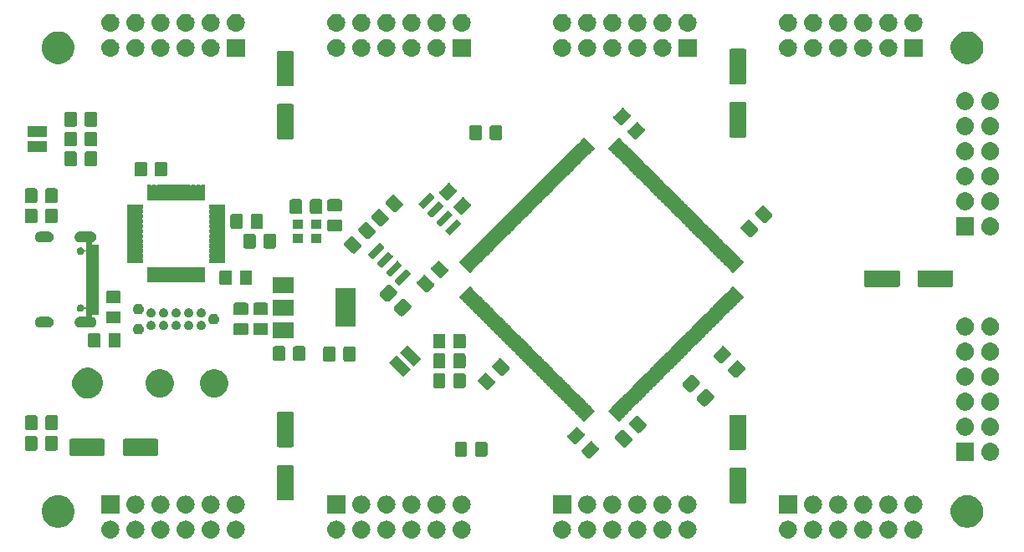
<source format=gts>
G04 #@! TF.GenerationSoftware,KiCad,Pcbnew,5.0.2+dfsg1-1*
G04 #@! TF.CreationDate,2020-03-15T18:18:09-04:00*
G04 #@! TF.ProjectId,hx4k_pmod,6878346b-5f70-46d6-9f64-2e6b69636164,rev?*
G04 #@! TF.SameCoordinates,Original*
G04 #@! TF.FileFunction,Soldermask,Top*
G04 #@! TF.FilePolarity,Negative*
%FSLAX46Y46*%
G04 Gerber Fmt 4.6, Leading zero omitted, Abs format (unit mm)*
G04 Created by KiCad (PCBNEW 5.0.2+dfsg1-1) date Sun 15 Mar 2020 06:18:09 PM EDT*
%MOMM*%
%LPD*%
G01*
G04 APERTURE LIST*
%ADD10C,0.100000*%
G04 APERTURE END LIST*
D10*
G36*
X32410443Y-81945519D02*
X32476627Y-81952037D01*
X32589853Y-81986384D01*
X32646467Y-82003557D01*
X32737940Y-82052451D01*
X32802991Y-82087222D01*
X32838729Y-82116552D01*
X32940186Y-82199814D01*
X33007972Y-82282413D01*
X33052778Y-82337009D01*
X33052779Y-82337011D01*
X33136443Y-82493533D01*
X33136443Y-82493534D01*
X33187963Y-82663373D01*
X33205359Y-82840000D01*
X33187963Y-83016627D01*
X33153616Y-83129853D01*
X33136443Y-83186467D01*
X33062348Y-83325087D01*
X33052778Y-83342991D01*
X33023448Y-83378729D01*
X32940186Y-83480186D01*
X32838729Y-83563448D01*
X32802991Y-83592778D01*
X32802989Y-83592779D01*
X32646467Y-83676443D01*
X32589853Y-83693616D01*
X32476627Y-83727963D01*
X32410442Y-83734482D01*
X32344260Y-83741000D01*
X32255740Y-83741000D01*
X32189558Y-83734482D01*
X32123373Y-83727963D01*
X32010147Y-83693616D01*
X31953533Y-83676443D01*
X31797011Y-83592779D01*
X31797009Y-83592778D01*
X31761271Y-83563448D01*
X31659814Y-83480186D01*
X31576552Y-83378729D01*
X31547222Y-83342991D01*
X31537652Y-83325087D01*
X31463557Y-83186467D01*
X31446384Y-83129853D01*
X31412037Y-83016627D01*
X31394641Y-82840000D01*
X31412037Y-82663373D01*
X31463557Y-82493534D01*
X31463557Y-82493533D01*
X31547221Y-82337011D01*
X31547222Y-82337009D01*
X31592028Y-82282413D01*
X31659814Y-82199814D01*
X31761271Y-82116552D01*
X31797009Y-82087222D01*
X31862060Y-82052451D01*
X31953533Y-82003557D01*
X32010147Y-81986384D01*
X32123373Y-81952037D01*
X32189557Y-81945519D01*
X32255740Y-81939000D01*
X32344260Y-81939000D01*
X32410443Y-81945519D01*
X32410443Y-81945519D01*
G37*
G36*
X88290443Y-81945519D02*
X88356627Y-81952037D01*
X88469853Y-81986384D01*
X88526467Y-82003557D01*
X88617940Y-82052451D01*
X88682991Y-82087222D01*
X88718729Y-82116552D01*
X88820186Y-82199814D01*
X88887972Y-82282413D01*
X88932778Y-82337009D01*
X88932779Y-82337011D01*
X89016443Y-82493533D01*
X89016443Y-82493534D01*
X89067963Y-82663373D01*
X89085359Y-82840000D01*
X89067963Y-83016627D01*
X89033616Y-83129853D01*
X89016443Y-83186467D01*
X88942348Y-83325087D01*
X88932778Y-83342991D01*
X88903448Y-83378729D01*
X88820186Y-83480186D01*
X88718729Y-83563448D01*
X88682991Y-83592778D01*
X88682989Y-83592779D01*
X88526467Y-83676443D01*
X88469853Y-83693616D01*
X88356627Y-83727963D01*
X88290442Y-83734482D01*
X88224260Y-83741000D01*
X88135740Y-83741000D01*
X88069558Y-83734482D01*
X88003373Y-83727963D01*
X87890147Y-83693616D01*
X87833533Y-83676443D01*
X87677011Y-83592779D01*
X87677009Y-83592778D01*
X87641271Y-83563448D01*
X87539814Y-83480186D01*
X87456552Y-83378729D01*
X87427222Y-83342991D01*
X87417652Y-83325087D01*
X87343557Y-83186467D01*
X87326384Y-83129853D01*
X87292037Y-83016627D01*
X87274641Y-82840000D01*
X87292037Y-82663373D01*
X87343557Y-82493534D01*
X87343557Y-82493533D01*
X87427221Y-82337011D01*
X87427222Y-82337009D01*
X87472028Y-82282413D01*
X87539814Y-82199814D01*
X87641271Y-82116552D01*
X87677009Y-82087222D01*
X87742060Y-82052451D01*
X87833533Y-82003557D01*
X87890147Y-81986384D01*
X88003373Y-81952037D01*
X88069557Y-81945519D01*
X88135740Y-81939000D01*
X88224260Y-81939000D01*
X88290443Y-81945519D01*
X88290443Y-81945519D01*
G37*
G36*
X100990443Y-81945519D02*
X101056627Y-81952037D01*
X101169853Y-81986384D01*
X101226467Y-82003557D01*
X101317940Y-82052451D01*
X101382991Y-82087222D01*
X101418729Y-82116552D01*
X101520186Y-82199814D01*
X101587972Y-82282413D01*
X101632778Y-82337009D01*
X101632779Y-82337011D01*
X101716443Y-82493533D01*
X101716443Y-82493534D01*
X101767963Y-82663373D01*
X101785359Y-82840000D01*
X101767963Y-83016627D01*
X101733616Y-83129853D01*
X101716443Y-83186467D01*
X101642348Y-83325087D01*
X101632778Y-83342991D01*
X101603448Y-83378729D01*
X101520186Y-83480186D01*
X101418729Y-83563448D01*
X101382991Y-83592778D01*
X101382989Y-83592779D01*
X101226467Y-83676443D01*
X101169853Y-83693616D01*
X101056627Y-83727963D01*
X100990442Y-83734482D01*
X100924260Y-83741000D01*
X100835740Y-83741000D01*
X100769558Y-83734482D01*
X100703373Y-83727963D01*
X100590147Y-83693616D01*
X100533533Y-83676443D01*
X100377011Y-83592779D01*
X100377009Y-83592778D01*
X100341271Y-83563448D01*
X100239814Y-83480186D01*
X100156552Y-83378729D01*
X100127222Y-83342991D01*
X100117652Y-83325087D01*
X100043557Y-83186467D01*
X100026384Y-83129853D01*
X99992037Y-83016627D01*
X99974641Y-82840000D01*
X99992037Y-82663373D01*
X100043557Y-82493534D01*
X100043557Y-82493533D01*
X100127221Y-82337011D01*
X100127222Y-82337009D01*
X100172028Y-82282413D01*
X100239814Y-82199814D01*
X100341271Y-82116552D01*
X100377009Y-82087222D01*
X100442060Y-82052451D01*
X100533533Y-82003557D01*
X100590147Y-81986384D01*
X100703373Y-81952037D01*
X100769557Y-81945519D01*
X100835740Y-81939000D01*
X100924260Y-81939000D01*
X100990443Y-81945519D01*
X100990443Y-81945519D01*
G37*
G36*
X103530443Y-81945519D02*
X103596627Y-81952037D01*
X103709853Y-81986384D01*
X103766467Y-82003557D01*
X103857940Y-82052451D01*
X103922991Y-82087222D01*
X103958729Y-82116552D01*
X104060186Y-82199814D01*
X104127972Y-82282413D01*
X104172778Y-82337009D01*
X104172779Y-82337011D01*
X104256443Y-82493533D01*
X104256443Y-82493534D01*
X104307963Y-82663373D01*
X104325359Y-82840000D01*
X104307963Y-83016627D01*
X104273616Y-83129853D01*
X104256443Y-83186467D01*
X104182348Y-83325087D01*
X104172778Y-83342991D01*
X104143448Y-83378729D01*
X104060186Y-83480186D01*
X103958729Y-83563448D01*
X103922991Y-83592778D01*
X103922989Y-83592779D01*
X103766467Y-83676443D01*
X103709853Y-83693616D01*
X103596627Y-83727963D01*
X103530442Y-83734482D01*
X103464260Y-83741000D01*
X103375740Y-83741000D01*
X103309558Y-83734482D01*
X103243373Y-83727963D01*
X103130147Y-83693616D01*
X103073533Y-83676443D01*
X102917011Y-83592779D01*
X102917009Y-83592778D01*
X102881271Y-83563448D01*
X102779814Y-83480186D01*
X102696552Y-83378729D01*
X102667222Y-83342991D01*
X102657652Y-83325087D01*
X102583557Y-83186467D01*
X102566384Y-83129853D01*
X102532037Y-83016627D01*
X102514641Y-82840000D01*
X102532037Y-82663373D01*
X102583557Y-82493534D01*
X102583557Y-82493533D01*
X102667221Y-82337011D01*
X102667222Y-82337009D01*
X102712028Y-82282413D01*
X102779814Y-82199814D01*
X102881271Y-82116552D01*
X102917009Y-82087222D01*
X102982060Y-82052451D01*
X103073533Y-82003557D01*
X103130147Y-81986384D01*
X103243373Y-81952037D01*
X103309557Y-81945519D01*
X103375740Y-81939000D01*
X103464260Y-81939000D01*
X103530443Y-81945519D01*
X103530443Y-81945519D01*
G37*
G36*
X106070443Y-81945519D02*
X106136627Y-81952037D01*
X106249853Y-81986384D01*
X106306467Y-82003557D01*
X106397940Y-82052451D01*
X106462991Y-82087222D01*
X106498729Y-82116552D01*
X106600186Y-82199814D01*
X106667972Y-82282413D01*
X106712778Y-82337009D01*
X106712779Y-82337011D01*
X106796443Y-82493533D01*
X106796443Y-82493534D01*
X106847963Y-82663373D01*
X106865359Y-82840000D01*
X106847963Y-83016627D01*
X106813616Y-83129853D01*
X106796443Y-83186467D01*
X106722348Y-83325087D01*
X106712778Y-83342991D01*
X106683448Y-83378729D01*
X106600186Y-83480186D01*
X106498729Y-83563448D01*
X106462991Y-83592778D01*
X106462989Y-83592779D01*
X106306467Y-83676443D01*
X106249853Y-83693616D01*
X106136627Y-83727963D01*
X106070442Y-83734482D01*
X106004260Y-83741000D01*
X105915740Y-83741000D01*
X105849558Y-83734482D01*
X105783373Y-83727963D01*
X105670147Y-83693616D01*
X105613533Y-83676443D01*
X105457011Y-83592779D01*
X105457009Y-83592778D01*
X105421271Y-83563448D01*
X105319814Y-83480186D01*
X105236552Y-83378729D01*
X105207222Y-83342991D01*
X105197652Y-83325087D01*
X105123557Y-83186467D01*
X105106384Y-83129853D01*
X105072037Y-83016627D01*
X105054641Y-82840000D01*
X105072037Y-82663373D01*
X105123557Y-82493534D01*
X105123557Y-82493533D01*
X105207221Y-82337011D01*
X105207222Y-82337009D01*
X105252028Y-82282413D01*
X105319814Y-82199814D01*
X105421271Y-82116552D01*
X105457009Y-82087222D01*
X105522060Y-82052451D01*
X105613533Y-82003557D01*
X105670147Y-81986384D01*
X105783373Y-81952037D01*
X105849557Y-81945519D01*
X105915740Y-81939000D01*
X106004260Y-81939000D01*
X106070443Y-81945519D01*
X106070443Y-81945519D01*
G37*
G36*
X108610443Y-81945519D02*
X108676627Y-81952037D01*
X108789853Y-81986384D01*
X108846467Y-82003557D01*
X108937940Y-82052451D01*
X109002991Y-82087222D01*
X109038729Y-82116552D01*
X109140186Y-82199814D01*
X109207972Y-82282413D01*
X109252778Y-82337009D01*
X109252779Y-82337011D01*
X109336443Y-82493533D01*
X109336443Y-82493534D01*
X109387963Y-82663373D01*
X109405359Y-82840000D01*
X109387963Y-83016627D01*
X109353616Y-83129853D01*
X109336443Y-83186467D01*
X109262348Y-83325087D01*
X109252778Y-83342991D01*
X109223448Y-83378729D01*
X109140186Y-83480186D01*
X109038729Y-83563448D01*
X109002991Y-83592778D01*
X109002989Y-83592779D01*
X108846467Y-83676443D01*
X108789853Y-83693616D01*
X108676627Y-83727963D01*
X108610442Y-83734482D01*
X108544260Y-83741000D01*
X108455740Y-83741000D01*
X108389558Y-83734482D01*
X108323373Y-83727963D01*
X108210147Y-83693616D01*
X108153533Y-83676443D01*
X107997011Y-83592779D01*
X107997009Y-83592778D01*
X107961271Y-83563448D01*
X107859814Y-83480186D01*
X107776552Y-83378729D01*
X107747222Y-83342991D01*
X107737652Y-83325087D01*
X107663557Y-83186467D01*
X107646384Y-83129853D01*
X107612037Y-83016627D01*
X107594641Y-82840000D01*
X107612037Y-82663373D01*
X107663557Y-82493534D01*
X107663557Y-82493533D01*
X107747221Y-82337011D01*
X107747222Y-82337009D01*
X107792028Y-82282413D01*
X107859814Y-82199814D01*
X107961271Y-82116552D01*
X107997009Y-82087222D01*
X108062060Y-82052451D01*
X108153533Y-82003557D01*
X108210147Y-81986384D01*
X108323373Y-81952037D01*
X108389557Y-81945519D01*
X108455740Y-81939000D01*
X108544260Y-81939000D01*
X108610443Y-81945519D01*
X108610443Y-81945519D01*
G37*
G36*
X111150443Y-81945519D02*
X111216627Y-81952037D01*
X111329853Y-81986384D01*
X111386467Y-82003557D01*
X111477940Y-82052451D01*
X111542991Y-82087222D01*
X111578729Y-82116552D01*
X111680186Y-82199814D01*
X111747972Y-82282413D01*
X111792778Y-82337009D01*
X111792779Y-82337011D01*
X111876443Y-82493533D01*
X111876443Y-82493534D01*
X111927963Y-82663373D01*
X111945359Y-82840000D01*
X111927963Y-83016627D01*
X111893616Y-83129853D01*
X111876443Y-83186467D01*
X111802348Y-83325087D01*
X111792778Y-83342991D01*
X111763448Y-83378729D01*
X111680186Y-83480186D01*
X111578729Y-83563448D01*
X111542991Y-83592778D01*
X111542989Y-83592779D01*
X111386467Y-83676443D01*
X111329853Y-83693616D01*
X111216627Y-83727963D01*
X111150442Y-83734482D01*
X111084260Y-83741000D01*
X110995740Y-83741000D01*
X110929558Y-83734482D01*
X110863373Y-83727963D01*
X110750147Y-83693616D01*
X110693533Y-83676443D01*
X110537011Y-83592779D01*
X110537009Y-83592778D01*
X110501271Y-83563448D01*
X110399814Y-83480186D01*
X110316552Y-83378729D01*
X110287222Y-83342991D01*
X110277652Y-83325087D01*
X110203557Y-83186467D01*
X110186384Y-83129853D01*
X110152037Y-83016627D01*
X110134641Y-82840000D01*
X110152037Y-82663373D01*
X110203557Y-82493534D01*
X110203557Y-82493533D01*
X110287221Y-82337011D01*
X110287222Y-82337009D01*
X110332028Y-82282413D01*
X110399814Y-82199814D01*
X110501271Y-82116552D01*
X110537009Y-82087222D01*
X110602060Y-82052451D01*
X110693533Y-82003557D01*
X110750147Y-81986384D01*
X110863373Y-81952037D01*
X110929557Y-81945519D01*
X110995740Y-81939000D01*
X111084260Y-81939000D01*
X111150443Y-81945519D01*
X111150443Y-81945519D01*
G37*
G36*
X113690443Y-81945519D02*
X113756627Y-81952037D01*
X113869853Y-81986384D01*
X113926467Y-82003557D01*
X114017940Y-82052451D01*
X114082991Y-82087222D01*
X114118729Y-82116552D01*
X114220186Y-82199814D01*
X114287972Y-82282413D01*
X114332778Y-82337009D01*
X114332779Y-82337011D01*
X114416443Y-82493533D01*
X114416443Y-82493534D01*
X114467963Y-82663373D01*
X114485359Y-82840000D01*
X114467963Y-83016627D01*
X114433616Y-83129853D01*
X114416443Y-83186467D01*
X114342348Y-83325087D01*
X114332778Y-83342991D01*
X114303448Y-83378729D01*
X114220186Y-83480186D01*
X114118729Y-83563448D01*
X114082991Y-83592778D01*
X114082989Y-83592779D01*
X113926467Y-83676443D01*
X113869853Y-83693616D01*
X113756627Y-83727963D01*
X113690442Y-83734482D01*
X113624260Y-83741000D01*
X113535740Y-83741000D01*
X113469558Y-83734482D01*
X113403373Y-83727963D01*
X113290147Y-83693616D01*
X113233533Y-83676443D01*
X113077011Y-83592779D01*
X113077009Y-83592778D01*
X113041271Y-83563448D01*
X112939814Y-83480186D01*
X112856552Y-83378729D01*
X112827222Y-83342991D01*
X112817652Y-83325087D01*
X112743557Y-83186467D01*
X112726384Y-83129853D01*
X112692037Y-83016627D01*
X112674641Y-82840000D01*
X112692037Y-82663373D01*
X112743557Y-82493534D01*
X112743557Y-82493533D01*
X112827221Y-82337011D01*
X112827222Y-82337009D01*
X112872028Y-82282413D01*
X112939814Y-82199814D01*
X113041271Y-82116552D01*
X113077009Y-82087222D01*
X113142060Y-82052451D01*
X113233533Y-82003557D01*
X113290147Y-81986384D01*
X113403373Y-81952037D01*
X113469557Y-81945519D01*
X113535740Y-81939000D01*
X113624260Y-81939000D01*
X113690443Y-81945519D01*
X113690443Y-81945519D01*
G37*
G36*
X78130443Y-81945519D02*
X78196627Y-81952037D01*
X78309853Y-81986384D01*
X78366467Y-82003557D01*
X78457940Y-82052451D01*
X78522991Y-82087222D01*
X78558729Y-82116552D01*
X78660186Y-82199814D01*
X78727972Y-82282413D01*
X78772778Y-82337009D01*
X78772779Y-82337011D01*
X78856443Y-82493533D01*
X78856443Y-82493534D01*
X78907963Y-82663373D01*
X78925359Y-82840000D01*
X78907963Y-83016627D01*
X78873616Y-83129853D01*
X78856443Y-83186467D01*
X78782348Y-83325087D01*
X78772778Y-83342991D01*
X78743448Y-83378729D01*
X78660186Y-83480186D01*
X78558729Y-83563448D01*
X78522991Y-83592778D01*
X78522989Y-83592779D01*
X78366467Y-83676443D01*
X78309853Y-83693616D01*
X78196627Y-83727963D01*
X78130442Y-83734482D01*
X78064260Y-83741000D01*
X77975740Y-83741000D01*
X77909558Y-83734482D01*
X77843373Y-83727963D01*
X77730147Y-83693616D01*
X77673533Y-83676443D01*
X77517011Y-83592779D01*
X77517009Y-83592778D01*
X77481271Y-83563448D01*
X77379814Y-83480186D01*
X77296552Y-83378729D01*
X77267222Y-83342991D01*
X77257652Y-83325087D01*
X77183557Y-83186467D01*
X77166384Y-83129853D01*
X77132037Y-83016627D01*
X77114641Y-82840000D01*
X77132037Y-82663373D01*
X77183557Y-82493534D01*
X77183557Y-82493533D01*
X77267221Y-82337011D01*
X77267222Y-82337009D01*
X77312028Y-82282413D01*
X77379814Y-82199814D01*
X77481271Y-82116552D01*
X77517009Y-82087222D01*
X77582060Y-82052451D01*
X77673533Y-82003557D01*
X77730147Y-81986384D01*
X77843373Y-81952037D01*
X77909557Y-81945519D01*
X77975740Y-81939000D01*
X78064260Y-81939000D01*
X78130443Y-81945519D01*
X78130443Y-81945519D01*
G37*
G36*
X80670443Y-81945519D02*
X80736627Y-81952037D01*
X80849853Y-81986384D01*
X80906467Y-82003557D01*
X80997940Y-82052451D01*
X81062991Y-82087222D01*
X81098729Y-82116552D01*
X81200186Y-82199814D01*
X81267972Y-82282413D01*
X81312778Y-82337009D01*
X81312779Y-82337011D01*
X81396443Y-82493533D01*
X81396443Y-82493534D01*
X81447963Y-82663373D01*
X81465359Y-82840000D01*
X81447963Y-83016627D01*
X81413616Y-83129853D01*
X81396443Y-83186467D01*
X81322348Y-83325087D01*
X81312778Y-83342991D01*
X81283448Y-83378729D01*
X81200186Y-83480186D01*
X81098729Y-83563448D01*
X81062991Y-83592778D01*
X81062989Y-83592779D01*
X80906467Y-83676443D01*
X80849853Y-83693616D01*
X80736627Y-83727963D01*
X80670442Y-83734482D01*
X80604260Y-83741000D01*
X80515740Y-83741000D01*
X80449558Y-83734482D01*
X80383373Y-83727963D01*
X80270147Y-83693616D01*
X80213533Y-83676443D01*
X80057011Y-83592779D01*
X80057009Y-83592778D01*
X80021271Y-83563448D01*
X79919814Y-83480186D01*
X79836552Y-83378729D01*
X79807222Y-83342991D01*
X79797652Y-83325087D01*
X79723557Y-83186467D01*
X79706384Y-83129853D01*
X79672037Y-83016627D01*
X79654641Y-82840000D01*
X79672037Y-82663373D01*
X79723557Y-82493534D01*
X79723557Y-82493533D01*
X79807221Y-82337011D01*
X79807222Y-82337009D01*
X79852028Y-82282413D01*
X79919814Y-82199814D01*
X80021271Y-82116552D01*
X80057009Y-82087222D01*
X80122060Y-82052451D01*
X80213533Y-82003557D01*
X80270147Y-81986384D01*
X80383373Y-81952037D01*
X80449557Y-81945519D01*
X80515740Y-81939000D01*
X80604260Y-81939000D01*
X80670443Y-81945519D01*
X80670443Y-81945519D01*
G37*
G36*
X83210443Y-81945519D02*
X83276627Y-81952037D01*
X83389853Y-81986384D01*
X83446467Y-82003557D01*
X83537940Y-82052451D01*
X83602991Y-82087222D01*
X83638729Y-82116552D01*
X83740186Y-82199814D01*
X83807972Y-82282413D01*
X83852778Y-82337009D01*
X83852779Y-82337011D01*
X83936443Y-82493533D01*
X83936443Y-82493534D01*
X83987963Y-82663373D01*
X84005359Y-82840000D01*
X83987963Y-83016627D01*
X83953616Y-83129853D01*
X83936443Y-83186467D01*
X83862348Y-83325087D01*
X83852778Y-83342991D01*
X83823448Y-83378729D01*
X83740186Y-83480186D01*
X83638729Y-83563448D01*
X83602991Y-83592778D01*
X83602989Y-83592779D01*
X83446467Y-83676443D01*
X83389853Y-83693616D01*
X83276627Y-83727963D01*
X83210442Y-83734482D01*
X83144260Y-83741000D01*
X83055740Y-83741000D01*
X82989558Y-83734482D01*
X82923373Y-83727963D01*
X82810147Y-83693616D01*
X82753533Y-83676443D01*
X82597011Y-83592779D01*
X82597009Y-83592778D01*
X82561271Y-83563448D01*
X82459814Y-83480186D01*
X82376552Y-83378729D01*
X82347222Y-83342991D01*
X82337652Y-83325087D01*
X82263557Y-83186467D01*
X82246384Y-83129853D01*
X82212037Y-83016627D01*
X82194641Y-82840000D01*
X82212037Y-82663373D01*
X82263557Y-82493534D01*
X82263557Y-82493533D01*
X82347221Y-82337011D01*
X82347222Y-82337009D01*
X82392028Y-82282413D01*
X82459814Y-82199814D01*
X82561271Y-82116552D01*
X82597009Y-82087222D01*
X82662060Y-82052451D01*
X82753533Y-82003557D01*
X82810147Y-81986384D01*
X82923373Y-81952037D01*
X82989557Y-81945519D01*
X83055740Y-81939000D01*
X83144260Y-81939000D01*
X83210443Y-81945519D01*
X83210443Y-81945519D01*
G37*
G36*
X85750443Y-81945519D02*
X85816627Y-81952037D01*
X85929853Y-81986384D01*
X85986467Y-82003557D01*
X86077940Y-82052451D01*
X86142991Y-82087222D01*
X86178729Y-82116552D01*
X86280186Y-82199814D01*
X86347972Y-82282413D01*
X86392778Y-82337009D01*
X86392779Y-82337011D01*
X86476443Y-82493533D01*
X86476443Y-82493534D01*
X86527963Y-82663373D01*
X86545359Y-82840000D01*
X86527963Y-83016627D01*
X86493616Y-83129853D01*
X86476443Y-83186467D01*
X86402348Y-83325087D01*
X86392778Y-83342991D01*
X86363448Y-83378729D01*
X86280186Y-83480186D01*
X86178729Y-83563448D01*
X86142991Y-83592778D01*
X86142989Y-83592779D01*
X85986467Y-83676443D01*
X85929853Y-83693616D01*
X85816627Y-83727963D01*
X85750442Y-83734482D01*
X85684260Y-83741000D01*
X85595740Y-83741000D01*
X85529558Y-83734482D01*
X85463373Y-83727963D01*
X85350147Y-83693616D01*
X85293533Y-83676443D01*
X85137011Y-83592779D01*
X85137009Y-83592778D01*
X85101271Y-83563448D01*
X84999814Y-83480186D01*
X84916552Y-83378729D01*
X84887222Y-83342991D01*
X84877652Y-83325087D01*
X84803557Y-83186467D01*
X84786384Y-83129853D01*
X84752037Y-83016627D01*
X84734641Y-82840000D01*
X84752037Y-82663373D01*
X84803557Y-82493534D01*
X84803557Y-82493533D01*
X84887221Y-82337011D01*
X84887222Y-82337009D01*
X84932028Y-82282413D01*
X84999814Y-82199814D01*
X85101271Y-82116552D01*
X85137009Y-82087222D01*
X85202060Y-82052451D01*
X85293533Y-82003557D01*
X85350147Y-81986384D01*
X85463373Y-81952037D01*
X85529557Y-81945519D01*
X85595740Y-81939000D01*
X85684260Y-81939000D01*
X85750443Y-81945519D01*
X85750443Y-81945519D01*
G37*
G36*
X34950443Y-81945519D02*
X35016627Y-81952037D01*
X35129853Y-81986384D01*
X35186467Y-82003557D01*
X35277940Y-82052451D01*
X35342991Y-82087222D01*
X35378729Y-82116552D01*
X35480186Y-82199814D01*
X35547972Y-82282413D01*
X35592778Y-82337009D01*
X35592779Y-82337011D01*
X35676443Y-82493533D01*
X35676443Y-82493534D01*
X35727963Y-82663373D01*
X35745359Y-82840000D01*
X35727963Y-83016627D01*
X35693616Y-83129853D01*
X35676443Y-83186467D01*
X35602348Y-83325087D01*
X35592778Y-83342991D01*
X35563448Y-83378729D01*
X35480186Y-83480186D01*
X35378729Y-83563448D01*
X35342991Y-83592778D01*
X35342989Y-83592779D01*
X35186467Y-83676443D01*
X35129853Y-83693616D01*
X35016627Y-83727963D01*
X34950442Y-83734482D01*
X34884260Y-83741000D01*
X34795740Y-83741000D01*
X34729558Y-83734482D01*
X34663373Y-83727963D01*
X34550147Y-83693616D01*
X34493533Y-83676443D01*
X34337011Y-83592779D01*
X34337009Y-83592778D01*
X34301271Y-83563448D01*
X34199814Y-83480186D01*
X34116552Y-83378729D01*
X34087222Y-83342991D01*
X34077652Y-83325087D01*
X34003557Y-83186467D01*
X33986384Y-83129853D01*
X33952037Y-83016627D01*
X33934641Y-82840000D01*
X33952037Y-82663373D01*
X34003557Y-82493534D01*
X34003557Y-82493533D01*
X34087221Y-82337011D01*
X34087222Y-82337009D01*
X34132028Y-82282413D01*
X34199814Y-82199814D01*
X34301271Y-82116552D01*
X34337009Y-82087222D01*
X34402060Y-82052451D01*
X34493533Y-82003557D01*
X34550147Y-81986384D01*
X34663373Y-81952037D01*
X34729557Y-81945519D01*
X34795740Y-81939000D01*
X34884260Y-81939000D01*
X34950443Y-81945519D01*
X34950443Y-81945519D01*
G37*
G36*
X55270443Y-81945519D02*
X55336627Y-81952037D01*
X55449853Y-81986384D01*
X55506467Y-82003557D01*
X55597940Y-82052451D01*
X55662991Y-82087222D01*
X55698729Y-82116552D01*
X55800186Y-82199814D01*
X55867972Y-82282413D01*
X55912778Y-82337009D01*
X55912779Y-82337011D01*
X55996443Y-82493533D01*
X55996443Y-82493534D01*
X56047963Y-82663373D01*
X56065359Y-82840000D01*
X56047963Y-83016627D01*
X56013616Y-83129853D01*
X55996443Y-83186467D01*
X55922348Y-83325087D01*
X55912778Y-83342991D01*
X55883448Y-83378729D01*
X55800186Y-83480186D01*
X55698729Y-83563448D01*
X55662991Y-83592778D01*
X55662989Y-83592779D01*
X55506467Y-83676443D01*
X55449853Y-83693616D01*
X55336627Y-83727963D01*
X55270442Y-83734482D01*
X55204260Y-83741000D01*
X55115740Y-83741000D01*
X55049558Y-83734482D01*
X54983373Y-83727963D01*
X54870147Y-83693616D01*
X54813533Y-83676443D01*
X54657011Y-83592779D01*
X54657009Y-83592778D01*
X54621271Y-83563448D01*
X54519814Y-83480186D01*
X54436552Y-83378729D01*
X54407222Y-83342991D01*
X54397652Y-83325087D01*
X54323557Y-83186467D01*
X54306384Y-83129853D01*
X54272037Y-83016627D01*
X54254641Y-82840000D01*
X54272037Y-82663373D01*
X54323557Y-82493534D01*
X54323557Y-82493533D01*
X54407221Y-82337011D01*
X54407222Y-82337009D01*
X54452028Y-82282413D01*
X54519814Y-82199814D01*
X54621271Y-82116552D01*
X54657009Y-82087222D01*
X54722060Y-82052451D01*
X54813533Y-82003557D01*
X54870147Y-81986384D01*
X54983373Y-81952037D01*
X55049557Y-81945519D01*
X55115740Y-81939000D01*
X55204260Y-81939000D01*
X55270443Y-81945519D01*
X55270443Y-81945519D01*
G37*
G36*
X57810443Y-81945519D02*
X57876627Y-81952037D01*
X57989853Y-81986384D01*
X58046467Y-82003557D01*
X58137940Y-82052451D01*
X58202991Y-82087222D01*
X58238729Y-82116552D01*
X58340186Y-82199814D01*
X58407972Y-82282413D01*
X58452778Y-82337009D01*
X58452779Y-82337011D01*
X58536443Y-82493533D01*
X58536443Y-82493534D01*
X58587963Y-82663373D01*
X58605359Y-82840000D01*
X58587963Y-83016627D01*
X58553616Y-83129853D01*
X58536443Y-83186467D01*
X58462348Y-83325087D01*
X58452778Y-83342991D01*
X58423448Y-83378729D01*
X58340186Y-83480186D01*
X58238729Y-83563448D01*
X58202991Y-83592778D01*
X58202989Y-83592779D01*
X58046467Y-83676443D01*
X57989853Y-83693616D01*
X57876627Y-83727963D01*
X57810442Y-83734482D01*
X57744260Y-83741000D01*
X57655740Y-83741000D01*
X57589558Y-83734482D01*
X57523373Y-83727963D01*
X57410147Y-83693616D01*
X57353533Y-83676443D01*
X57197011Y-83592779D01*
X57197009Y-83592778D01*
X57161271Y-83563448D01*
X57059814Y-83480186D01*
X56976552Y-83378729D01*
X56947222Y-83342991D01*
X56937652Y-83325087D01*
X56863557Y-83186467D01*
X56846384Y-83129853D01*
X56812037Y-83016627D01*
X56794641Y-82840000D01*
X56812037Y-82663373D01*
X56863557Y-82493534D01*
X56863557Y-82493533D01*
X56947221Y-82337011D01*
X56947222Y-82337009D01*
X56992028Y-82282413D01*
X57059814Y-82199814D01*
X57161271Y-82116552D01*
X57197009Y-82087222D01*
X57262060Y-82052451D01*
X57353533Y-82003557D01*
X57410147Y-81986384D01*
X57523373Y-81952037D01*
X57589557Y-81945519D01*
X57655740Y-81939000D01*
X57744260Y-81939000D01*
X57810443Y-81945519D01*
X57810443Y-81945519D01*
G37*
G36*
X60350443Y-81945519D02*
X60416627Y-81952037D01*
X60529853Y-81986384D01*
X60586467Y-82003557D01*
X60677940Y-82052451D01*
X60742991Y-82087222D01*
X60778729Y-82116552D01*
X60880186Y-82199814D01*
X60947972Y-82282413D01*
X60992778Y-82337009D01*
X60992779Y-82337011D01*
X61076443Y-82493533D01*
X61076443Y-82493534D01*
X61127963Y-82663373D01*
X61145359Y-82840000D01*
X61127963Y-83016627D01*
X61093616Y-83129853D01*
X61076443Y-83186467D01*
X61002348Y-83325087D01*
X60992778Y-83342991D01*
X60963448Y-83378729D01*
X60880186Y-83480186D01*
X60778729Y-83563448D01*
X60742991Y-83592778D01*
X60742989Y-83592779D01*
X60586467Y-83676443D01*
X60529853Y-83693616D01*
X60416627Y-83727963D01*
X60350442Y-83734482D01*
X60284260Y-83741000D01*
X60195740Y-83741000D01*
X60129558Y-83734482D01*
X60063373Y-83727963D01*
X59950147Y-83693616D01*
X59893533Y-83676443D01*
X59737011Y-83592779D01*
X59737009Y-83592778D01*
X59701271Y-83563448D01*
X59599814Y-83480186D01*
X59516552Y-83378729D01*
X59487222Y-83342991D01*
X59477652Y-83325087D01*
X59403557Y-83186467D01*
X59386384Y-83129853D01*
X59352037Y-83016627D01*
X59334641Y-82840000D01*
X59352037Y-82663373D01*
X59403557Y-82493534D01*
X59403557Y-82493533D01*
X59487221Y-82337011D01*
X59487222Y-82337009D01*
X59532028Y-82282413D01*
X59599814Y-82199814D01*
X59701271Y-82116552D01*
X59737009Y-82087222D01*
X59802060Y-82052451D01*
X59893533Y-82003557D01*
X59950147Y-81986384D01*
X60063373Y-81952037D01*
X60129557Y-81945519D01*
X60195740Y-81939000D01*
X60284260Y-81939000D01*
X60350443Y-81945519D01*
X60350443Y-81945519D01*
G37*
G36*
X62890443Y-81945519D02*
X62956627Y-81952037D01*
X63069853Y-81986384D01*
X63126467Y-82003557D01*
X63217940Y-82052451D01*
X63282991Y-82087222D01*
X63318729Y-82116552D01*
X63420186Y-82199814D01*
X63487972Y-82282413D01*
X63532778Y-82337009D01*
X63532779Y-82337011D01*
X63616443Y-82493533D01*
X63616443Y-82493534D01*
X63667963Y-82663373D01*
X63685359Y-82840000D01*
X63667963Y-83016627D01*
X63633616Y-83129853D01*
X63616443Y-83186467D01*
X63542348Y-83325087D01*
X63532778Y-83342991D01*
X63503448Y-83378729D01*
X63420186Y-83480186D01*
X63318729Y-83563448D01*
X63282991Y-83592778D01*
X63282989Y-83592779D01*
X63126467Y-83676443D01*
X63069853Y-83693616D01*
X62956627Y-83727963D01*
X62890442Y-83734482D01*
X62824260Y-83741000D01*
X62735740Y-83741000D01*
X62669558Y-83734482D01*
X62603373Y-83727963D01*
X62490147Y-83693616D01*
X62433533Y-83676443D01*
X62277011Y-83592779D01*
X62277009Y-83592778D01*
X62241271Y-83563448D01*
X62139814Y-83480186D01*
X62056552Y-83378729D01*
X62027222Y-83342991D01*
X62017652Y-83325087D01*
X61943557Y-83186467D01*
X61926384Y-83129853D01*
X61892037Y-83016627D01*
X61874641Y-82840000D01*
X61892037Y-82663373D01*
X61943557Y-82493534D01*
X61943557Y-82493533D01*
X62027221Y-82337011D01*
X62027222Y-82337009D01*
X62072028Y-82282413D01*
X62139814Y-82199814D01*
X62241271Y-82116552D01*
X62277009Y-82087222D01*
X62342060Y-82052451D01*
X62433533Y-82003557D01*
X62490147Y-81986384D01*
X62603373Y-81952037D01*
X62669557Y-81945519D01*
X62735740Y-81939000D01*
X62824260Y-81939000D01*
X62890443Y-81945519D01*
X62890443Y-81945519D01*
G37*
G36*
X65430443Y-81945519D02*
X65496627Y-81952037D01*
X65609853Y-81986384D01*
X65666467Y-82003557D01*
X65757940Y-82052451D01*
X65822991Y-82087222D01*
X65858729Y-82116552D01*
X65960186Y-82199814D01*
X66027972Y-82282413D01*
X66072778Y-82337009D01*
X66072779Y-82337011D01*
X66156443Y-82493533D01*
X66156443Y-82493534D01*
X66207963Y-82663373D01*
X66225359Y-82840000D01*
X66207963Y-83016627D01*
X66173616Y-83129853D01*
X66156443Y-83186467D01*
X66082348Y-83325087D01*
X66072778Y-83342991D01*
X66043448Y-83378729D01*
X65960186Y-83480186D01*
X65858729Y-83563448D01*
X65822991Y-83592778D01*
X65822989Y-83592779D01*
X65666467Y-83676443D01*
X65609853Y-83693616D01*
X65496627Y-83727963D01*
X65430442Y-83734482D01*
X65364260Y-83741000D01*
X65275740Y-83741000D01*
X65209558Y-83734482D01*
X65143373Y-83727963D01*
X65030147Y-83693616D01*
X64973533Y-83676443D01*
X64817011Y-83592779D01*
X64817009Y-83592778D01*
X64781271Y-83563448D01*
X64679814Y-83480186D01*
X64596552Y-83378729D01*
X64567222Y-83342991D01*
X64557652Y-83325087D01*
X64483557Y-83186467D01*
X64466384Y-83129853D01*
X64432037Y-83016627D01*
X64414641Y-82840000D01*
X64432037Y-82663373D01*
X64483557Y-82493534D01*
X64483557Y-82493533D01*
X64567221Y-82337011D01*
X64567222Y-82337009D01*
X64612028Y-82282413D01*
X64679814Y-82199814D01*
X64781271Y-82116552D01*
X64817009Y-82087222D01*
X64882060Y-82052451D01*
X64973533Y-82003557D01*
X65030147Y-81986384D01*
X65143373Y-81952037D01*
X65209557Y-81945519D01*
X65275740Y-81939000D01*
X65364260Y-81939000D01*
X65430443Y-81945519D01*
X65430443Y-81945519D01*
G37*
G36*
X67970443Y-81945519D02*
X68036627Y-81952037D01*
X68149853Y-81986384D01*
X68206467Y-82003557D01*
X68297940Y-82052451D01*
X68362991Y-82087222D01*
X68398729Y-82116552D01*
X68500186Y-82199814D01*
X68567972Y-82282413D01*
X68612778Y-82337009D01*
X68612779Y-82337011D01*
X68696443Y-82493533D01*
X68696443Y-82493534D01*
X68747963Y-82663373D01*
X68765359Y-82840000D01*
X68747963Y-83016627D01*
X68713616Y-83129853D01*
X68696443Y-83186467D01*
X68622348Y-83325087D01*
X68612778Y-83342991D01*
X68583448Y-83378729D01*
X68500186Y-83480186D01*
X68398729Y-83563448D01*
X68362991Y-83592778D01*
X68362989Y-83592779D01*
X68206467Y-83676443D01*
X68149853Y-83693616D01*
X68036627Y-83727963D01*
X67970442Y-83734482D01*
X67904260Y-83741000D01*
X67815740Y-83741000D01*
X67749558Y-83734482D01*
X67683373Y-83727963D01*
X67570147Y-83693616D01*
X67513533Y-83676443D01*
X67357011Y-83592779D01*
X67357009Y-83592778D01*
X67321271Y-83563448D01*
X67219814Y-83480186D01*
X67136552Y-83378729D01*
X67107222Y-83342991D01*
X67097652Y-83325087D01*
X67023557Y-83186467D01*
X67006384Y-83129853D01*
X66972037Y-83016627D01*
X66954641Y-82840000D01*
X66972037Y-82663373D01*
X67023557Y-82493534D01*
X67023557Y-82493533D01*
X67107221Y-82337011D01*
X67107222Y-82337009D01*
X67152028Y-82282413D01*
X67219814Y-82199814D01*
X67321271Y-82116552D01*
X67357009Y-82087222D01*
X67422060Y-82052451D01*
X67513533Y-82003557D01*
X67570147Y-81986384D01*
X67683373Y-81952037D01*
X67749557Y-81945519D01*
X67815740Y-81939000D01*
X67904260Y-81939000D01*
X67970443Y-81945519D01*
X67970443Y-81945519D01*
G37*
G36*
X45110443Y-81945519D02*
X45176627Y-81952037D01*
X45289853Y-81986384D01*
X45346467Y-82003557D01*
X45437940Y-82052451D01*
X45502991Y-82087222D01*
X45538729Y-82116552D01*
X45640186Y-82199814D01*
X45707972Y-82282413D01*
X45752778Y-82337009D01*
X45752779Y-82337011D01*
X45836443Y-82493533D01*
X45836443Y-82493534D01*
X45887963Y-82663373D01*
X45905359Y-82840000D01*
X45887963Y-83016627D01*
X45853616Y-83129853D01*
X45836443Y-83186467D01*
X45762348Y-83325087D01*
X45752778Y-83342991D01*
X45723448Y-83378729D01*
X45640186Y-83480186D01*
X45538729Y-83563448D01*
X45502991Y-83592778D01*
X45502989Y-83592779D01*
X45346467Y-83676443D01*
X45289853Y-83693616D01*
X45176627Y-83727963D01*
X45110442Y-83734482D01*
X45044260Y-83741000D01*
X44955740Y-83741000D01*
X44889558Y-83734482D01*
X44823373Y-83727963D01*
X44710147Y-83693616D01*
X44653533Y-83676443D01*
X44497011Y-83592779D01*
X44497009Y-83592778D01*
X44461271Y-83563448D01*
X44359814Y-83480186D01*
X44276552Y-83378729D01*
X44247222Y-83342991D01*
X44237652Y-83325087D01*
X44163557Y-83186467D01*
X44146384Y-83129853D01*
X44112037Y-83016627D01*
X44094641Y-82840000D01*
X44112037Y-82663373D01*
X44163557Y-82493534D01*
X44163557Y-82493533D01*
X44247221Y-82337011D01*
X44247222Y-82337009D01*
X44292028Y-82282413D01*
X44359814Y-82199814D01*
X44461271Y-82116552D01*
X44497009Y-82087222D01*
X44562060Y-82052451D01*
X44653533Y-82003557D01*
X44710147Y-81986384D01*
X44823373Y-81952037D01*
X44889557Y-81945519D01*
X44955740Y-81939000D01*
X45044260Y-81939000D01*
X45110443Y-81945519D01*
X45110443Y-81945519D01*
G37*
G36*
X42570443Y-81945519D02*
X42636627Y-81952037D01*
X42749853Y-81986384D01*
X42806467Y-82003557D01*
X42897940Y-82052451D01*
X42962991Y-82087222D01*
X42998729Y-82116552D01*
X43100186Y-82199814D01*
X43167972Y-82282413D01*
X43212778Y-82337009D01*
X43212779Y-82337011D01*
X43296443Y-82493533D01*
X43296443Y-82493534D01*
X43347963Y-82663373D01*
X43365359Y-82840000D01*
X43347963Y-83016627D01*
X43313616Y-83129853D01*
X43296443Y-83186467D01*
X43222348Y-83325087D01*
X43212778Y-83342991D01*
X43183448Y-83378729D01*
X43100186Y-83480186D01*
X42998729Y-83563448D01*
X42962991Y-83592778D01*
X42962989Y-83592779D01*
X42806467Y-83676443D01*
X42749853Y-83693616D01*
X42636627Y-83727963D01*
X42570442Y-83734482D01*
X42504260Y-83741000D01*
X42415740Y-83741000D01*
X42349558Y-83734482D01*
X42283373Y-83727963D01*
X42170147Y-83693616D01*
X42113533Y-83676443D01*
X41957011Y-83592779D01*
X41957009Y-83592778D01*
X41921271Y-83563448D01*
X41819814Y-83480186D01*
X41736552Y-83378729D01*
X41707222Y-83342991D01*
X41697652Y-83325087D01*
X41623557Y-83186467D01*
X41606384Y-83129853D01*
X41572037Y-83016627D01*
X41554641Y-82840000D01*
X41572037Y-82663373D01*
X41623557Y-82493534D01*
X41623557Y-82493533D01*
X41707221Y-82337011D01*
X41707222Y-82337009D01*
X41752028Y-82282413D01*
X41819814Y-82199814D01*
X41921271Y-82116552D01*
X41957009Y-82087222D01*
X42022060Y-82052451D01*
X42113533Y-82003557D01*
X42170147Y-81986384D01*
X42283373Y-81952037D01*
X42349557Y-81945519D01*
X42415740Y-81939000D01*
X42504260Y-81939000D01*
X42570443Y-81945519D01*
X42570443Y-81945519D01*
G37*
G36*
X40030443Y-81945519D02*
X40096627Y-81952037D01*
X40209853Y-81986384D01*
X40266467Y-82003557D01*
X40357940Y-82052451D01*
X40422991Y-82087222D01*
X40458729Y-82116552D01*
X40560186Y-82199814D01*
X40627972Y-82282413D01*
X40672778Y-82337009D01*
X40672779Y-82337011D01*
X40756443Y-82493533D01*
X40756443Y-82493534D01*
X40807963Y-82663373D01*
X40825359Y-82840000D01*
X40807963Y-83016627D01*
X40773616Y-83129853D01*
X40756443Y-83186467D01*
X40682348Y-83325087D01*
X40672778Y-83342991D01*
X40643448Y-83378729D01*
X40560186Y-83480186D01*
X40458729Y-83563448D01*
X40422991Y-83592778D01*
X40422989Y-83592779D01*
X40266467Y-83676443D01*
X40209853Y-83693616D01*
X40096627Y-83727963D01*
X40030442Y-83734482D01*
X39964260Y-83741000D01*
X39875740Y-83741000D01*
X39809558Y-83734482D01*
X39743373Y-83727963D01*
X39630147Y-83693616D01*
X39573533Y-83676443D01*
X39417011Y-83592779D01*
X39417009Y-83592778D01*
X39381271Y-83563448D01*
X39279814Y-83480186D01*
X39196552Y-83378729D01*
X39167222Y-83342991D01*
X39157652Y-83325087D01*
X39083557Y-83186467D01*
X39066384Y-83129853D01*
X39032037Y-83016627D01*
X39014641Y-82840000D01*
X39032037Y-82663373D01*
X39083557Y-82493534D01*
X39083557Y-82493533D01*
X39167221Y-82337011D01*
X39167222Y-82337009D01*
X39212028Y-82282413D01*
X39279814Y-82199814D01*
X39381271Y-82116552D01*
X39417009Y-82087222D01*
X39482060Y-82052451D01*
X39573533Y-82003557D01*
X39630147Y-81986384D01*
X39743373Y-81952037D01*
X39809557Y-81945519D01*
X39875740Y-81939000D01*
X39964260Y-81939000D01*
X40030443Y-81945519D01*
X40030443Y-81945519D01*
G37*
G36*
X37490443Y-81945519D02*
X37556627Y-81952037D01*
X37669853Y-81986384D01*
X37726467Y-82003557D01*
X37817940Y-82052451D01*
X37882991Y-82087222D01*
X37918729Y-82116552D01*
X38020186Y-82199814D01*
X38087972Y-82282413D01*
X38132778Y-82337009D01*
X38132779Y-82337011D01*
X38216443Y-82493533D01*
X38216443Y-82493534D01*
X38267963Y-82663373D01*
X38285359Y-82840000D01*
X38267963Y-83016627D01*
X38233616Y-83129853D01*
X38216443Y-83186467D01*
X38142348Y-83325087D01*
X38132778Y-83342991D01*
X38103448Y-83378729D01*
X38020186Y-83480186D01*
X37918729Y-83563448D01*
X37882991Y-83592778D01*
X37882989Y-83592779D01*
X37726467Y-83676443D01*
X37669853Y-83693616D01*
X37556627Y-83727963D01*
X37490442Y-83734482D01*
X37424260Y-83741000D01*
X37335740Y-83741000D01*
X37269558Y-83734482D01*
X37203373Y-83727963D01*
X37090147Y-83693616D01*
X37033533Y-83676443D01*
X36877011Y-83592779D01*
X36877009Y-83592778D01*
X36841271Y-83563448D01*
X36739814Y-83480186D01*
X36656552Y-83378729D01*
X36627222Y-83342991D01*
X36617652Y-83325087D01*
X36543557Y-83186467D01*
X36526384Y-83129853D01*
X36492037Y-83016627D01*
X36474641Y-82840000D01*
X36492037Y-82663373D01*
X36543557Y-82493534D01*
X36543557Y-82493533D01*
X36627221Y-82337011D01*
X36627222Y-82337009D01*
X36672028Y-82282413D01*
X36739814Y-82199814D01*
X36841271Y-82116552D01*
X36877009Y-82087222D01*
X36942060Y-82052451D01*
X37033533Y-82003557D01*
X37090147Y-81986384D01*
X37203373Y-81952037D01*
X37269557Y-81945519D01*
X37335740Y-81939000D01*
X37424260Y-81939000D01*
X37490443Y-81945519D01*
X37490443Y-81945519D01*
G37*
G36*
X90830443Y-81945519D02*
X90896627Y-81952037D01*
X91009853Y-81986384D01*
X91066467Y-82003557D01*
X91157940Y-82052451D01*
X91222991Y-82087222D01*
X91258729Y-82116552D01*
X91360186Y-82199814D01*
X91427972Y-82282413D01*
X91472778Y-82337009D01*
X91472779Y-82337011D01*
X91556443Y-82493533D01*
X91556443Y-82493534D01*
X91607963Y-82663373D01*
X91625359Y-82840000D01*
X91607963Y-83016627D01*
X91573616Y-83129853D01*
X91556443Y-83186467D01*
X91482348Y-83325087D01*
X91472778Y-83342991D01*
X91443448Y-83378729D01*
X91360186Y-83480186D01*
X91258729Y-83563448D01*
X91222991Y-83592778D01*
X91222989Y-83592779D01*
X91066467Y-83676443D01*
X91009853Y-83693616D01*
X90896627Y-83727963D01*
X90830442Y-83734482D01*
X90764260Y-83741000D01*
X90675740Y-83741000D01*
X90609558Y-83734482D01*
X90543373Y-83727963D01*
X90430147Y-83693616D01*
X90373533Y-83676443D01*
X90217011Y-83592779D01*
X90217009Y-83592778D01*
X90181271Y-83563448D01*
X90079814Y-83480186D01*
X89996552Y-83378729D01*
X89967222Y-83342991D01*
X89957652Y-83325087D01*
X89883557Y-83186467D01*
X89866384Y-83129853D01*
X89832037Y-83016627D01*
X89814641Y-82840000D01*
X89832037Y-82663373D01*
X89883557Y-82493534D01*
X89883557Y-82493533D01*
X89967221Y-82337011D01*
X89967222Y-82337009D01*
X90012028Y-82282413D01*
X90079814Y-82199814D01*
X90181271Y-82116552D01*
X90217009Y-82087222D01*
X90282060Y-82052451D01*
X90373533Y-82003557D01*
X90430147Y-81986384D01*
X90543373Y-81952037D01*
X90609557Y-81945519D01*
X90675740Y-81939000D01*
X90764260Y-81939000D01*
X90830443Y-81945519D01*
X90830443Y-81945519D01*
G37*
G36*
X119375256Y-79391298D02*
X119481579Y-79412447D01*
X119782042Y-79536903D01*
X119797485Y-79547222D01*
X120052454Y-79717587D01*
X120282413Y-79947546D01*
X120282415Y-79947549D01*
X120463097Y-80217958D01*
X120570241Y-80476625D01*
X120587553Y-80518422D01*
X120651000Y-80837389D01*
X120651000Y-81162611D01*
X120587553Y-81481578D01*
X120463098Y-81782040D01*
X120282413Y-82052454D01*
X120052454Y-82282413D01*
X120052451Y-82282415D01*
X119782042Y-82463097D01*
X119481579Y-82587553D01*
X119375256Y-82608702D01*
X119162611Y-82651000D01*
X118837389Y-82651000D01*
X118624744Y-82608702D01*
X118518421Y-82587553D01*
X118217958Y-82463097D01*
X117947549Y-82282415D01*
X117947546Y-82282413D01*
X117717587Y-82052454D01*
X117536902Y-81782040D01*
X117412447Y-81481578D01*
X117349000Y-81162611D01*
X117349000Y-80837389D01*
X117412447Y-80518422D01*
X117429760Y-80476625D01*
X117536903Y-80217958D01*
X117717585Y-79947549D01*
X117717587Y-79947546D01*
X117947546Y-79717587D01*
X118202515Y-79547222D01*
X118217958Y-79536903D01*
X118518421Y-79412447D01*
X118624744Y-79391298D01*
X118837389Y-79349000D01*
X119162611Y-79349000D01*
X119375256Y-79391298D01*
X119375256Y-79391298D01*
G37*
G36*
X27375256Y-79391298D02*
X27481579Y-79412447D01*
X27782042Y-79536903D01*
X27797485Y-79547222D01*
X28052454Y-79717587D01*
X28282413Y-79947546D01*
X28282415Y-79947549D01*
X28463097Y-80217958D01*
X28570241Y-80476625D01*
X28587553Y-80518422D01*
X28651000Y-80837389D01*
X28651000Y-81162611D01*
X28587553Y-81481578D01*
X28463098Y-81782040D01*
X28282413Y-82052454D01*
X28052454Y-82282413D01*
X28052451Y-82282415D01*
X27782042Y-82463097D01*
X27481579Y-82587553D01*
X27375256Y-82608702D01*
X27162611Y-82651000D01*
X26837389Y-82651000D01*
X26624744Y-82608702D01*
X26518421Y-82587553D01*
X26217958Y-82463097D01*
X25947549Y-82282415D01*
X25947546Y-82282413D01*
X25717587Y-82052454D01*
X25536902Y-81782040D01*
X25412447Y-81481578D01*
X25349000Y-81162611D01*
X25349000Y-80837389D01*
X25412447Y-80518422D01*
X25429760Y-80476625D01*
X25536903Y-80217958D01*
X25717585Y-79947549D01*
X25717587Y-79947546D01*
X25947546Y-79717587D01*
X26202515Y-79547222D01*
X26217958Y-79536903D01*
X26518421Y-79412447D01*
X26624744Y-79391298D01*
X26837389Y-79349000D01*
X27162611Y-79349000D01*
X27375256Y-79391298D01*
X27375256Y-79391298D01*
G37*
G36*
X103530442Y-79405518D02*
X103596627Y-79412037D01*
X103709853Y-79446384D01*
X103766467Y-79463557D01*
X103903684Y-79536902D01*
X103922991Y-79547222D01*
X103958729Y-79576552D01*
X104060186Y-79659814D01*
X104139119Y-79755996D01*
X104172778Y-79797009D01*
X104172779Y-79797011D01*
X104256443Y-79953533D01*
X104256443Y-79953534D01*
X104307963Y-80123373D01*
X104325359Y-80300000D01*
X104307963Y-80476627D01*
X104273616Y-80589853D01*
X104256443Y-80646467D01*
X104182348Y-80785087D01*
X104172778Y-80802991D01*
X104144548Y-80837389D01*
X104060186Y-80940186D01*
X103958729Y-81023448D01*
X103922991Y-81052778D01*
X103922989Y-81052779D01*
X103766467Y-81136443D01*
X103709853Y-81153616D01*
X103596627Y-81187963D01*
X103530443Y-81194481D01*
X103464260Y-81201000D01*
X103375740Y-81201000D01*
X103309557Y-81194481D01*
X103243373Y-81187963D01*
X103130147Y-81153616D01*
X103073533Y-81136443D01*
X102917011Y-81052779D01*
X102917009Y-81052778D01*
X102881271Y-81023448D01*
X102779814Y-80940186D01*
X102695452Y-80837389D01*
X102667222Y-80802991D01*
X102657652Y-80785087D01*
X102583557Y-80646467D01*
X102566384Y-80589853D01*
X102532037Y-80476627D01*
X102514641Y-80300000D01*
X102532037Y-80123373D01*
X102583557Y-79953534D01*
X102583557Y-79953533D01*
X102667221Y-79797011D01*
X102667222Y-79797009D01*
X102700881Y-79755996D01*
X102779814Y-79659814D01*
X102881271Y-79576552D01*
X102917009Y-79547222D01*
X102936316Y-79536902D01*
X103073533Y-79463557D01*
X103130147Y-79446384D01*
X103243373Y-79412037D01*
X103309558Y-79405518D01*
X103375740Y-79399000D01*
X103464260Y-79399000D01*
X103530442Y-79405518D01*
X103530442Y-79405518D01*
G37*
G36*
X34950442Y-79405518D02*
X35016627Y-79412037D01*
X35129853Y-79446384D01*
X35186467Y-79463557D01*
X35323684Y-79536902D01*
X35342991Y-79547222D01*
X35378729Y-79576552D01*
X35480186Y-79659814D01*
X35559119Y-79755996D01*
X35592778Y-79797009D01*
X35592779Y-79797011D01*
X35676443Y-79953533D01*
X35676443Y-79953534D01*
X35727963Y-80123373D01*
X35745359Y-80300000D01*
X35727963Y-80476627D01*
X35693616Y-80589853D01*
X35676443Y-80646467D01*
X35602348Y-80785087D01*
X35592778Y-80802991D01*
X35564548Y-80837389D01*
X35480186Y-80940186D01*
X35378729Y-81023448D01*
X35342991Y-81052778D01*
X35342989Y-81052779D01*
X35186467Y-81136443D01*
X35129853Y-81153616D01*
X35016627Y-81187963D01*
X34950443Y-81194481D01*
X34884260Y-81201000D01*
X34795740Y-81201000D01*
X34729557Y-81194481D01*
X34663373Y-81187963D01*
X34550147Y-81153616D01*
X34493533Y-81136443D01*
X34337011Y-81052779D01*
X34337009Y-81052778D01*
X34301271Y-81023448D01*
X34199814Y-80940186D01*
X34115452Y-80837389D01*
X34087222Y-80802991D01*
X34077652Y-80785087D01*
X34003557Y-80646467D01*
X33986384Y-80589853D01*
X33952037Y-80476627D01*
X33934641Y-80300000D01*
X33952037Y-80123373D01*
X34003557Y-79953534D01*
X34003557Y-79953533D01*
X34087221Y-79797011D01*
X34087222Y-79797009D01*
X34120881Y-79755996D01*
X34199814Y-79659814D01*
X34301271Y-79576552D01*
X34337009Y-79547222D01*
X34356316Y-79536902D01*
X34493533Y-79463557D01*
X34550147Y-79446384D01*
X34663373Y-79412037D01*
X34729558Y-79405518D01*
X34795740Y-79399000D01*
X34884260Y-79399000D01*
X34950442Y-79405518D01*
X34950442Y-79405518D01*
G37*
G36*
X33201000Y-81201000D02*
X31399000Y-81201000D01*
X31399000Y-79399000D01*
X33201000Y-79399000D01*
X33201000Y-81201000D01*
X33201000Y-81201000D01*
G37*
G36*
X101781000Y-81201000D02*
X99979000Y-81201000D01*
X99979000Y-79399000D01*
X101781000Y-79399000D01*
X101781000Y-81201000D01*
X101781000Y-81201000D01*
G37*
G36*
X106070442Y-79405518D02*
X106136627Y-79412037D01*
X106249853Y-79446384D01*
X106306467Y-79463557D01*
X106443684Y-79536902D01*
X106462991Y-79547222D01*
X106498729Y-79576552D01*
X106600186Y-79659814D01*
X106679119Y-79755996D01*
X106712778Y-79797009D01*
X106712779Y-79797011D01*
X106796443Y-79953533D01*
X106796443Y-79953534D01*
X106847963Y-80123373D01*
X106865359Y-80300000D01*
X106847963Y-80476627D01*
X106813616Y-80589853D01*
X106796443Y-80646467D01*
X106722348Y-80785087D01*
X106712778Y-80802991D01*
X106684548Y-80837389D01*
X106600186Y-80940186D01*
X106498729Y-81023448D01*
X106462991Y-81052778D01*
X106462989Y-81052779D01*
X106306467Y-81136443D01*
X106249853Y-81153616D01*
X106136627Y-81187963D01*
X106070443Y-81194481D01*
X106004260Y-81201000D01*
X105915740Y-81201000D01*
X105849557Y-81194481D01*
X105783373Y-81187963D01*
X105670147Y-81153616D01*
X105613533Y-81136443D01*
X105457011Y-81052779D01*
X105457009Y-81052778D01*
X105421271Y-81023448D01*
X105319814Y-80940186D01*
X105235452Y-80837389D01*
X105207222Y-80802991D01*
X105197652Y-80785087D01*
X105123557Y-80646467D01*
X105106384Y-80589853D01*
X105072037Y-80476627D01*
X105054641Y-80300000D01*
X105072037Y-80123373D01*
X105123557Y-79953534D01*
X105123557Y-79953533D01*
X105207221Y-79797011D01*
X105207222Y-79797009D01*
X105240881Y-79755996D01*
X105319814Y-79659814D01*
X105421271Y-79576552D01*
X105457009Y-79547222D01*
X105476316Y-79536902D01*
X105613533Y-79463557D01*
X105670147Y-79446384D01*
X105783373Y-79412037D01*
X105849558Y-79405518D01*
X105915740Y-79399000D01*
X106004260Y-79399000D01*
X106070442Y-79405518D01*
X106070442Y-79405518D01*
G37*
G36*
X108610442Y-79405518D02*
X108676627Y-79412037D01*
X108789853Y-79446384D01*
X108846467Y-79463557D01*
X108983684Y-79536902D01*
X109002991Y-79547222D01*
X109038729Y-79576552D01*
X109140186Y-79659814D01*
X109219119Y-79755996D01*
X109252778Y-79797009D01*
X109252779Y-79797011D01*
X109336443Y-79953533D01*
X109336443Y-79953534D01*
X109387963Y-80123373D01*
X109405359Y-80300000D01*
X109387963Y-80476627D01*
X109353616Y-80589853D01*
X109336443Y-80646467D01*
X109262348Y-80785087D01*
X109252778Y-80802991D01*
X109224548Y-80837389D01*
X109140186Y-80940186D01*
X109038729Y-81023448D01*
X109002991Y-81052778D01*
X109002989Y-81052779D01*
X108846467Y-81136443D01*
X108789853Y-81153616D01*
X108676627Y-81187963D01*
X108610443Y-81194481D01*
X108544260Y-81201000D01*
X108455740Y-81201000D01*
X108389557Y-81194481D01*
X108323373Y-81187963D01*
X108210147Y-81153616D01*
X108153533Y-81136443D01*
X107997011Y-81052779D01*
X107997009Y-81052778D01*
X107961271Y-81023448D01*
X107859814Y-80940186D01*
X107775452Y-80837389D01*
X107747222Y-80802991D01*
X107737652Y-80785087D01*
X107663557Y-80646467D01*
X107646384Y-80589853D01*
X107612037Y-80476627D01*
X107594641Y-80300000D01*
X107612037Y-80123373D01*
X107663557Y-79953534D01*
X107663557Y-79953533D01*
X107747221Y-79797011D01*
X107747222Y-79797009D01*
X107780881Y-79755996D01*
X107859814Y-79659814D01*
X107961271Y-79576552D01*
X107997009Y-79547222D01*
X108016316Y-79536902D01*
X108153533Y-79463557D01*
X108210147Y-79446384D01*
X108323373Y-79412037D01*
X108389558Y-79405518D01*
X108455740Y-79399000D01*
X108544260Y-79399000D01*
X108610442Y-79405518D01*
X108610442Y-79405518D01*
G37*
G36*
X111150442Y-79405518D02*
X111216627Y-79412037D01*
X111329853Y-79446384D01*
X111386467Y-79463557D01*
X111523684Y-79536902D01*
X111542991Y-79547222D01*
X111578729Y-79576552D01*
X111680186Y-79659814D01*
X111759119Y-79755996D01*
X111792778Y-79797009D01*
X111792779Y-79797011D01*
X111876443Y-79953533D01*
X111876443Y-79953534D01*
X111927963Y-80123373D01*
X111945359Y-80300000D01*
X111927963Y-80476627D01*
X111893616Y-80589853D01*
X111876443Y-80646467D01*
X111802348Y-80785087D01*
X111792778Y-80802991D01*
X111764548Y-80837389D01*
X111680186Y-80940186D01*
X111578729Y-81023448D01*
X111542991Y-81052778D01*
X111542989Y-81052779D01*
X111386467Y-81136443D01*
X111329853Y-81153616D01*
X111216627Y-81187963D01*
X111150443Y-81194481D01*
X111084260Y-81201000D01*
X110995740Y-81201000D01*
X110929557Y-81194481D01*
X110863373Y-81187963D01*
X110750147Y-81153616D01*
X110693533Y-81136443D01*
X110537011Y-81052779D01*
X110537009Y-81052778D01*
X110501271Y-81023448D01*
X110399814Y-80940186D01*
X110315452Y-80837389D01*
X110287222Y-80802991D01*
X110277652Y-80785087D01*
X110203557Y-80646467D01*
X110186384Y-80589853D01*
X110152037Y-80476627D01*
X110134641Y-80300000D01*
X110152037Y-80123373D01*
X110203557Y-79953534D01*
X110203557Y-79953533D01*
X110287221Y-79797011D01*
X110287222Y-79797009D01*
X110320881Y-79755996D01*
X110399814Y-79659814D01*
X110501271Y-79576552D01*
X110537009Y-79547222D01*
X110556316Y-79536902D01*
X110693533Y-79463557D01*
X110750147Y-79446384D01*
X110863373Y-79412037D01*
X110929558Y-79405518D01*
X110995740Y-79399000D01*
X111084260Y-79399000D01*
X111150442Y-79405518D01*
X111150442Y-79405518D01*
G37*
G36*
X78921000Y-81201000D02*
X77119000Y-81201000D01*
X77119000Y-79399000D01*
X78921000Y-79399000D01*
X78921000Y-81201000D01*
X78921000Y-81201000D01*
G37*
G36*
X80670442Y-79405518D02*
X80736627Y-79412037D01*
X80849853Y-79446384D01*
X80906467Y-79463557D01*
X81043684Y-79536902D01*
X81062991Y-79547222D01*
X81098729Y-79576552D01*
X81200186Y-79659814D01*
X81279119Y-79755996D01*
X81312778Y-79797009D01*
X81312779Y-79797011D01*
X81396443Y-79953533D01*
X81396443Y-79953534D01*
X81447963Y-80123373D01*
X81465359Y-80300000D01*
X81447963Y-80476627D01*
X81413616Y-80589853D01*
X81396443Y-80646467D01*
X81322348Y-80785087D01*
X81312778Y-80802991D01*
X81284548Y-80837389D01*
X81200186Y-80940186D01*
X81098729Y-81023448D01*
X81062991Y-81052778D01*
X81062989Y-81052779D01*
X80906467Y-81136443D01*
X80849853Y-81153616D01*
X80736627Y-81187963D01*
X80670443Y-81194481D01*
X80604260Y-81201000D01*
X80515740Y-81201000D01*
X80449557Y-81194481D01*
X80383373Y-81187963D01*
X80270147Y-81153616D01*
X80213533Y-81136443D01*
X80057011Y-81052779D01*
X80057009Y-81052778D01*
X80021271Y-81023448D01*
X79919814Y-80940186D01*
X79835452Y-80837389D01*
X79807222Y-80802991D01*
X79797652Y-80785087D01*
X79723557Y-80646467D01*
X79706384Y-80589853D01*
X79672037Y-80476627D01*
X79654641Y-80300000D01*
X79672037Y-80123373D01*
X79723557Y-79953534D01*
X79723557Y-79953533D01*
X79807221Y-79797011D01*
X79807222Y-79797009D01*
X79840881Y-79755996D01*
X79919814Y-79659814D01*
X80021271Y-79576552D01*
X80057009Y-79547222D01*
X80076316Y-79536902D01*
X80213533Y-79463557D01*
X80270147Y-79446384D01*
X80383373Y-79412037D01*
X80449558Y-79405518D01*
X80515740Y-79399000D01*
X80604260Y-79399000D01*
X80670442Y-79405518D01*
X80670442Y-79405518D01*
G37*
G36*
X83210442Y-79405518D02*
X83276627Y-79412037D01*
X83389853Y-79446384D01*
X83446467Y-79463557D01*
X83583684Y-79536902D01*
X83602991Y-79547222D01*
X83638729Y-79576552D01*
X83740186Y-79659814D01*
X83819119Y-79755996D01*
X83852778Y-79797009D01*
X83852779Y-79797011D01*
X83936443Y-79953533D01*
X83936443Y-79953534D01*
X83987963Y-80123373D01*
X84005359Y-80300000D01*
X83987963Y-80476627D01*
X83953616Y-80589853D01*
X83936443Y-80646467D01*
X83862348Y-80785087D01*
X83852778Y-80802991D01*
X83824548Y-80837389D01*
X83740186Y-80940186D01*
X83638729Y-81023448D01*
X83602991Y-81052778D01*
X83602989Y-81052779D01*
X83446467Y-81136443D01*
X83389853Y-81153616D01*
X83276627Y-81187963D01*
X83210443Y-81194481D01*
X83144260Y-81201000D01*
X83055740Y-81201000D01*
X82989557Y-81194481D01*
X82923373Y-81187963D01*
X82810147Y-81153616D01*
X82753533Y-81136443D01*
X82597011Y-81052779D01*
X82597009Y-81052778D01*
X82561271Y-81023448D01*
X82459814Y-80940186D01*
X82375452Y-80837389D01*
X82347222Y-80802991D01*
X82337652Y-80785087D01*
X82263557Y-80646467D01*
X82246384Y-80589853D01*
X82212037Y-80476627D01*
X82194641Y-80300000D01*
X82212037Y-80123373D01*
X82263557Y-79953534D01*
X82263557Y-79953533D01*
X82347221Y-79797011D01*
X82347222Y-79797009D01*
X82380881Y-79755996D01*
X82459814Y-79659814D01*
X82561271Y-79576552D01*
X82597009Y-79547222D01*
X82616316Y-79536902D01*
X82753533Y-79463557D01*
X82810147Y-79446384D01*
X82923373Y-79412037D01*
X82989558Y-79405518D01*
X83055740Y-79399000D01*
X83144260Y-79399000D01*
X83210442Y-79405518D01*
X83210442Y-79405518D01*
G37*
G36*
X85750442Y-79405518D02*
X85816627Y-79412037D01*
X85929853Y-79446384D01*
X85986467Y-79463557D01*
X86123684Y-79536902D01*
X86142991Y-79547222D01*
X86178729Y-79576552D01*
X86280186Y-79659814D01*
X86359119Y-79755996D01*
X86392778Y-79797009D01*
X86392779Y-79797011D01*
X86476443Y-79953533D01*
X86476443Y-79953534D01*
X86527963Y-80123373D01*
X86545359Y-80300000D01*
X86527963Y-80476627D01*
X86493616Y-80589853D01*
X86476443Y-80646467D01*
X86402348Y-80785087D01*
X86392778Y-80802991D01*
X86364548Y-80837389D01*
X86280186Y-80940186D01*
X86178729Y-81023448D01*
X86142991Y-81052778D01*
X86142989Y-81052779D01*
X85986467Y-81136443D01*
X85929853Y-81153616D01*
X85816627Y-81187963D01*
X85750443Y-81194481D01*
X85684260Y-81201000D01*
X85595740Y-81201000D01*
X85529557Y-81194481D01*
X85463373Y-81187963D01*
X85350147Y-81153616D01*
X85293533Y-81136443D01*
X85137011Y-81052779D01*
X85137009Y-81052778D01*
X85101271Y-81023448D01*
X84999814Y-80940186D01*
X84915452Y-80837389D01*
X84887222Y-80802991D01*
X84877652Y-80785087D01*
X84803557Y-80646467D01*
X84786384Y-80589853D01*
X84752037Y-80476627D01*
X84734641Y-80300000D01*
X84752037Y-80123373D01*
X84803557Y-79953534D01*
X84803557Y-79953533D01*
X84887221Y-79797011D01*
X84887222Y-79797009D01*
X84920881Y-79755996D01*
X84999814Y-79659814D01*
X85101271Y-79576552D01*
X85137009Y-79547222D01*
X85156316Y-79536902D01*
X85293533Y-79463557D01*
X85350147Y-79446384D01*
X85463373Y-79412037D01*
X85529558Y-79405518D01*
X85595740Y-79399000D01*
X85684260Y-79399000D01*
X85750442Y-79405518D01*
X85750442Y-79405518D01*
G37*
G36*
X88290442Y-79405518D02*
X88356627Y-79412037D01*
X88469853Y-79446384D01*
X88526467Y-79463557D01*
X88663684Y-79536902D01*
X88682991Y-79547222D01*
X88718729Y-79576552D01*
X88820186Y-79659814D01*
X88899119Y-79755996D01*
X88932778Y-79797009D01*
X88932779Y-79797011D01*
X89016443Y-79953533D01*
X89016443Y-79953534D01*
X89067963Y-80123373D01*
X89085359Y-80300000D01*
X89067963Y-80476627D01*
X89033616Y-80589853D01*
X89016443Y-80646467D01*
X88942348Y-80785087D01*
X88932778Y-80802991D01*
X88904548Y-80837389D01*
X88820186Y-80940186D01*
X88718729Y-81023448D01*
X88682991Y-81052778D01*
X88682989Y-81052779D01*
X88526467Y-81136443D01*
X88469853Y-81153616D01*
X88356627Y-81187963D01*
X88290443Y-81194481D01*
X88224260Y-81201000D01*
X88135740Y-81201000D01*
X88069557Y-81194481D01*
X88003373Y-81187963D01*
X87890147Y-81153616D01*
X87833533Y-81136443D01*
X87677011Y-81052779D01*
X87677009Y-81052778D01*
X87641271Y-81023448D01*
X87539814Y-80940186D01*
X87455452Y-80837389D01*
X87427222Y-80802991D01*
X87417652Y-80785087D01*
X87343557Y-80646467D01*
X87326384Y-80589853D01*
X87292037Y-80476627D01*
X87274641Y-80300000D01*
X87292037Y-80123373D01*
X87343557Y-79953534D01*
X87343557Y-79953533D01*
X87427221Y-79797011D01*
X87427222Y-79797009D01*
X87460881Y-79755996D01*
X87539814Y-79659814D01*
X87641271Y-79576552D01*
X87677009Y-79547222D01*
X87696316Y-79536902D01*
X87833533Y-79463557D01*
X87890147Y-79446384D01*
X88003373Y-79412037D01*
X88069558Y-79405518D01*
X88135740Y-79399000D01*
X88224260Y-79399000D01*
X88290442Y-79405518D01*
X88290442Y-79405518D01*
G37*
G36*
X67970442Y-79405518D02*
X68036627Y-79412037D01*
X68149853Y-79446384D01*
X68206467Y-79463557D01*
X68343684Y-79536902D01*
X68362991Y-79547222D01*
X68398729Y-79576552D01*
X68500186Y-79659814D01*
X68579119Y-79755996D01*
X68612778Y-79797009D01*
X68612779Y-79797011D01*
X68696443Y-79953533D01*
X68696443Y-79953534D01*
X68747963Y-80123373D01*
X68765359Y-80300000D01*
X68747963Y-80476627D01*
X68713616Y-80589853D01*
X68696443Y-80646467D01*
X68622348Y-80785087D01*
X68612778Y-80802991D01*
X68584548Y-80837389D01*
X68500186Y-80940186D01*
X68398729Y-81023448D01*
X68362991Y-81052778D01*
X68362989Y-81052779D01*
X68206467Y-81136443D01*
X68149853Y-81153616D01*
X68036627Y-81187963D01*
X67970443Y-81194481D01*
X67904260Y-81201000D01*
X67815740Y-81201000D01*
X67749557Y-81194481D01*
X67683373Y-81187963D01*
X67570147Y-81153616D01*
X67513533Y-81136443D01*
X67357011Y-81052779D01*
X67357009Y-81052778D01*
X67321271Y-81023448D01*
X67219814Y-80940186D01*
X67135452Y-80837389D01*
X67107222Y-80802991D01*
X67097652Y-80785087D01*
X67023557Y-80646467D01*
X67006384Y-80589853D01*
X66972037Y-80476627D01*
X66954641Y-80300000D01*
X66972037Y-80123373D01*
X67023557Y-79953534D01*
X67023557Y-79953533D01*
X67107221Y-79797011D01*
X67107222Y-79797009D01*
X67140881Y-79755996D01*
X67219814Y-79659814D01*
X67321271Y-79576552D01*
X67357009Y-79547222D01*
X67376316Y-79536902D01*
X67513533Y-79463557D01*
X67570147Y-79446384D01*
X67683373Y-79412037D01*
X67749558Y-79405518D01*
X67815740Y-79399000D01*
X67904260Y-79399000D01*
X67970442Y-79405518D01*
X67970442Y-79405518D01*
G37*
G36*
X90830442Y-79405518D02*
X90896627Y-79412037D01*
X91009853Y-79446384D01*
X91066467Y-79463557D01*
X91203684Y-79536902D01*
X91222991Y-79547222D01*
X91258729Y-79576552D01*
X91360186Y-79659814D01*
X91439119Y-79755996D01*
X91472778Y-79797009D01*
X91472779Y-79797011D01*
X91556443Y-79953533D01*
X91556443Y-79953534D01*
X91607963Y-80123373D01*
X91625359Y-80300000D01*
X91607963Y-80476627D01*
X91573616Y-80589853D01*
X91556443Y-80646467D01*
X91482348Y-80785087D01*
X91472778Y-80802991D01*
X91444548Y-80837389D01*
X91360186Y-80940186D01*
X91258729Y-81023448D01*
X91222991Y-81052778D01*
X91222989Y-81052779D01*
X91066467Y-81136443D01*
X91009853Y-81153616D01*
X90896627Y-81187963D01*
X90830443Y-81194481D01*
X90764260Y-81201000D01*
X90675740Y-81201000D01*
X90609557Y-81194481D01*
X90543373Y-81187963D01*
X90430147Y-81153616D01*
X90373533Y-81136443D01*
X90217011Y-81052779D01*
X90217009Y-81052778D01*
X90181271Y-81023448D01*
X90079814Y-80940186D01*
X89995452Y-80837389D01*
X89967222Y-80802991D01*
X89957652Y-80785087D01*
X89883557Y-80646467D01*
X89866384Y-80589853D01*
X89832037Y-80476627D01*
X89814641Y-80300000D01*
X89832037Y-80123373D01*
X89883557Y-79953534D01*
X89883557Y-79953533D01*
X89967221Y-79797011D01*
X89967222Y-79797009D01*
X90000881Y-79755996D01*
X90079814Y-79659814D01*
X90181271Y-79576552D01*
X90217009Y-79547222D01*
X90236316Y-79536902D01*
X90373533Y-79463557D01*
X90430147Y-79446384D01*
X90543373Y-79412037D01*
X90609558Y-79405518D01*
X90675740Y-79399000D01*
X90764260Y-79399000D01*
X90830442Y-79405518D01*
X90830442Y-79405518D01*
G37*
G36*
X113690442Y-79405518D02*
X113756627Y-79412037D01*
X113869853Y-79446384D01*
X113926467Y-79463557D01*
X114063684Y-79536902D01*
X114082991Y-79547222D01*
X114118729Y-79576552D01*
X114220186Y-79659814D01*
X114299119Y-79755996D01*
X114332778Y-79797009D01*
X114332779Y-79797011D01*
X114416443Y-79953533D01*
X114416443Y-79953534D01*
X114467963Y-80123373D01*
X114485359Y-80300000D01*
X114467963Y-80476627D01*
X114433616Y-80589853D01*
X114416443Y-80646467D01*
X114342348Y-80785087D01*
X114332778Y-80802991D01*
X114304548Y-80837389D01*
X114220186Y-80940186D01*
X114118729Y-81023448D01*
X114082991Y-81052778D01*
X114082989Y-81052779D01*
X113926467Y-81136443D01*
X113869853Y-81153616D01*
X113756627Y-81187963D01*
X113690443Y-81194481D01*
X113624260Y-81201000D01*
X113535740Y-81201000D01*
X113469557Y-81194481D01*
X113403373Y-81187963D01*
X113290147Y-81153616D01*
X113233533Y-81136443D01*
X113077011Y-81052779D01*
X113077009Y-81052778D01*
X113041271Y-81023448D01*
X112939814Y-80940186D01*
X112855452Y-80837389D01*
X112827222Y-80802991D01*
X112817652Y-80785087D01*
X112743557Y-80646467D01*
X112726384Y-80589853D01*
X112692037Y-80476627D01*
X112674641Y-80300000D01*
X112692037Y-80123373D01*
X112743557Y-79953534D01*
X112743557Y-79953533D01*
X112827221Y-79797011D01*
X112827222Y-79797009D01*
X112860881Y-79755996D01*
X112939814Y-79659814D01*
X113041271Y-79576552D01*
X113077009Y-79547222D01*
X113096316Y-79536902D01*
X113233533Y-79463557D01*
X113290147Y-79446384D01*
X113403373Y-79412037D01*
X113469558Y-79405518D01*
X113535740Y-79399000D01*
X113624260Y-79399000D01*
X113690442Y-79405518D01*
X113690442Y-79405518D01*
G37*
G36*
X65430442Y-79405518D02*
X65496627Y-79412037D01*
X65609853Y-79446384D01*
X65666467Y-79463557D01*
X65803684Y-79536902D01*
X65822991Y-79547222D01*
X65858729Y-79576552D01*
X65960186Y-79659814D01*
X66039119Y-79755996D01*
X66072778Y-79797009D01*
X66072779Y-79797011D01*
X66156443Y-79953533D01*
X66156443Y-79953534D01*
X66207963Y-80123373D01*
X66225359Y-80300000D01*
X66207963Y-80476627D01*
X66173616Y-80589853D01*
X66156443Y-80646467D01*
X66082348Y-80785087D01*
X66072778Y-80802991D01*
X66044548Y-80837389D01*
X65960186Y-80940186D01*
X65858729Y-81023448D01*
X65822991Y-81052778D01*
X65822989Y-81052779D01*
X65666467Y-81136443D01*
X65609853Y-81153616D01*
X65496627Y-81187963D01*
X65430443Y-81194481D01*
X65364260Y-81201000D01*
X65275740Y-81201000D01*
X65209557Y-81194481D01*
X65143373Y-81187963D01*
X65030147Y-81153616D01*
X64973533Y-81136443D01*
X64817011Y-81052779D01*
X64817009Y-81052778D01*
X64781271Y-81023448D01*
X64679814Y-80940186D01*
X64595452Y-80837389D01*
X64567222Y-80802991D01*
X64557652Y-80785087D01*
X64483557Y-80646467D01*
X64466384Y-80589853D01*
X64432037Y-80476627D01*
X64414641Y-80300000D01*
X64432037Y-80123373D01*
X64483557Y-79953534D01*
X64483557Y-79953533D01*
X64567221Y-79797011D01*
X64567222Y-79797009D01*
X64600881Y-79755996D01*
X64679814Y-79659814D01*
X64781271Y-79576552D01*
X64817009Y-79547222D01*
X64836316Y-79536902D01*
X64973533Y-79463557D01*
X65030147Y-79446384D01*
X65143373Y-79412037D01*
X65209558Y-79405518D01*
X65275740Y-79399000D01*
X65364260Y-79399000D01*
X65430442Y-79405518D01*
X65430442Y-79405518D01*
G37*
G36*
X40030442Y-79405518D02*
X40096627Y-79412037D01*
X40209853Y-79446384D01*
X40266467Y-79463557D01*
X40403684Y-79536902D01*
X40422991Y-79547222D01*
X40458729Y-79576552D01*
X40560186Y-79659814D01*
X40639119Y-79755996D01*
X40672778Y-79797009D01*
X40672779Y-79797011D01*
X40756443Y-79953533D01*
X40756443Y-79953534D01*
X40807963Y-80123373D01*
X40825359Y-80300000D01*
X40807963Y-80476627D01*
X40773616Y-80589853D01*
X40756443Y-80646467D01*
X40682348Y-80785087D01*
X40672778Y-80802991D01*
X40644548Y-80837389D01*
X40560186Y-80940186D01*
X40458729Y-81023448D01*
X40422991Y-81052778D01*
X40422989Y-81052779D01*
X40266467Y-81136443D01*
X40209853Y-81153616D01*
X40096627Y-81187963D01*
X40030443Y-81194481D01*
X39964260Y-81201000D01*
X39875740Y-81201000D01*
X39809557Y-81194481D01*
X39743373Y-81187963D01*
X39630147Y-81153616D01*
X39573533Y-81136443D01*
X39417011Y-81052779D01*
X39417009Y-81052778D01*
X39381271Y-81023448D01*
X39279814Y-80940186D01*
X39195452Y-80837389D01*
X39167222Y-80802991D01*
X39157652Y-80785087D01*
X39083557Y-80646467D01*
X39066384Y-80589853D01*
X39032037Y-80476627D01*
X39014641Y-80300000D01*
X39032037Y-80123373D01*
X39083557Y-79953534D01*
X39083557Y-79953533D01*
X39167221Y-79797011D01*
X39167222Y-79797009D01*
X39200881Y-79755996D01*
X39279814Y-79659814D01*
X39381271Y-79576552D01*
X39417009Y-79547222D01*
X39436316Y-79536902D01*
X39573533Y-79463557D01*
X39630147Y-79446384D01*
X39743373Y-79412037D01*
X39809558Y-79405518D01*
X39875740Y-79399000D01*
X39964260Y-79399000D01*
X40030442Y-79405518D01*
X40030442Y-79405518D01*
G37*
G36*
X45110442Y-79405518D02*
X45176627Y-79412037D01*
X45289853Y-79446384D01*
X45346467Y-79463557D01*
X45483684Y-79536902D01*
X45502991Y-79547222D01*
X45538729Y-79576552D01*
X45640186Y-79659814D01*
X45719119Y-79755996D01*
X45752778Y-79797009D01*
X45752779Y-79797011D01*
X45836443Y-79953533D01*
X45836443Y-79953534D01*
X45887963Y-80123373D01*
X45905359Y-80300000D01*
X45887963Y-80476627D01*
X45853616Y-80589853D01*
X45836443Y-80646467D01*
X45762348Y-80785087D01*
X45752778Y-80802991D01*
X45724548Y-80837389D01*
X45640186Y-80940186D01*
X45538729Y-81023448D01*
X45502991Y-81052778D01*
X45502989Y-81052779D01*
X45346467Y-81136443D01*
X45289853Y-81153616D01*
X45176627Y-81187963D01*
X45110443Y-81194481D01*
X45044260Y-81201000D01*
X44955740Y-81201000D01*
X44889557Y-81194481D01*
X44823373Y-81187963D01*
X44710147Y-81153616D01*
X44653533Y-81136443D01*
X44497011Y-81052779D01*
X44497009Y-81052778D01*
X44461271Y-81023448D01*
X44359814Y-80940186D01*
X44275452Y-80837389D01*
X44247222Y-80802991D01*
X44237652Y-80785087D01*
X44163557Y-80646467D01*
X44146384Y-80589853D01*
X44112037Y-80476627D01*
X44094641Y-80300000D01*
X44112037Y-80123373D01*
X44163557Y-79953534D01*
X44163557Y-79953533D01*
X44247221Y-79797011D01*
X44247222Y-79797009D01*
X44280881Y-79755996D01*
X44359814Y-79659814D01*
X44461271Y-79576552D01*
X44497009Y-79547222D01*
X44516316Y-79536902D01*
X44653533Y-79463557D01*
X44710147Y-79446384D01*
X44823373Y-79412037D01*
X44889558Y-79405518D01*
X44955740Y-79399000D01*
X45044260Y-79399000D01*
X45110442Y-79405518D01*
X45110442Y-79405518D01*
G37*
G36*
X37490442Y-79405518D02*
X37556627Y-79412037D01*
X37669853Y-79446384D01*
X37726467Y-79463557D01*
X37863684Y-79536902D01*
X37882991Y-79547222D01*
X37918729Y-79576552D01*
X38020186Y-79659814D01*
X38099119Y-79755996D01*
X38132778Y-79797009D01*
X38132779Y-79797011D01*
X38216443Y-79953533D01*
X38216443Y-79953534D01*
X38267963Y-80123373D01*
X38285359Y-80300000D01*
X38267963Y-80476627D01*
X38233616Y-80589853D01*
X38216443Y-80646467D01*
X38142348Y-80785087D01*
X38132778Y-80802991D01*
X38104548Y-80837389D01*
X38020186Y-80940186D01*
X37918729Y-81023448D01*
X37882991Y-81052778D01*
X37882989Y-81052779D01*
X37726467Y-81136443D01*
X37669853Y-81153616D01*
X37556627Y-81187963D01*
X37490443Y-81194481D01*
X37424260Y-81201000D01*
X37335740Y-81201000D01*
X37269557Y-81194481D01*
X37203373Y-81187963D01*
X37090147Y-81153616D01*
X37033533Y-81136443D01*
X36877011Y-81052779D01*
X36877009Y-81052778D01*
X36841271Y-81023448D01*
X36739814Y-80940186D01*
X36655452Y-80837389D01*
X36627222Y-80802991D01*
X36617652Y-80785087D01*
X36543557Y-80646467D01*
X36526384Y-80589853D01*
X36492037Y-80476627D01*
X36474641Y-80300000D01*
X36492037Y-80123373D01*
X36543557Y-79953534D01*
X36543557Y-79953533D01*
X36627221Y-79797011D01*
X36627222Y-79797009D01*
X36660881Y-79755996D01*
X36739814Y-79659814D01*
X36841271Y-79576552D01*
X36877009Y-79547222D01*
X36896316Y-79536902D01*
X37033533Y-79463557D01*
X37090147Y-79446384D01*
X37203373Y-79412037D01*
X37269558Y-79405518D01*
X37335740Y-79399000D01*
X37424260Y-79399000D01*
X37490442Y-79405518D01*
X37490442Y-79405518D01*
G37*
G36*
X62890442Y-79405518D02*
X62956627Y-79412037D01*
X63069853Y-79446384D01*
X63126467Y-79463557D01*
X63263684Y-79536902D01*
X63282991Y-79547222D01*
X63318729Y-79576552D01*
X63420186Y-79659814D01*
X63499119Y-79755996D01*
X63532778Y-79797009D01*
X63532779Y-79797011D01*
X63616443Y-79953533D01*
X63616443Y-79953534D01*
X63667963Y-80123373D01*
X63685359Y-80300000D01*
X63667963Y-80476627D01*
X63633616Y-80589853D01*
X63616443Y-80646467D01*
X63542348Y-80785087D01*
X63532778Y-80802991D01*
X63504548Y-80837389D01*
X63420186Y-80940186D01*
X63318729Y-81023448D01*
X63282991Y-81052778D01*
X63282989Y-81052779D01*
X63126467Y-81136443D01*
X63069853Y-81153616D01*
X62956627Y-81187963D01*
X62890443Y-81194481D01*
X62824260Y-81201000D01*
X62735740Y-81201000D01*
X62669557Y-81194481D01*
X62603373Y-81187963D01*
X62490147Y-81153616D01*
X62433533Y-81136443D01*
X62277011Y-81052779D01*
X62277009Y-81052778D01*
X62241271Y-81023448D01*
X62139814Y-80940186D01*
X62055452Y-80837389D01*
X62027222Y-80802991D01*
X62017652Y-80785087D01*
X61943557Y-80646467D01*
X61926384Y-80589853D01*
X61892037Y-80476627D01*
X61874641Y-80300000D01*
X61892037Y-80123373D01*
X61943557Y-79953534D01*
X61943557Y-79953533D01*
X62027221Y-79797011D01*
X62027222Y-79797009D01*
X62060881Y-79755996D01*
X62139814Y-79659814D01*
X62241271Y-79576552D01*
X62277009Y-79547222D01*
X62296316Y-79536902D01*
X62433533Y-79463557D01*
X62490147Y-79446384D01*
X62603373Y-79412037D01*
X62669558Y-79405518D01*
X62735740Y-79399000D01*
X62824260Y-79399000D01*
X62890442Y-79405518D01*
X62890442Y-79405518D01*
G37*
G36*
X42570442Y-79405518D02*
X42636627Y-79412037D01*
X42749853Y-79446384D01*
X42806467Y-79463557D01*
X42943684Y-79536902D01*
X42962991Y-79547222D01*
X42998729Y-79576552D01*
X43100186Y-79659814D01*
X43179119Y-79755996D01*
X43212778Y-79797009D01*
X43212779Y-79797011D01*
X43296443Y-79953533D01*
X43296443Y-79953534D01*
X43347963Y-80123373D01*
X43365359Y-80300000D01*
X43347963Y-80476627D01*
X43313616Y-80589853D01*
X43296443Y-80646467D01*
X43222348Y-80785087D01*
X43212778Y-80802991D01*
X43184548Y-80837389D01*
X43100186Y-80940186D01*
X42998729Y-81023448D01*
X42962991Y-81052778D01*
X42962989Y-81052779D01*
X42806467Y-81136443D01*
X42749853Y-81153616D01*
X42636627Y-81187963D01*
X42570443Y-81194481D01*
X42504260Y-81201000D01*
X42415740Y-81201000D01*
X42349557Y-81194481D01*
X42283373Y-81187963D01*
X42170147Y-81153616D01*
X42113533Y-81136443D01*
X41957011Y-81052779D01*
X41957009Y-81052778D01*
X41921271Y-81023448D01*
X41819814Y-80940186D01*
X41735452Y-80837389D01*
X41707222Y-80802991D01*
X41697652Y-80785087D01*
X41623557Y-80646467D01*
X41606384Y-80589853D01*
X41572037Y-80476627D01*
X41554641Y-80300000D01*
X41572037Y-80123373D01*
X41623557Y-79953534D01*
X41623557Y-79953533D01*
X41707221Y-79797011D01*
X41707222Y-79797009D01*
X41740881Y-79755996D01*
X41819814Y-79659814D01*
X41921271Y-79576552D01*
X41957009Y-79547222D01*
X41976316Y-79536902D01*
X42113533Y-79463557D01*
X42170147Y-79446384D01*
X42283373Y-79412037D01*
X42349558Y-79405518D01*
X42415740Y-79399000D01*
X42504260Y-79399000D01*
X42570442Y-79405518D01*
X42570442Y-79405518D01*
G37*
G36*
X60350442Y-79405518D02*
X60416627Y-79412037D01*
X60529853Y-79446384D01*
X60586467Y-79463557D01*
X60723684Y-79536902D01*
X60742991Y-79547222D01*
X60778729Y-79576552D01*
X60880186Y-79659814D01*
X60959119Y-79755996D01*
X60992778Y-79797009D01*
X60992779Y-79797011D01*
X61076443Y-79953533D01*
X61076443Y-79953534D01*
X61127963Y-80123373D01*
X61145359Y-80300000D01*
X61127963Y-80476627D01*
X61093616Y-80589853D01*
X61076443Y-80646467D01*
X61002348Y-80785087D01*
X60992778Y-80802991D01*
X60964548Y-80837389D01*
X60880186Y-80940186D01*
X60778729Y-81023448D01*
X60742991Y-81052778D01*
X60742989Y-81052779D01*
X60586467Y-81136443D01*
X60529853Y-81153616D01*
X60416627Y-81187963D01*
X60350443Y-81194481D01*
X60284260Y-81201000D01*
X60195740Y-81201000D01*
X60129557Y-81194481D01*
X60063373Y-81187963D01*
X59950147Y-81153616D01*
X59893533Y-81136443D01*
X59737011Y-81052779D01*
X59737009Y-81052778D01*
X59701271Y-81023448D01*
X59599814Y-80940186D01*
X59515452Y-80837389D01*
X59487222Y-80802991D01*
X59477652Y-80785087D01*
X59403557Y-80646467D01*
X59386384Y-80589853D01*
X59352037Y-80476627D01*
X59334641Y-80300000D01*
X59352037Y-80123373D01*
X59403557Y-79953534D01*
X59403557Y-79953533D01*
X59487221Y-79797011D01*
X59487222Y-79797009D01*
X59520881Y-79755996D01*
X59599814Y-79659814D01*
X59701271Y-79576552D01*
X59737009Y-79547222D01*
X59756316Y-79536902D01*
X59893533Y-79463557D01*
X59950147Y-79446384D01*
X60063373Y-79412037D01*
X60129558Y-79405518D01*
X60195740Y-79399000D01*
X60284260Y-79399000D01*
X60350442Y-79405518D01*
X60350442Y-79405518D01*
G37*
G36*
X57810442Y-79405518D02*
X57876627Y-79412037D01*
X57989853Y-79446384D01*
X58046467Y-79463557D01*
X58183684Y-79536902D01*
X58202991Y-79547222D01*
X58238729Y-79576552D01*
X58340186Y-79659814D01*
X58419119Y-79755996D01*
X58452778Y-79797009D01*
X58452779Y-79797011D01*
X58536443Y-79953533D01*
X58536443Y-79953534D01*
X58587963Y-80123373D01*
X58605359Y-80300000D01*
X58587963Y-80476627D01*
X58553616Y-80589853D01*
X58536443Y-80646467D01*
X58462348Y-80785087D01*
X58452778Y-80802991D01*
X58424548Y-80837389D01*
X58340186Y-80940186D01*
X58238729Y-81023448D01*
X58202991Y-81052778D01*
X58202989Y-81052779D01*
X58046467Y-81136443D01*
X57989853Y-81153616D01*
X57876627Y-81187963D01*
X57810443Y-81194481D01*
X57744260Y-81201000D01*
X57655740Y-81201000D01*
X57589557Y-81194481D01*
X57523373Y-81187963D01*
X57410147Y-81153616D01*
X57353533Y-81136443D01*
X57197011Y-81052779D01*
X57197009Y-81052778D01*
X57161271Y-81023448D01*
X57059814Y-80940186D01*
X56975452Y-80837389D01*
X56947222Y-80802991D01*
X56937652Y-80785087D01*
X56863557Y-80646467D01*
X56846384Y-80589853D01*
X56812037Y-80476627D01*
X56794641Y-80300000D01*
X56812037Y-80123373D01*
X56863557Y-79953534D01*
X56863557Y-79953533D01*
X56947221Y-79797011D01*
X56947222Y-79797009D01*
X56980881Y-79755996D01*
X57059814Y-79659814D01*
X57161271Y-79576552D01*
X57197009Y-79547222D01*
X57216316Y-79536902D01*
X57353533Y-79463557D01*
X57410147Y-79446384D01*
X57523373Y-79412037D01*
X57589558Y-79405518D01*
X57655740Y-79399000D01*
X57744260Y-79399000D01*
X57810442Y-79405518D01*
X57810442Y-79405518D01*
G37*
G36*
X56061000Y-81201000D02*
X54259000Y-81201000D01*
X54259000Y-79399000D01*
X56061000Y-79399000D01*
X56061000Y-81201000D01*
X56061000Y-81201000D01*
G37*
G36*
X96505996Y-76603051D02*
X96539653Y-76613261D01*
X96570667Y-76629838D01*
X96597852Y-76652148D01*
X96620162Y-76679333D01*
X96636739Y-76710347D01*
X96646949Y-76744004D01*
X96651000Y-76785138D01*
X96651000Y-80014862D01*
X96646949Y-80055996D01*
X96636739Y-80089653D01*
X96620162Y-80120667D01*
X96597852Y-80147852D01*
X96570667Y-80170162D01*
X96539653Y-80186739D01*
X96505996Y-80196949D01*
X96464862Y-80201000D01*
X95135138Y-80201000D01*
X95094004Y-80196949D01*
X95060347Y-80186739D01*
X95029333Y-80170162D01*
X95002148Y-80147852D01*
X94979838Y-80120667D01*
X94963261Y-80089653D01*
X94953051Y-80055996D01*
X94949000Y-80014862D01*
X94949000Y-76785138D01*
X94953051Y-76744004D01*
X94963261Y-76710347D01*
X94979838Y-76679333D01*
X95002148Y-76652148D01*
X95029333Y-76629838D01*
X95060347Y-76613261D01*
X95094004Y-76603051D01*
X95135138Y-76599000D01*
X96464862Y-76599000D01*
X96505996Y-76603051D01*
X96505996Y-76603051D01*
G37*
G36*
X50705996Y-76303051D02*
X50739653Y-76313261D01*
X50770667Y-76329838D01*
X50797852Y-76352148D01*
X50820162Y-76379333D01*
X50836739Y-76410347D01*
X50846949Y-76444004D01*
X50851000Y-76485138D01*
X50851000Y-79714862D01*
X50846949Y-79755996D01*
X50836739Y-79789653D01*
X50820162Y-79820667D01*
X50797852Y-79847852D01*
X50770667Y-79870162D01*
X50739653Y-79886739D01*
X50705996Y-79896949D01*
X50664862Y-79901000D01*
X49335138Y-79901000D01*
X49294004Y-79896949D01*
X49260347Y-79886739D01*
X49229333Y-79870162D01*
X49202148Y-79847852D01*
X49179838Y-79820667D01*
X49163261Y-79789653D01*
X49153051Y-79755996D01*
X49149000Y-79714862D01*
X49149000Y-76485138D01*
X49153051Y-76444004D01*
X49163261Y-76410347D01*
X49179838Y-76379333D01*
X49202148Y-76352148D01*
X49229333Y-76329838D01*
X49260347Y-76313261D01*
X49294004Y-76303051D01*
X49335138Y-76299000D01*
X50664862Y-76299000D01*
X50705996Y-76303051D01*
X50705996Y-76303051D01*
G37*
G36*
X119701000Y-75861000D02*
X117899000Y-75861000D01*
X117899000Y-74059000D01*
X119701000Y-74059000D01*
X119701000Y-75861000D01*
X119701000Y-75861000D01*
G37*
G36*
X121450443Y-74065519D02*
X121516627Y-74072037D01*
X121629853Y-74106384D01*
X121686467Y-74123557D01*
X121769753Y-74168075D01*
X121842991Y-74207222D01*
X121859990Y-74221173D01*
X121980186Y-74319814D01*
X122050927Y-74406014D01*
X122092778Y-74457009D01*
X122092779Y-74457011D01*
X122176443Y-74613533D01*
X122183511Y-74636833D01*
X122227963Y-74783373D01*
X122245359Y-74960000D01*
X122227963Y-75136627D01*
X122212733Y-75186833D01*
X122176443Y-75306467D01*
X122107685Y-75435102D01*
X122092778Y-75462991D01*
X122063448Y-75498729D01*
X121980186Y-75600186D01*
X121878729Y-75683448D01*
X121842991Y-75712778D01*
X121842989Y-75712779D01*
X121686467Y-75796443D01*
X121629853Y-75813616D01*
X121516627Y-75847963D01*
X121450442Y-75854482D01*
X121384260Y-75861000D01*
X121295740Y-75861000D01*
X121229558Y-75854482D01*
X121163373Y-75847963D01*
X121050147Y-75813616D01*
X120993533Y-75796443D01*
X120837011Y-75712779D01*
X120837009Y-75712778D01*
X120801271Y-75683448D01*
X120699814Y-75600186D01*
X120616552Y-75498729D01*
X120587222Y-75462991D01*
X120572315Y-75435102D01*
X120503557Y-75306467D01*
X120467267Y-75186833D01*
X120452037Y-75136627D01*
X120434641Y-74960000D01*
X120452037Y-74783373D01*
X120496489Y-74636833D01*
X120503557Y-74613533D01*
X120587221Y-74457011D01*
X120587222Y-74457009D01*
X120629073Y-74406014D01*
X120699814Y-74319814D01*
X120820010Y-74221173D01*
X120837009Y-74207222D01*
X120910247Y-74168075D01*
X120993533Y-74123557D01*
X121050147Y-74106384D01*
X121163373Y-74072037D01*
X121229557Y-74065519D01*
X121295740Y-74059000D01*
X121384260Y-74059000D01*
X121450443Y-74065519D01*
X121450443Y-74065519D01*
G37*
G36*
X81002370Y-73889036D02*
X81040057Y-73900469D01*
X81074796Y-73919037D01*
X81110012Y-73947938D01*
X81701630Y-74539556D01*
X81730531Y-74574772D01*
X81749099Y-74609511D01*
X81760532Y-74647198D01*
X81764392Y-74686396D01*
X81760532Y-74725594D01*
X81749099Y-74763281D01*
X81730531Y-74798020D01*
X81701630Y-74833236D01*
X80933236Y-75601630D01*
X80898020Y-75630531D01*
X80863281Y-75649099D01*
X80825594Y-75660532D01*
X80786396Y-75664392D01*
X80747198Y-75660532D01*
X80709511Y-75649099D01*
X80674772Y-75630531D01*
X80639556Y-75601630D01*
X80047938Y-75010012D01*
X80019037Y-74974796D01*
X80000469Y-74940057D01*
X79989036Y-74902370D01*
X79985176Y-74863172D01*
X79989036Y-74823974D01*
X80000469Y-74786287D01*
X80019037Y-74751548D01*
X80047938Y-74716332D01*
X80816332Y-73947938D01*
X80851548Y-73919037D01*
X80886287Y-73900469D01*
X80923974Y-73889036D01*
X80963172Y-73885176D01*
X81002370Y-73889036D01*
X81002370Y-73889036D01*
G37*
G36*
X68238677Y-73953465D02*
X68276364Y-73964898D01*
X68311103Y-73983466D01*
X68341548Y-74008452D01*
X68366534Y-74038897D01*
X68385102Y-74073636D01*
X68396535Y-74111323D01*
X68401000Y-74156661D01*
X68401000Y-75243339D01*
X68396535Y-75288677D01*
X68385102Y-75326364D01*
X68366534Y-75361103D01*
X68341548Y-75391548D01*
X68311103Y-75416534D01*
X68276364Y-75435102D01*
X68238677Y-75446535D01*
X68193339Y-75451000D01*
X67356661Y-75451000D01*
X67311323Y-75446535D01*
X67273636Y-75435102D01*
X67238897Y-75416534D01*
X67208452Y-75391548D01*
X67183466Y-75361103D01*
X67164898Y-75326364D01*
X67153465Y-75288677D01*
X67149000Y-75243339D01*
X67149000Y-74156661D01*
X67153465Y-74111323D01*
X67164898Y-74073636D01*
X67183466Y-74038897D01*
X67208452Y-74008452D01*
X67238897Y-73983466D01*
X67273636Y-73964898D01*
X67311323Y-73953465D01*
X67356661Y-73949000D01*
X68193339Y-73949000D01*
X68238677Y-73953465D01*
X68238677Y-73953465D01*
G37*
G36*
X70288677Y-73953465D02*
X70326364Y-73964898D01*
X70361103Y-73983466D01*
X70391548Y-74008452D01*
X70416534Y-74038897D01*
X70435102Y-74073636D01*
X70446535Y-74111323D01*
X70451000Y-74156661D01*
X70451000Y-75243339D01*
X70446535Y-75288677D01*
X70435102Y-75326364D01*
X70416534Y-75361103D01*
X70391548Y-75391548D01*
X70361103Y-75416534D01*
X70326364Y-75435102D01*
X70288677Y-75446535D01*
X70243339Y-75451000D01*
X69406661Y-75451000D01*
X69361323Y-75446535D01*
X69323636Y-75435102D01*
X69288897Y-75416534D01*
X69258452Y-75391548D01*
X69233466Y-75361103D01*
X69214898Y-75326364D01*
X69203465Y-75288677D01*
X69199000Y-75243339D01*
X69199000Y-74156661D01*
X69203465Y-74111323D01*
X69214898Y-74073636D01*
X69233466Y-74038897D01*
X69258452Y-74008452D01*
X69288897Y-73983466D01*
X69323636Y-73964898D01*
X69361323Y-73953465D01*
X69406661Y-73949000D01*
X70243339Y-73949000D01*
X70288677Y-73953465D01*
X70288677Y-73953465D01*
G37*
G36*
X37005996Y-73653051D02*
X37039653Y-73663261D01*
X37070667Y-73679838D01*
X37097852Y-73702148D01*
X37120162Y-73729333D01*
X37136739Y-73760347D01*
X37146949Y-73794004D01*
X37151000Y-73835138D01*
X37151000Y-75164862D01*
X37146949Y-75205996D01*
X37136739Y-75239653D01*
X37120162Y-75270667D01*
X37097852Y-75297852D01*
X37070667Y-75320162D01*
X37039653Y-75336739D01*
X37005996Y-75346949D01*
X36964862Y-75351000D01*
X33735138Y-75351000D01*
X33694004Y-75346949D01*
X33660347Y-75336739D01*
X33629333Y-75320162D01*
X33602148Y-75297852D01*
X33579838Y-75270667D01*
X33563261Y-75239653D01*
X33553051Y-75205996D01*
X33549000Y-75164862D01*
X33549000Y-73835138D01*
X33553051Y-73794004D01*
X33563261Y-73760347D01*
X33579838Y-73729333D01*
X33602148Y-73702148D01*
X33629333Y-73679838D01*
X33660347Y-73663261D01*
X33694004Y-73653051D01*
X33735138Y-73649000D01*
X36964862Y-73649000D01*
X37005996Y-73653051D01*
X37005996Y-73653051D01*
G37*
G36*
X31605996Y-73653051D02*
X31639653Y-73663261D01*
X31670667Y-73679838D01*
X31697852Y-73702148D01*
X31720162Y-73729333D01*
X31736739Y-73760347D01*
X31746949Y-73794004D01*
X31751000Y-73835138D01*
X31751000Y-75164862D01*
X31746949Y-75205996D01*
X31736739Y-75239653D01*
X31720162Y-75270667D01*
X31697852Y-75297852D01*
X31670667Y-75320162D01*
X31639653Y-75336739D01*
X31605996Y-75346949D01*
X31564862Y-75351000D01*
X28335138Y-75351000D01*
X28294004Y-75346949D01*
X28260347Y-75336739D01*
X28229333Y-75320162D01*
X28202148Y-75297852D01*
X28179838Y-75270667D01*
X28163261Y-75239653D01*
X28153051Y-75205996D01*
X28149000Y-75164862D01*
X28149000Y-73835138D01*
X28153051Y-73794004D01*
X28163261Y-73760347D01*
X28179838Y-73729333D01*
X28202148Y-73702148D01*
X28229333Y-73679838D01*
X28260347Y-73663261D01*
X28294004Y-73653051D01*
X28335138Y-73649000D01*
X31564862Y-73649000D01*
X31605996Y-73653051D01*
X31605996Y-73653051D01*
G37*
G36*
X24738677Y-73353465D02*
X24776364Y-73364898D01*
X24811103Y-73383466D01*
X24841548Y-73408452D01*
X24866534Y-73438897D01*
X24885102Y-73473636D01*
X24896535Y-73511323D01*
X24901000Y-73556661D01*
X24901000Y-74643339D01*
X24896535Y-74688677D01*
X24885102Y-74726364D01*
X24866534Y-74761103D01*
X24841548Y-74791548D01*
X24811103Y-74816534D01*
X24776364Y-74835102D01*
X24738677Y-74846535D01*
X24693339Y-74851000D01*
X23856661Y-74851000D01*
X23811323Y-74846535D01*
X23773636Y-74835102D01*
X23738897Y-74816534D01*
X23708452Y-74791548D01*
X23683466Y-74761103D01*
X23664898Y-74726364D01*
X23653465Y-74688677D01*
X23649000Y-74643339D01*
X23649000Y-73556661D01*
X23653465Y-73511323D01*
X23664898Y-73473636D01*
X23683466Y-73438897D01*
X23708452Y-73408452D01*
X23738897Y-73383466D01*
X23773636Y-73364898D01*
X23811323Y-73353465D01*
X23856661Y-73349000D01*
X24693339Y-73349000D01*
X24738677Y-73353465D01*
X24738677Y-73353465D01*
G37*
G36*
X26788677Y-73353465D02*
X26826364Y-73364898D01*
X26861103Y-73383466D01*
X26891548Y-73408452D01*
X26916534Y-73438897D01*
X26935102Y-73473636D01*
X26946535Y-73511323D01*
X26951000Y-73556661D01*
X26951000Y-74643339D01*
X26946535Y-74688677D01*
X26935102Y-74726364D01*
X26916534Y-74761103D01*
X26891548Y-74791548D01*
X26861103Y-74816534D01*
X26826364Y-74835102D01*
X26788677Y-74846535D01*
X26743339Y-74851000D01*
X25906661Y-74851000D01*
X25861323Y-74846535D01*
X25823636Y-74835102D01*
X25788897Y-74816534D01*
X25758452Y-74791548D01*
X25733466Y-74761103D01*
X25714898Y-74726364D01*
X25703465Y-74688677D01*
X25699000Y-74643339D01*
X25699000Y-73556661D01*
X25703465Y-73511323D01*
X25714898Y-73473636D01*
X25733466Y-73438897D01*
X25758452Y-73408452D01*
X25788897Y-73383466D01*
X25823636Y-73364898D01*
X25861323Y-73353465D01*
X25906661Y-73349000D01*
X26743339Y-73349000D01*
X26788677Y-73353465D01*
X26788677Y-73353465D01*
G37*
G36*
X96505996Y-71203051D02*
X96539653Y-71213261D01*
X96570667Y-71229838D01*
X96597852Y-71252148D01*
X96620162Y-71279333D01*
X96636739Y-71310347D01*
X96646949Y-71344004D01*
X96651000Y-71385138D01*
X96651000Y-74614862D01*
X96646949Y-74655996D01*
X96636739Y-74689653D01*
X96620162Y-74720667D01*
X96597852Y-74747852D01*
X96570667Y-74770162D01*
X96539653Y-74786739D01*
X96505996Y-74796949D01*
X96464862Y-74801000D01*
X95135138Y-74801000D01*
X95094004Y-74796949D01*
X95060347Y-74786739D01*
X95029333Y-74770162D01*
X95002148Y-74747852D01*
X94979838Y-74720667D01*
X94963261Y-74689653D01*
X94953051Y-74655996D01*
X94949000Y-74614862D01*
X94949000Y-71385138D01*
X94953051Y-71344004D01*
X94963261Y-71310347D01*
X94979838Y-71279333D01*
X95002148Y-71252148D01*
X95029333Y-71229838D01*
X95060347Y-71213261D01*
X95094004Y-71203051D01*
X95135138Y-71199000D01*
X96464862Y-71199000D01*
X96505996Y-71203051D01*
X96505996Y-71203051D01*
G37*
G36*
X84176026Y-72739036D02*
X84213713Y-72750469D01*
X84248452Y-72769037D01*
X84283668Y-72797938D01*
X85052062Y-73566332D01*
X85080963Y-73601548D01*
X85099531Y-73636287D01*
X85110964Y-73673974D01*
X85114824Y-73713172D01*
X85110964Y-73752370D01*
X85099531Y-73790057D01*
X85080963Y-73824796D01*
X85052062Y-73860012D01*
X84460444Y-74451630D01*
X84425228Y-74480531D01*
X84390489Y-74499099D01*
X84352802Y-74510532D01*
X84313604Y-74514392D01*
X84274406Y-74510532D01*
X84236719Y-74499099D01*
X84201980Y-74480531D01*
X84166764Y-74451630D01*
X83398370Y-73683236D01*
X83369469Y-73648020D01*
X83350901Y-73613281D01*
X83339468Y-73575594D01*
X83335608Y-73536396D01*
X83339468Y-73497198D01*
X83350901Y-73459511D01*
X83369469Y-73424772D01*
X83398370Y-73389556D01*
X83989988Y-72797938D01*
X84025204Y-72769037D01*
X84059943Y-72750469D01*
X84097630Y-72739036D01*
X84136828Y-72735176D01*
X84176026Y-72739036D01*
X84176026Y-72739036D01*
G37*
G36*
X50705996Y-70903051D02*
X50739653Y-70913261D01*
X50770667Y-70929838D01*
X50797852Y-70952148D01*
X50820162Y-70979333D01*
X50836739Y-71010347D01*
X50846949Y-71044004D01*
X50851000Y-71085138D01*
X50851000Y-74314862D01*
X50846949Y-74355996D01*
X50836739Y-74389653D01*
X50820162Y-74420667D01*
X50797852Y-74447852D01*
X50770667Y-74470162D01*
X50739653Y-74486739D01*
X50705996Y-74496949D01*
X50664862Y-74501000D01*
X49335138Y-74501000D01*
X49294004Y-74496949D01*
X49260347Y-74486739D01*
X49229333Y-74470162D01*
X49202148Y-74447852D01*
X49179838Y-74420667D01*
X49163261Y-74389653D01*
X49153051Y-74355996D01*
X49149000Y-74314862D01*
X49149000Y-71085138D01*
X49153051Y-71044004D01*
X49163261Y-71010347D01*
X49179838Y-70979333D01*
X49202148Y-70952148D01*
X49229333Y-70929838D01*
X49260347Y-70913261D01*
X49294004Y-70903051D01*
X49335138Y-70899000D01*
X50664862Y-70899000D01*
X50705996Y-70903051D01*
X50705996Y-70903051D01*
G37*
G36*
X79552802Y-72439468D02*
X79590489Y-72450901D01*
X79625228Y-72469469D01*
X79660444Y-72498370D01*
X80252062Y-73089988D01*
X80280963Y-73125204D01*
X80299531Y-73159943D01*
X80310964Y-73197630D01*
X80314824Y-73236828D01*
X80310964Y-73276026D01*
X80299531Y-73313713D01*
X80280963Y-73348452D01*
X80252062Y-73383668D01*
X79483668Y-74152062D01*
X79448452Y-74180963D01*
X79413713Y-74199531D01*
X79376026Y-74210964D01*
X79336828Y-74214824D01*
X79297630Y-74210964D01*
X79259943Y-74199531D01*
X79225204Y-74180963D01*
X79189988Y-74152062D01*
X78598370Y-73560444D01*
X78569469Y-73525228D01*
X78550901Y-73490489D01*
X78539468Y-73452802D01*
X78535608Y-73413604D01*
X78539468Y-73374406D01*
X78550901Y-73336719D01*
X78569469Y-73301980D01*
X78598370Y-73266764D01*
X79366764Y-72498370D01*
X79401980Y-72469469D01*
X79436719Y-72450901D01*
X79474406Y-72439468D01*
X79513604Y-72435608D01*
X79552802Y-72439468D01*
X79552802Y-72439468D01*
G37*
G36*
X118910442Y-71525518D02*
X118976627Y-71532037D01*
X119089853Y-71566384D01*
X119146467Y-71583557D01*
X119254882Y-71641507D01*
X119302991Y-71667222D01*
X119319286Y-71680595D01*
X119440186Y-71779814D01*
X119512415Y-71867827D01*
X119552778Y-71917009D01*
X119552779Y-71917011D01*
X119636443Y-72073533D01*
X119636443Y-72073534D01*
X119687963Y-72243373D01*
X119705359Y-72420000D01*
X119687963Y-72596627D01*
X119659169Y-72691548D01*
X119636443Y-72766467D01*
X119562348Y-72905087D01*
X119552778Y-72922991D01*
X119525322Y-72956446D01*
X119440186Y-73060186D01*
X119360960Y-73125204D01*
X119302991Y-73172778D01*
X119302989Y-73172779D01*
X119146467Y-73256443D01*
X119089853Y-73273616D01*
X118976627Y-73307963D01*
X118918245Y-73313713D01*
X118844260Y-73321000D01*
X118755740Y-73321000D01*
X118681755Y-73313713D01*
X118623373Y-73307963D01*
X118510147Y-73273616D01*
X118453533Y-73256443D01*
X118297011Y-73172779D01*
X118297009Y-73172778D01*
X118239040Y-73125204D01*
X118159814Y-73060186D01*
X118074678Y-72956446D01*
X118047222Y-72922991D01*
X118037652Y-72905087D01*
X117963557Y-72766467D01*
X117940831Y-72691548D01*
X117912037Y-72596627D01*
X117894641Y-72420000D01*
X117912037Y-72243373D01*
X117963557Y-72073534D01*
X117963557Y-72073533D01*
X118047221Y-71917011D01*
X118047222Y-71917009D01*
X118087585Y-71867827D01*
X118159814Y-71779814D01*
X118280714Y-71680595D01*
X118297009Y-71667222D01*
X118345118Y-71641507D01*
X118453533Y-71583557D01*
X118510147Y-71566384D01*
X118623373Y-71532037D01*
X118689558Y-71525518D01*
X118755740Y-71519000D01*
X118844260Y-71519000D01*
X118910442Y-71525518D01*
X118910442Y-71525518D01*
G37*
G36*
X121450442Y-71525518D02*
X121516627Y-71532037D01*
X121629853Y-71566384D01*
X121686467Y-71583557D01*
X121794882Y-71641507D01*
X121842991Y-71667222D01*
X121859286Y-71680595D01*
X121980186Y-71779814D01*
X122052415Y-71867827D01*
X122092778Y-71917009D01*
X122092779Y-71917011D01*
X122176443Y-72073533D01*
X122176443Y-72073534D01*
X122227963Y-72243373D01*
X122245359Y-72420000D01*
X122227963Y-72596627D01*
X122199169Y-72691548D01*
X122176443Y-72766467D01*
X122102348Y-72905087D01*
X122092778Y-72922991D01*
X122065322Y-72956446D01*
X121980186Y-73060186D01*
X121900960Y-73125204D01*
X121842991Y-73172778D01*
X121842989Y-73172779D01*
X121686467Y-73256443D01*
X121629853Y-73273616D01*
X121516627Y-73307963D01*
X121458245Y-73313713D01*
X121384260Y-73321000D01*
X121295740Y-73321000D01*
X121221755Y-73313713D01*
X121163373Y-73307963D01*
X121050147Y-73273616D01*
X120993533Y-73256443D01*
X120837011Y-73172779D01*
X120837009Y-73172778D01*
X120779040Y-73125204D01*
X120699814Y-73060186D01*
X120614678Y-72956446D01*
X120587222Y-72922991D01*
X120577652Y-72905087D01*
X120503557Y-72766467D01*
X120480831Y-72691548D01*
X120452037Y-72596627D01*
X120434641Y-72420000D01*
X120452037Y-72243373D01*
X120503557Y-72073534D01*
X120503557Y-72073533D01*
X120587221Y-71917011D01*
X120587222Y-71917009D01*
X120627585Y-71867827D01*
X120699814Y-71779814D01*
X120820714Y-71680595D01*
X120837009Y-71667222D01*
X120885118Y-71641507D01*
X120993533Y-71583557D01*
X121050147Y-71566384D01*
X121163373Y-71532037D01*
X121229558Y-71525518D01*
X121295740Y-71519000D01*
X121384260Y-71519000D01*
X121450442Y-71525518D01*
X121450442Y-71525518D01*
G37*
G36*
X85625594Y-71289468D02*
X85663281Y-71300901D01*
X85698020Y-71319469D01*
X85733236Y-71348370D01*
X86501630Y-72116764D01*
X86530531Y-72151980D01*
X86549099Y-72186719D01*
X86560532Y-72224406D01*
X86564392Y-72263604D01*
X86560532Y-72302802D01*
X86549099Y-72340489D01*
X86530531Y-72375228D01*
X86501630Y-72410444D01*
X85910012Y-73002062D01*
X85874796Y-73030963D01*
X85840057Y-73049531D01*
X85802370Y-73060964D01*
X85763172Y-73064824D01*
X85723974Y-73060964D01*
X85686287Y-73049531D01*
X85651548Y-73030963D01*
X85616332Y-73002062D01*
X84847938Y-72233668D01*
X84819037Y-72198452D01*
X84800469Y-72163713D01*
X84789036Y-72126026D01*
X84785176Y-72086828D01*
X84789036Y-72047630D01*
X84800469Y-72009943D01*
X84819037Y-71975204D01*
X84847938Y-71939988D01*
X85439556Y-71348370D01*
X85474772Y-71319469D01*
X85509511Y-71300901D01*
X85547198Y-71289468D01*
X85586396Y-71285608D01*
X85625594Y-71289468D01*
X85625594Y-71289468D01*
G37*
G36*
X24763677Y-71253465D02*
X24801364Y-71264898D01*
X24836103Y-71283466D01*
X24866548Y-71308452D01*
X24891534Y-71338897D01*
X24910102Y-71373636D01*
X24921535Y-71411323D01*
X24926000Y-71456661D01*
X24926000Y-72543339D01*
X24921535Y-72588677D01*
X24910102Y-72626364D01*
X24891534Y-72661103D01*
X24866548Y-72691548D01*
X24836103Y-72716534D01*
X24801364Y-72735102D01*
X24763677Y-72746535D01*
X24718339Y-72751000D01*
X23881661Y-72751000D01*
X23836323Y-72746535D01*
X23798636Y-72735102D01*
X23763897Y-72716534D01*
X23733452Y-72691548D01*
X23708466Y-72661103D01*
X23689898Y-72626364D01*
X23678465Y-72588677D01*
X23674000Y-72543339D01*
X23674000Y-71456661D01*
X23678465Y-71411323D01*
X23689898Y-71373636D01*
X23708466Y-71338897D01*
X23733452Y-71308452D01*
X23763897Y-71283466D01*
X23798636Y-71264898D01*
X23836323Y-71253465D01*
X23881661Y-71249000D01*
X24718339Y-71249000D01*
X24763677Y-71253465D01*
X24763677Y-71253465D01*
G37*
G36*
X26813677Y-71253465D02*
X26851364Y-71264898D01*
X26886103Y-71283466D01*
X26916548Y-71308452D01*
X26941534Y-71338897D01*
X26960102Y-71373636D01*
X26971535Y-71411323D01*
X26976000Y-71456661D01*
X26976000Y-72543339D01*
X26971535Y-72588677D01*
X26960102Y-72626364D01*
X26941534Y-72661103D01*
X26916548Y-72691548D01*
X26886103Y-72716534D01*
X26851364Y-72735102D01*
X26813677Y-72746535D01*
X26768339Y-72751000D01*
X25931661Y-72751000D01*
X25886323Y-72746535D01*
X25848636Y-72735102D01*
X25813897Y-72716534D01*
X25783452Y-72691548D01*
X25758466Y-72661103D01*
X25739898Y-72626364D01*
X25728465Y-72588677D01*
X25724000Y-72543339D01*
X25724000Y-71456661D01*
X25728465Y-71411323D01*
X25739898Y-71373636D01*
X25758466Y-71338897D01*
X25783452Y-71308452D01*
X25813897Y-71283466D01*
X25848636Y-71264898D01*
X25886323Y-71253465D01*
X25931661Y-71249000D01*
X26768339Y-71249000D01*
X26813677Y-71253465D01*
X26813677Y-71253465D01*
G37*
G36*
X68696008Y-58169723D02*
X68703027Y-58171852D01*
X68709490Y-58175307D01*
X68719930Y-58183875D01*
X68941757Y-58405702D01*
X68950325Y-58416142D01*
X68953779Y-58422604D01*
X68958312Y-58437545D01*
X68967690Y-58460184D01*
X68981305Y-58480558D01*
X68998632Y-58497884D01*
X69019007Y-58511498D01*
X69041640Y-58520873D01*
X69056581Y-58525406D01*
X69063043Y-58528860D01*
X69073483Y-58537428D01*
X69295310Y-58759255D01*
X69303878Y-58769695D01*
X69307333Y-58776158D01*
X69311865Y-58791098D01*
X69321243Y-58813736D01*
X69334857Y-58834111D01*
X69352184Y-58851438D01*
X69372559Y-58865051D01*
X69395193Y-58874427D01*
X69410134Y-58878960D01*
X69416596Y-58882414D01*
X69427036Y-58890982D01*
X69648863Y-59112809D01*
X69657431Y-59123249D01*
X69660885Y-59129711D01*
X69665418Y-59144652D01*
X69674796Y-59167291D01*
X69688411Y-59187665D01*
X69705738Y-59204991D01*
X69726113Y-59218605D01*
X69748747Y-59227980D01*
X69763687Y-59232512D01*
X69770150Y-59235967D01*
X69780590Y-59244535D01*
X70002417Y-59466362D01*
X70010985Y-59476802D01*
X70014439Y-59483264D01*
X70018972Y-59498205D01*
X70028350Y-59520844D01*
X70041965Y-59541218D01*
X70059292Y-59558544D01*
X70079667Y-59572158D01*
X70102300Y-59581533D01*
X70117241Y-59586066D01*
X70123703Y-59589520D01*
X70134143Y-59598088D01*
X70355970Y-59819915D01*
X70364538Y-59830355D01*
X70367993Y-59836818D01*
X70372525Y-59851758D01*
X70381903Y-59874396D01*
X70395517Y-59894771D01*
X70412844Y-59912098D01*
X70433219Y-59925711D01*
X70455854Y-59935087D01*
X70470794Y-59939619D01*
X70477257Y-59943074D01*
X70487697Y-59951642D01*
X70709524Y-60173469D01*
X70718092Y-60183909D01*
X70721546Y-60190371D01*
X70726079Y-60205312D01*
X70735457Y-60227951D01*
X70749072Y-60248325D01*
X70766399Y-60265651D01*
X70786774Y-60279265D01*
X70809407Y-60288640D01*
X70824348Y-60293173D01*
X70830810Y-60296627D01*
X70841250Y-60305195D01*
X71063077Y-60527022D01*
X71071645Y-60537462D01*
X71075099Y-60543924D01*
X71079632Y-60558865D01*
X71089010Y-60581504D01*
X71102625Y-60601878D01*
X71119952Y-60619204D01*
X71140327Y-60632818D01*
X71162960Y-60642193D01*
X71177901Y-60646726D01*
X71184363Y-60650180D01*
X71194803Y-60658748D01*
X71416630Y-60880575D01*
X71425198Y-60891015D01*
X71428653Y-60897478D01*
X71433185Y-60912418D01*
X71442563Y-60935056D01*
X71456177Y-60955431D01*
X71473504Y-60972758D01*
X71493879Y-60986371D01*
X71516514Y-60995747D01*
X71531454Y-61000279D01*
X71537917Y-61003734D01*
X71548357Y-61012302D01*
X71770184Y-61234129D01*
X71778752Y-61244569D01*
X71782206Y-61251031D01*
X71786739Y-61265972D01*
X71796117Y-61288611D01*
X71809732Y-61308985D01*
X71827059Y-61326311D01*
X71847434Y-61339925D01*
X71870067Y-61349300D01*
X71885008Y-61353833D01*
X71891470Y-61357287D01*
X71901910Y-61365855D01*
X72123737Y-61587682D01*
X72132305Y-61598122D01*
X72135760Y-61604585D01*
X72140292Y-61619525D01*
X72149670Y-61642163D01*
X72163284Y-61662538D01*
X72180611Y-61679865D01*
X72200986Y-61693478D01*
X72223621Y-61702854D01*
X72238561Y-61707386D01*
X72245024Y-61710841D01*
X72255464Y-61719409D01*
X72477291Y-61941236D01*
X72485859Y-61951676D01*
X72489313Y-61958138D01*
X72493846Y-61973079D01*
X72503224Y-61995718D01*
X72516839Y-62016092D01*
X72534166Y-62033418D01*
X72554541Y-62047032D01*
X72577174Y-62056407D01*
X72592115Y-62060940D01*
X72598577Y-62064394D01*
X72609017Y-62072962D01*
X72830844Y-62294789D01*
X72839412Y-62305229D01*
X72842866Y-62311691D01*
X72847399Y-62326632D01*
X72856777Y-62349271D01*
X72870392Y-62369645D01*
X72887719Y-62386971D01*
X72908094Y-62400585D01*
X72930727Y-62409960D01*
X72945668Y-62414493D01*
X72952130Y-62417947D01*
X72962570Y-62426515D01*
X73184397Y-62648342D01*
X73192965Y-62658782D01*
X73196420Y-62665245D01*
X73200952Y-62680185D01*
X73210330Y-62702823D01*
X73223944Y-62723198D01*
X73241271Y-62740525D01*
X73261646Y-62754138D01*
X73284281Y-62763514D01*
X73299221Y-62768046D01*
X73305684Y-62771501D01*
X73316124Y-62780069D01*
X73537951Y-63001896D01*
X73546519Y-63012336D01*
X73549973Y-63018798D01*
X73554506Y-63033739D01*
X73563884Y-63056378D01*
X73577499Y-63076752D01*
X73594826Y-63094078D01*
X73615201Y-63107692D01*
X73637834Y-63117067D01*
X73652775Y-63121600D01*
X73659237Y-63125054D01*
X73669677Y-63133622D01*
X73891504Y-63355449D01*
X73900072Y-63365889D01*
X73903527Y-63372352D01*
X73908059Y-63387292D01*
X73917437Y-63409930D01*
X73931051Y-63430305D01*
X73948378Y-63447632D01*
X73968753Y-63461245D01*
X73991387Y-63470621D01*
X74006328Y-63475154D01*
X74012790Y-63478608D01*
X74023230Y-63487176D01*
X74245057Y-63709003D01*
X74253625Y-63719443D01*
X74257079Y-63725905D01*
X74261612Y-63740846D01*
X74270990Y-63763485D01*
X74284605Y-63783859D01*
X74301932Y-63801185D01*
X74322307Y-63814799D01*
X74344941Y-63824174D01*
X74359881Y-63828706D01*
X74366344Y-63832161D01*
X74376784Y-63840729D01*
X74598611Y-64062556D01*
X74607179Y-64072996D01*
X74610633Y-64079458D01*
X74615166Y-64094399D01*
X74624544Y-64117038D01*
X74638159Y-64137412D01*
X74655486Y-64154738D01*
X74675861Y-64168352D01*
X74698494Y-64177727D01*
X74713435Y-64182260D01*
X74719897Y-64185714D01*
X74730337Y-64194282D01*
X74952164Y-64416109D01*
X74960732Y-64426549D01*
X74964187Y-64433012D01*
X74968719Y-64447952D01*
X74978097Y-64470590D01*
X74991711Y-64490965D01*
X75009038Y-64508292D01*
X75029413Y-64521905D01*
X75052048Y-64531281D01*
X75066988Y-64535813D01*
X75073451Y-64539268D01*
X75083891Y-64547836D01*
X75305718Y-64769663D01*
X75314286Y-64780103D01*
X75317740Y-64786565D01*
X75322273Y-64801506D01*
X75331651Y-64824145D01*
X75345266Y-64844519D01*
X75362593Y-64861845D01*
X75382968Y-64875459D01*
X75405601Y-64884834D01*
X75420542Y-64889367D01*
X75427004Y-64892821D01*
X75437444Y-64901389D01*
X75659271Y-65123216D01*
X75667839Y-65133656D01*
X75671294Y-65140119D01*
X75675826Y-65155059D01*
X75685204Y-65177697D01*
X75698818Y-65198072D01*
X75716145Y-65215399D01*
X75736520Y-65229012D01*
X75759154Y-65238388D01*
X75774095Y-65242921D01*
X75780557Y-65246375D01*
X75790997Y-65254943D01*
X76012824Y-65476770D01*
X76021392Y-65487210D01*
X76024846Y-65493672D01*
X76029379Y-65508613D01*
X76038757Y-65531252D01*
X76052372Y-65551626D01*
X76069699Y-65568952D01*
X76090074Y-65582566D01*
X76112708Y-65591941D01*
X76127648Y-65596473D01*
X76134111Y-65599928D01*
X76144551Y-65608496D01*
X76366378Y-65830323D01*
X76374946Y-65840763D01*
X76378400Y-65847225D01*
X76382933Y-65862166D01*
X76392311Y-65884805D01*
X76405926Y-65905179D01*
X76423253Y-65922505D01*
X76443628Y-65936119D01*
X76466261Y-65945494D01*
X76481202Y-65950027D01*
X76487664Y-65953481D01*
X76498104Y-65962049D01*
X76719931Y-66183876D01*
X76728499Y-66194316D01*
X76731954Y-66200779D01*
X76736486Y-66215719D01*
X76745864Y-66238357D01*
X76759478Y-66258732D01*
X76776805Y-66276059D01*
X76797180Y-66289672D01*
X76819815Y-66299048D01*
X76834755Y-66303580D01*
X76841218Y-66307035D01*
X76851658Y-66315603D01*
X77073485Y-66537430D01*
X77082053Y-66547870D01*
X77085507Y-66554332D01*
X77090040Y-66569273D01*
X77099418Y-66591912D01*
X77113033Y-66612286D01*
X77130360Y-66629612D01*
X77150735Y-66643226D01*
X77173368Y-66652601D01*
X77188309Y-66657134D01*
X77194771Y-66660588D01*
X77205211Y-66669156D01*
X77427038Y-66890983D01*
X77435606Y-66901423D01*
X77439060Y-66907885D01*
X77443593Y-66922826D01*
X77452971Y-66945465D01*
X77466586Y-66965839D01*
X77483913Y-66983165D01*
X77504288Y-66996779D01*
X77526921Y-67006154D01*
X77541862Y-67010687D01*
X77548324Y-67014141D01*
X77558764Y-67022709D01*
X77780591Y-67244536D01*
X77789159Y-67254976D01*
X77792614Y-67261439D01*
X77797146Y-67276379D01*
X77806524Y-67299017D01*
X77820138Y-67319392D01*
X77837465Y-67336719D01*
X77857840Y-67350332D01*
X77880475Y-67359708D01*
X77895415Y-67364240D01*
X77901878Y-67367695D01*
X77912318Y-67376263D01*
X78134145Y-67598090D01*
X78142713Y-67608530D01*
X78146167Y-67614992D01*
X78150700Y-67629933D01*
X78160078Y-67652572D01*
X78173693Y-67672946D01*
X78191020Y-67690272D01*
X78211395Y-67703886D01*
X78234028Y-67713261D01*
X78248969Y-67717794D01*
X78255431Y-67721248D01*
X78265871Y-67729816D01*
X78487698Y-67951643D01*
X78496266Y-67962083D01*
X78499721Y-67968546D01*
X78504253Y-67983486D01*
X78513631Y-68006124D01*
X78527245Y-68026499D01*
X78544572Y-68043826D01*
X78564947Y-68057439D01*
X78587582Y-68066815D01*
X78602522Y-68071347D01*
X78608985Y-68074802D01*
X78619425Y-68083370D01*
X78841252Y-68305197D01*
X78849820Y-68315637D01*
X78853274Y-68322099D01*
X78857807Y-68337040D01*
X78867185Y-68359679D01*
X78880800Y-68380053D01*
X78898127Y-68397379D01*
X78918502Y-68410993D01*
X78941135Y-68420368D01*
X78956076Y-68424901D01*
X78962538Y-68428355D01*
X78972978Y-68436923D01*
X79194805Y-68658750D01*
X79203373Y-68669190D01*
X79206827Y-68675652D01*
X79211360Y-68690593D01*
X79220738Y-68713232D01*
X79234353Y-68733606D01*
X79251680Y-68750932D01*
X79272055Y-68764546D01*
X79294688Y-68773921D01*
X79309629Y-68778454D01*
X79316091Y-68781908D01*
X79326531Y-68790476D01*
X79548358Y-69012303D01*
X79556926Y-69022743D01*
X79560381Y-69029206D01*
X79564913Y-69044146D01*
X79574291Y-69066784D01*
X79587905Y-69087159D01*
X79605232Y-69104486D01*
X79625607Y-69118099D01*
X79648242Y-69127475D01*
X79663182Y-69132007D01*
X79669645Y-69135462D01*
X79680085Y-69144030D01*
X79901912Y-69365857D01*
X79910480Y-69376297D01*
X79913934Y-69382759D01*
X79918467Y-69397700D01*
X79927845Y-69420339D01*
X79941460Y-69440713D01*
X79958787Y-69458039D01*
X79979162Y-69471653D01*
X80001795Y-69481028D01*
X80016736Y-69485561D01*
X80023198Y-69489015D01*
X80033638Y-69497583D01*
X80255465Y-69719410D01*
X80264033Y-69729850D01*
X80267488Y-69736313D01*
X80272020Y-69751253D01*
X80281398Y-69773891D01*
X80295012Y-69794266D01*
X80312339Y-69811593D01*
X80332714Y-69825206D01*
X80355348Y-69834582D01*
X80370289Y-69839115D01*
X80376751Y-69842569D01*
X80387191Y-69851137D01*
X80609018Y-70072964D01*
X80617586Y-70083404D01*
X80621040Y-70089866D01*
X80625573Y-70104807D01*
X80634951Y-70127446D01*
X80648566Y-70147820D01*
X80665893Y-70165146D01*
X80686268Y-70178760D01*
X80708902Y-70188135D01*
X80723842Y-70192667D01*
X80730305Y-70196122D01*
X80740745Y-70204690D01*
X80962572Y-70426517D01*
X80971140Y-70436957D01*
X80974594Y-70443419D01*
X80979127Y-70458360D01*
X80988505Y-70480999D01*
X81002120Y-70501373D01*
X81019447Y-70518699D01*
X81039822Y-70532313D01*
X81062455Y-70541688D01*
X81077396Y-70546221D01*
X81083858Y-70549675D01*
X81094298Y-70558243D01*
X81316125Y-70780070D01*
X81324693Y-70790510D01*
X81328148Y-70796973D01*
X81330277Y-70803992D01*
X81330995Y-70811285D01*
X81330277Y-70818578D01*
X81328148Y-70825597D01*
X81324693Y-70832060D01*
X81316125Y-70842500D01*
X80263448Y-71895177D01*
X80253008Y-71903745D01*
X80246545Y-71907200D01*
X80239526Y-71909329D01*
X80232233Y-71910047D01*
X80224940Y-71909329D01*
X80217921Y-71907200D01*
X80211458Y-71903745D01*
X80201018Y-71895177D01*
X79979191Y-71673350D01*
X79970623Y-71662910D01*
X79967169Y-71656448D01*
X79962636Y-71641507D01*
X79953258Y-71618868D01*
X79939643Y-71598494D01*
X79922316Y-71581168D01*
X79901941Y-71567554D01*
X79879308Y-71558179D01*
X79864367Y-71553646D01*
X79857905Y-71550192D01*
X79847465Y-71541624D01*
X79625638Y-71319797D01*
X79617070Y-71309357D01*
X79613616Y-71302895D01*
X79609083Y-71287954D01*
X79599705Y-71265315D01*
X79586090Y-71244941D01*
X79568763Y-71227615D01*
X79548388Y-71214001D01*
X79525754Y-71204626D01*
X79510814Y-71200094D01*
X79504351Y-71196639D01*
X79493911Y-71188071D01*
X79272084Y-70966244D01*
X79263516Y-70955804D01*
X79260061Y-70949341D01*
X79255529Y-70934401D01*
X79246151Y-70911763D01*
X79232537Y-70891388D01*
X79215210Y-70874061D01*
X79194835Y-70860448D01*
X79172201Y-70851072D01*
X79157260Y-70846539D01*
X79150798Y-70843085D01*
X79140358Y-70834517D01*
X78918531Y-70612690D01*
X78909963Y-70602250D01*
X78906509Y-70595788D01*
X78901976Y-70580847D01*
X78892598Y-70558208D01*
X78878983Y-70537834D01*
X78861656Y-70520508D01*
X78841281Y-70506894D01*
X78818648Y-70497519D01*
X78803707Y-70492986D01*
X78797245Y-70489532D01*
X78786805Y-70480964D01*
X78564978Y-70259137D01*
X78556410Y-70248697D01*
X78552955Y-70242234D01*
X78548423Y-70227294D01*
X78539045Y-70204656D01*
X78525431Y-70184281D01*
X78508104Y-70166954D01*
X78487729Y-70153341D01*
X78465094Y-70143965D01*
X78450154Y-70139433D01*
X78443691Y-70135978D01*
X78433251Y-70127410D01*
X78211424Y-69905583D01*
X78202856Y-69895143D01*
X78199402Y-69888681D01*
X78194869Y-69873740D01*
X78185491Y-69851101D01*
X78171876Y-69830727D01*
X78154549Y-69813401D01*
X78134174Y-69799787D01*
X78111541Y-69790412D01*
X78096600Y-69785879D01*
X78090138Y-69782425D01*
X78079698Y-69773857D01*
X77857871Y-69552030D01*
X77849303Y-69541590D01*
X77845849Y-69535128D01*
X77841316Y-69520187D01*
X77831938Y-69497548D01*
X77818323Y-69477174D01*
X77800996Y-69459848D01*
X77780621Y-69446234D01*
X77757988Y-69436859D01*
X77743047Y-69432326D01*
X77736585Y-69428872D01*
X77726145Y-69420304D01*
X77504318Y-69198477D01*
X77495750Y-69188037D01*
X77492295Y-69181574D01*
X77487763Y-69166634D01*
X77478385Y-69143996D01*
X77464771Y-69123621D01*
X77447444Y-69106294D01*
X77427069Y-69092681D01*
X77404434Y-69083305D01*
X77389494Y-69078773D01*
X77383031Y-69075318D01*
X77372591Y-69066750D01*
X77150764Y-68844923D01*
X77142196Y-68834483D01*
X77138742Y-68828021D01*
X77134209Y-68813080D01*
X77124831Y-68790441D01*
X77111216Y-68770067D01*
X77093889Y-68752741D01*
X77073514Y-68739127D01*
X77050881Y-68729752D01*
X77035940Y-68725219D01*
X77029478Y-68721765D01*
X77019038Y-68713197D01*
X76797211Y-68491370D01*
X76788643Y-68480930D01*
X76785188Y-68474467D01*
X76780656Y-68459527D01*
X76771278Y-68436889D01*
X76757664Y-68416514D01*
X76740337Y-68399187D01*
X76719962Y-68385574D01*
X76697327Y-68376198D01*
X76682387Y-68371666D01*
X76675924Y-68368211D01*
X76665484Y-68359643D01*
X76443657Y-68137816D01*
X76435089Y-68127376D01*
X76431635Y-68120914D01*
X76427102Y-68105973D01*
X76417724Y-68083334D01*
X76404109Y-68062960D01*
X76386782Y-68045634D01*
X76366407Y-68032020D01*
X76343774Y-68022645D01*
X76328833Y-68018112D01*
X76322371Y-68014658D01*
X76311931Y-68006090D01*
X76090104Y-67784263D01*
X76081536Y-67773823D01*
X76078082Y-67767361D01*
X76073549Y-67752420D01*
X76064171Y-67729781D01*
X76050556Y-67709407D01*
X76033229Y-67692081D01*
X76012854Y-67678467D01*
X75990221Y-67669092D01*
X75975280Y-67664559D01*
X75968818Y-67661105D01*
X75958378Y-67652537D01*
X75736551Y-67430710D01*
X75727983Y-67420270D01*
X75724528Y-67413807D01*
X75719996Y-67398867D01*
X75710618Y-67376229D01*
X75697004Y-67355854D01*
X75679677Y-67338527D01*
X75659302Y-67324914D01*
X75636667Y-67315538D01*
X75621727Y-67311006D01*
X75615264Y-67307551D01*
X75604824Y-67298983D01*
X75382997Y-67077156D01*
X75374429Y-67066716D01*
X75370975Y-67060254D01*
X75366442Y-67045313D01*
X75357064Y-67022674D01*
X75343449Y-67002300D01*
X75326122Y-66984974D01*
X75305747Y-66971360D01*
X75283114Y-66961985D01*
X75268173Y-66957452D01*
X75261711Y-66953998D01*
X75251271Y-66945430D01*
X75029444Y-66723603D01*
X75020876Y-66713163D01*
X75017422Y-66706701D01*
X75012889Y-66691760D01*
X75003511Y-66669121D01*
X74989896Y-66648747D01*
X74972569Y-66631421D01*
X74952194Y-66617807D01*
X74929560Y-66608432D01*
X74914620Y-66603900D01*
X74908157Y-66600445D01*
X74897717Y-66591877D01*
X74675890Y-66370050D01*
X74667322Y-66359610D01*
X74663867Y-66353147D01*
X74659335Y-66338207D01*
X74649957Y-66315569D01*
X74636343Y-66295194D01*
X74619016Y-66277867D01*
X74598641Y-66264254D01*
X74576007Y-66254878D01*
X74561066Y-66250345D01*
X74554604Y-66246891D01*
X74544164Y-66238323D01*
X74322337Y-66016496D01*
X74313769Y-66006056D01*
X74310315Y-65999594D01*
X74305782Y-65984653D01*
X74296404Y-65962014D01*
X74282789Y-65941640D01*
X74265462Y-65924314D01*
X74245087Y-65910700D01*
X74222454Y-65901325D01*
X74207513Y-65896792D01*
X74201051Y-65893338D01*
X74190611Y-65884770D01*
X73968784Y-65662943D01*
X73960216Y-65652503D01*
X73956761Y-65646040D01*
X73952229Y-65631100D01*
X73942851Y-65608462D01*
X73929237Y-65588087D01*
X73911910Y-65570760D01*
X73891535Y-65557147D01*
X73868900Y-65547771D01*
X73853960Y-65543239D01*
X73847497Y-65539784D01*
X73837057Y-65531216D01*
X73615230Y-65309389D01*
X73606662Y-65298949D01*
X73603208Y-65292487D01*
X73598675Y-65277546D01*
X73589297Y-65254907D01*
X73575682Y-65234533D01*
X73558355Y-65217207D01*
X73537980Y-65203593D01*
X73515347Y-65194218D01*
X73500406Y-65189685D01*
X73493944Y-65186231D01*
X73483504Y-65177663D01*
X73261677Y-64955836D01*
X73253109Y-64945396D01*
X73249655Y-64938934D01*
X73245122Y-64923993D01*
X73235744Y-64901354D01*
X73222129Y-64880980D01*
X73204802Y-64863654D01*
X73184427Y-64850040D01*
X73161793Y-64840665D01*
X73146853Y-64836133D01*
X73140390Y-64832678D01*
X73129950Y-64824110D01*
X72908123Y-64602283D01*
X72899555Y-64591843D01*
X72896100Y-64585380D01*
X72891568Y-64570440D01*
X72882190Y-64547802D01*
X72868576Y-64527427D01*
X72851249Y-64510100D01*
X72830874Y-64496487D01*
X72808240Y-64487111D01*
X72793299Y-64482578D01*
X72786837Y-64479124D01*
X72776397Y-64470556D01*
X72554570Y-64248729D01*
X72546002Y-64238289D01*
X72542548Y-64231827D01*
X72538015Y-64216886D01*
X72528637Y-64194247D01*
X72515022Y-64173873D01*
X72497695Y-64156547D01*
X72477320Y-64142933D01*
X72454687Y-64133558D01*
X72439746Y-64129025D01*
X72433284Y-64125571D01*
X72422844Y-64117003D01*
X72201017Y-63895176D01*
X72192449Y-63884736D01*
X72188994Y-63878273D01*
X72184462Y-63863333D01*
X72175084Y-63840695D01*
X72161470Y-63820320D01*
X72144143Y-63802993D01*
X72123768Y-63789380D01*
X72101133Y-63780004D01*
X72086193Y-63775472D01*
X72079730Y-63772017D01*
X72069290Y-63763449D01*
X71847463Y-63541622D01*
X71838895Y-63531182D01*
X71835441Y-63524720D01*
X71830908Y-63509779D01*
X71821530Y-63487140D01*
X71807915Y-63466766D01*
X71790588Y-63449440D01*
X71770213Y-63435826D01*
X71747580Y-63426451D01*
X71732639Y-63421918D01*
X71726177Y-63418464D01*
X71715737Y-63409896D01*
X71493910Y-63188069D01*
X71485342Y-63177629D01*
X71481888Y-63171167D01*
X71477355Y-63156226D01*
X71467977Y-63133587D01*
X71454362Y-63113213D01*
X71437035Y-63095887D01*
X71416660Y-63082273D01*
X71394027Y-63072898D01*
X71379086Y-63068365D01*
X71372624Y-63064911D01*
X71362184Y-63056343D01*
X71140357Y-62834516D01*
X71131789Y-62824076D01*
X71128334Y-62817613D01*
X71123802Y-62802673D01*
X71114424Y-62780035D01*
X71100810Y-62759660D01*
X71083483Y-62742333D01*
X71063108Y-62728720D01*
X71040473Y-62719344D01*
X71025533Y-62714812D01*
X71019070Y-62711357D01*
X71008630Y-62702789D01*
X70786803Y-62480962D01*
X70778235Y-62470522D01*
X70774781Y-62464060D01*
X70770248Y-62449119D01*
X70760870Y-62426480D01*
X70747255Y-62406106D01*
X70729928Y-62388780D01*
X70709553Y-62375166D01*
X70686920Y-62365791D01*
X70671979Y-62361258D01*
X70665517Y-62357804D01*
X70655077Y-62349236D01*
X70433250Y-62127409D01*
X70424682Y-62116969D01*
X70421227Y-62110506D01*
X70416695Y-62095566D01*
X70407317Y-62072928D01*
X70393703Y-62052553D01*
X70376376Y-62035226D01*
X70356001Y-62021613D01*
X70333366Y-62012237D01*
X70318426Y-62007705D01*
X70311963Y-62004250D01*
X70301523Y-61995682D01*
X70079696Y-61773855D01*
X70071128Y-61763415D01*
X70067674Y-61756953D01*
X70063141Y-61742012D01*
X70053763Y-61719373D01*
X70040148Y-61698999D01*
X70022821Y-61681673D01*
X70002446Y-61668059D01*
X69979813Y-61658684D01*
X69964872Y-61654151D01*
X69958410Y-61650697D01*
X69947970Y-61642129D01*
X69726143Y-61420302D01*
X69717575Y-61409862D01*
X69714121Y-61403400D01*
X69709588Y-61388459D01*
X69700210Y-61365820D01*
X69686595Y-61345446D01*
X69669268Y-61328120D01*
X69648893Y-61314506D01*
X69626260Y-61305131D01*
X69611319Y-61300598D01*
X69604857Y-61297144D01*
X69594417Y-61288576D01*
X69372590Y-61066749D01*
X69364022Y-61056309D01*
X69360567Y-61049846D01*
X69356035Y-61034906D01*
X69346657Y-61012268D01*
X69333043Y-60991893D01*
X69315716Y-60974566D01*
X69295341Y-60960953D01*
X69272706Y-60951577D01*
X69257766Y-60947045D01*
X69251303Y-60943590D01*
X69240863Y-60935022D01*
X69019036Y-60713195D01*
X69010468Y-60702755D01*
X69007014Y-60696293D01*
X69002481Y-60681352D01*
X68993103Y-60658713D01*
X68979488Y-60638339D01*
X68962161Y-60621013D01*
X68941786Y-60607399D01*
X68919153Y-60598024D01*
X68904212Y-60593491D01*
X68897750Y-60590037D01*
X68887310Y-60581469D01*
X68665483Y-60359642D01*
X68656915Y-60349202D01*
X68653461Y-60342740D01*
X68648928Y-60327799D01*
X68639550Y-60305160D01*
X68625935Y-60284786D01*
X68608608Y-60267460D01*
X68588233Y-60253846D01*
X68565599Y-60244471D01*
X68550659Y-60239939D01*
X68544196Y-60236484D01*
X68533756Y-60227916D01*
X68311929Y-60006089D01*
X68303361Y-59995649D01*
X68299906Y-59989186D01*
X68295374Y-59974246D01*
X68285996Y-59951608D01*
X68272382Y-59931233D01*
X68255055Y-59913906D01*
X68234680Y-59900293D01*
X68212046Y-59890917D01*
X68197105Y-59886384D01*
X68190643Y-59882930D01*
X68180203Y-59874362D01*
X67958376Y-59652535D01*
X67949808Y-59642095D01*
X67946354Y-59635633D01*
X67941821Y-59620692D01*
X67932443Y-59598053D01*
X67918828Y-59577679D01*
X67901501Y-59560353D01*
X67881126Y-59546739D01*
X67858493Y-59537364D01*
X67843552Y-59532831D01*
X67837090Y-59529377D01*
X67826650Y-59520809D01*
X67604823Y-59298982D01*
X67596255Y-59288542D01*
X67592800Y-59282079D01*
X67590671Y-59275060D01*
X67589953Y-59267767D01*
X67590671Y-59260474D01*
X67592800Y-59253455D01*
X67596255Y-59246992D01*
X67604823Y-59236552D01*
X68657500Y-58183875D01*
X68667940Y-58175307D01*
X68674403Y-58171852D01*
X68681422Y-58169723D01*
X68688715Y-58169005D01*
X68696008Y-58169723D01*
X68696008Y-58169723D01*
G37*
G36*
X95318578Y-58169723D02*
X95325597Y-58171852D01*
X95332060Y-58175307D01*
X95342500Y-58183875D01*
X96395177Y-59236552D01*
X96403745Y-59246992D01*
X96407200Y-59253455D01*
X96409329Y-59260474D01*
X96410047Y-59267767D01*
X96409329Y-59275060D01*
X96407200Y-59282079D01*
X96403745Y-59288542D01*
X96395177Y-59298982D01*
X96173350Y-59520809D01*
X96162910Y-59529377D01*
X96156448Y-59532831D01*
X96141507Y-59537364D01*
X96118868Y-59546742D01*
X96098494Y-59560357D01*
X96081168Y-59577684D01*
X96067554Y-59598059D01*
X96058179Y-59620692D01*
X96053646Y-59635633D01*
X96050192Y-59642095D01*
X96041624Y-59652535D01*
X95819797Y-59874362D01*
X95809357Y-59882930D01*
X95802895Y-59886384D01*
X95787954Y-59890917D01*
X95765315Y-59900295D01*
X95744941Y-59913910D01*
X95727615Y-59931237D01*
X95714001Y-59951612D01*
X95704626Y-59974246D01*
X95700094Y-59989186D01*
X95696639Y-59995649D01*
X95688071Y-60006089D01*
X95466244Y-60227916D01*
X95455804Y-60236484D01*
X95449341Y-60239939D01*
X95434401Y-60244471D01*
X95411763Y-60253849D01*
X95391388Y-60267463D01*
X95374061Y-60284790D01*
X95360448Y-60305165D01*
X95351072Y-60327799D01*
X95346539Y-60342740D01*
X95343085Y-60349202D01*
X95334517Y-60359642D01*
X95112690Y-60581469D01*
X95102250Y-60590037D01*
X95095788Y-60593491D01*
X95080847Y-60598024D01*
X95058208Y-60607402D01*
X95037834Y-60621017D01*
X95020508Y-60638344D01*
X95006894Y-60658719D01*
X94997519Y-60681352D01*
X94992986Y-60696293D01*
X94989532Y-60702755D01*
X94980964Y-60713195D01*
X94759137Y-60935022D01*
X94748697Y-60943590D01*
X94742234Y-60947045D01*
X94727294Y-60951577D01*
X94704656Y-60960955D01*
X94684281Y-60974569D01*
X94666954Y-60991896D01*
X94653341Y-61012271D01*
X94643965Y-61034906D01*
X94639433Y-61049846D01*
X94635978Y-61056309D01*
X94627410Y-61066749D01*
X94405583Y-61288576D01*
X94395143Y-61297144D01*
X94388681Y-61300598D01*
X94373740Y-61305131D01*
X94351101Y-61314509D01*
X94330727Y-61328124D01*
X94313401Y-61345451D01*
X94299787Y-61365826D01*
X94290412Y-61388459D01*
X94285879Y-61403400D01*
X94282425Y-61409862D01*
X94273857Y-61420302D01*
X94052030Y-61642129D01*
X94041590Y-61650697D01*
X94035128Y-61654151D01*
X94020187Y-61658684D01*
X93997548Y-61668062D01*
X93977174Y-61681677D01*
X93959848Y-61699004D01*
X93946234Y-61719379D01*
X93936859Y-61742012D01*
X93932326Y-61756953D01*
X93928872Y-61763415D01*
X93920304Y-61773855D01*
X93698477Y-61995682D01*
X93688037Y-62004250D01*
X93681574Y-62007705D01*
X93666634Y-62012237D01*
X93643996Y-62021615D01*
X93623621Y-62035229D01*
X93606294Y-62052556D01*
X93592681Y-62072931D01*
X93583305Y-62095566D01*
X93578773Y-62110506D01*
X93575318Y-62116969D01*
X93566750Y-62127409D01*
X93344923Y-62349236D01*
X93334483Y-62357804D01*
X93328021Y-62361258D01*
X93313080Y-62365791D01*
X93290441Y-62375169D01*
X93270067Y-62388784D01*
X93252741Y-62406111D01*
X93239127Y-62426486D01*
X93229752Y-62449119D01*
X93225219Y-62464060D01*
X93221765Y-62470522D01*
X93213197Y-62480962D01*
X92991370Y-62702789D01*
X92980930Y-62711357D01*
X92974467Y-62714812D01*
X92959527Y-62719344D01*
X92936889Y-62728722D01*
X92916514Y-62742336D01*
X92899187Y-62759663D01*
X92885574Y-62780038D01*
X92876198Y-62802673D01*
X92871666Y-62817613D01*
X92868211Y-62824076D01*
X92859643Y-62834516D01*
X92637816Y-63056343D01*
X92627376Y-63064911D01*
X92620914Y-63068365D01*
X92605973Y-63072898D01*
X92583334Y-63082276D01*
X92562960Y-63095891D01*
X92545634Y-63113218D01*
X92532020Y-63133593D01*
X92522645Y-63156226D01*
X92518112Y-63171167D01*
X92514658Y-63177629D01*
X92506090Y-63188069D01*
X92284263Y-63409896D01*
X92273823Y-63418464D01*
X92267361Y-63421918D01*
X92252420Y-63426451D01*
X92229781Y-63435829D01*
X92209407Y-63449444D01*
X92192081Y-63466771D01*
X92178467Y-63487146D01*
X92169092Y-63509779D01*
X92164559Y-63524720D01*
X92161105Y-63531182D01*
X92152537Y-63541622D01*
X91930710Y-63763449D01*
X91920270Y-63772017D01*
X91913807Y-63775472D01*
X91898867Y-63780004D01*
X91876229Y-63789382D01*
X91855854Y-63802996D01*
X91838527Y-63820323D01*
X91824914Y-63840698D01*
X91815538Y-63863333D01*
X91811006Y-63878273D01*
X91807551Y-63884736D01*
X91798983Y-63895176D01*
X91577156Y-64117003D01*
X91566716Y-64125571D01*
X91560254Y-64129025D01*
X91545313Y-64133558D01*
X91522674Y-64142936D01*
X91502300Y-64156551D01*
X91484974Y-64173878D01*
X91471360Y-64194253D01*
X91461985Y-64216886D01*
X91457452Y-64231827D01*
X91453998Y-64238289D01*
X91445430Y-64248729D01*
X91223603Y-64470556D01*
X91213163Y-64479124D01*
X91206701Y-64482578D01*
X91191760Y-64487111D01*
X91169121Y-64496489D01*
X91148747Y-64510104D01*
X91131421Y-64527431D01*
X91117807Y-64547806D01*
X91108432Y-64570440D01*
X91103900Y-64585380D01*
X91100445Y-64591843D01*
X91091877Y-64602283D01*
X90870050Y-64824110D01*
X90859610Y-64832678D01*
X90853147Y-64836133D01*
X90838207Y-64840665D01*
X90815569Y-64850043D01*
X90795194Y-64863657D01*
X90777867Y-64880984D01*
X90764254Y-64901359D01*
X90754878Y-64923993D01*
X90750345Y-64938934D01*
X90746891Y-64945396D01*
X90738323Y-64955836D01*
X90516496Y-65177663D01*
X90506056Y-65186231D01*
X90499594Y-65189685D01*
X90484653Y-65194218D01*
X90462014Y-65203596D01*
X90441640Y-65217211D01*
X90424314Y-65234538D01*
X90410700Y-65254913D01*
X90401325Y-65277546D01*
X90396792Y-65292487D01*
X90393338Y-65298949D01*
X90384770Y-65309389D01*
X90162943Y-65531216D01*
X90152503Y-65539784D01*
X90146040Y-65543239D01*
X90131100Y-65547771D01*
X90108462Y-65557149D01*
X90088087Y-65570763D01*
X90070760Y-65588090D01*
X90057147Y-65608465D01*
X90047771Y-65631100D01*
X90043239Y-65646040D01*
X90039784Y-65652503D01*
X90031216Y-65662943D01*
X89809389Y-65884770D01*
X89798949Y-65893338D01*
X89792487Y-65896792D01*
X89777546Y-65901325D01*
X89754907Y-65910703D01*
X89734533Y-65924318D01*
X89717207Y-65941645D01*
X89703593Y-65962020D01*
X89694218Y-65984653D01*
X89689685Y-65999594D01*
X89686231Y-66006056D01*
X89677663Y-66016496D01*
X89455836Y-66238323D01*
X89445396Y-66246891D01*
X89438934Y-66250345D01*
X89423993Y-66254878D01*
X89401354Y-66264256D01*
X89380980Y-66277871D01*
X89363654Y-66295198D01*
X89350040Y-66315573D01*
X89340665Y-66338207D01*
X89336133Y-66353147D01*
X89332678Y-66359610D01*
X89324110Y-66370050D01*
X89102283Y-66591877D01*
X89091843Y-66600445D01*
X89085380Y-66603900D01*
X89070440Y-66608432D01*
X89047802Y-66617810D01*
X89027427Y-66631424D01*
X89010100Y-66648751D01*
X88996487Y-66669126D01*
X88987111Y-66691760D01*
X88982578Y-66706701D01*
X88979124Y-66713163D01*
X88970556Y-66723603D01*
X88748729Y-66945430D01*
X88738289Y-66953998D01*
X88731827Y-66957452D01*
X88716886Y-66961985D01*
X88694247Y-66971363D01*
X88673873Y-66984978D01*
X88656547Y-67002305D01*
X88642933Y-67022680D01*
X88633558Y-67045313D01*
X88629025Y-67060254D01*
X88625571Y-67066716D01*
X88617003Y-67077156D01*
X88395176Y-67298983D01*
X88384736Y-67307551D01*
X88378273Y-67311006D01*
X88363333Y-67315538D01*
X88340695Y-67324916D01*
X88320320Y-67338530D01*
X88302993Y-67355857D01*
X88289380Y-67376232D01*
X88280004Y-67398867D01*
X88275472Y-67413807D01*
X88272017Y-67420270D01*
X88263449Y-67430710D01*
X88041622Y-67652537D01*
X88031182Y-67661105D01*
X88024720Y-67664559D01*
X88009779Y-67669092D01*
X87987140Y-67678470D01*
X87966766Y-67692085D01*
X87949440Y-67709412D01*
X87935826Y-67729787D01*
X87926451Y-67752420D01*
X87921918Y-67767361D01*
X87918464Y-67773823D01*
X87909896Y-67784263D01*
X87688069Y-68006090D01*
X87677629Y-68014658D01*
X87671167Y-68018112D01*
X87656226Y-68022645D01*
X87633587Y-68032023D01*
X87613213Y-68045638D01*
X87595887Y-68062965D01*
X87582273Y-68083340D01*
X87572898Y-68105973D01*
X87568365Y-68120914D01*
X87564911Y-68127376D01*
X87556343Y-68137816D01*
X87334516Y-68359643D01*
X87324076Y-68368211D01*
X87317613Y-68371666D01*
X87302673Y-68376198D01*
X87280035Y-68385576D01*
X87259660Y-68399190D01*
X87242333Y-68416517D01*
X87228720Y-68436892D01*
X87219344Y-68459527D01*
X87214812Y-68474467D01*
X87211357Y-68480930D01*
X87202789Y-68491370D01*
X86980962Y-68713197D01*
X86970522Y-68721765D01*
X86964060Y-68725219D01*
X86949119Y-68729752D01*
X86926480Y-68739130D01*
X86906106Y-68752745D01*
X86888780Y-68770072D01*
X86875166Y-68790447D01*
X86865791Y-68813080D01*
X86861258Y-68828021D01*
X86857804Y-68834483D01*
X86849236Y-68844923D01*
X86627409Y-69066750D01*
X86616969Y-69075318D01*
X86610506Y-69078773D01*
X86595566Y-69083305D01*
X86572928Y-69092683D01*
X86552553Y-69106297D01*
X86535226Y-69123624D01*
X86521613Y-69143999D01*
X86512237Y-69166634D01*
X86507705Y-69181574D01*
X86504250Y-69188037D01*
X86495682Y-69198477D01*
X86273855Y-69420304D01*
X86263415Y-69428872D01*
X86256953Y-69432326D01*
X86242012Y-69436859D01*
X86219373Y-69446237D01*
X86198999Y-69459852D01*
X86181673Y-69477179D01*
X86168059Y-69497554D01*
X86158684Y-69520187D01*
X86154151Y-69535128D01*
X86150697Y-69541590D01*
X86142129Y-69552030D01*
X85920302Y-69773857D01*
X85909862Y-69782425D01*
X85903400Y-69785879D01*
X85888459Y-69790412D01*
X85865820Y-69799790D01*
X85845446Y-69813405D01*
X85828120Y-69830732D01*
X85814506Y-69851107D01*
X85805131Y-69873740D01*
X85800598Y-69888681D01*
X85797144Y-69895143D01*
X85788576Y-69905583D01*
X85566749Y-70127410D01*
X85556309Y-70135978D01*
X85549846Y-70139433D01*
X85534906Y-70143965D01*
X85512268Y-70153343D01*
X85491893Y-70166957D01*
X85474566Y-70184284D01*
X85460953Y-70204659D01*
X85451577Y-70227294D01*
X85447045Y-70242234D01*
X85443590Y-70248697D01*
X85435022Y-70259137D01*
X85213195Y-70480964D01*
X85202755Y-70489532D01*
X85196293Y-70492986D01*
X85181352Y-70497519D01*
X85158713Y-70506897D01*
X85138339Y-70520512D01*
X85121013Y-70537839D01*
X85107399Y-70558214D01*
X85098024Y-70580847D01*
X85093491Y-70595788D01*
X85090037Y-70602250D01*
X85081469Y-70612690D01*
X84859642Y-70834517D01*
X84849202Y-70843085D01*
X84842740Y-70846539D01*
X84827799Y-70851072D01*
X84805160Y-70860450D01*
X84784786Y-70874065D01*
X84767460Y-70891392D01*
X84753846Y-70911767D01*
X84744471Y-70934401D01*
X84739939Y-70949341D01*
X84736484Y-70955804D01*
X84727916Y-70966244D01*
X84506089Y-71188071D01*
X84495649Y-71196639D01*
X84489186Y-71200094D01*
X84474246Y-71204626D01*
X84451608Y-71214004D01*
X84431233Y-71227618D01*
X84413906Y-71244945D01*
X84400293Y-71265320D01*
X84390917Y-71287954D01*
X84386384Y-71302895D01*
X84382930Y-71309357D01*
X84374362Y-71319797D01*
X84152535Y-71541624D01*
X84142095Y-71550192D01*
X84135633Y-71553646D01*
X84120692Y-71558179D01*
X84098053Y-71567557D01*
X84077679Y-71581172D01*
X84060353Y-71598499D01*
X84046739Y-71618874D01*
X84037364Y-71641507D01*
X84032831Y-71656448D01*
X84029377Y-71662910D01*
X84020809Y-71673350D01*
X83798982Y-71895177D01*
X83788542Y-71903745D01*
X83782079Y-71907200D01*
X83775060Y-71909329D01*
X83767767Y-71910047D01*
X83760474Y-71909329D01*
X83753455Y-71907200D01*
X83746992Y-71903745D01*
X83736552Y-71895177D01*
X82683875Y-70842500D01*
X82675307Y-70832060D01*
X82671852Y-70825597D01*
X82669723Y-70818578D01*
X82669005Y-70811285D01*
X82669723Y-70803992D01*
X82671852Y-70796973D01*
X82675307Y-70790510D01*
X82683875Y-70780070D01*
X82905702Y-70558243D01*
X82916142Y-70549675D01*
X82922604Y-70546221D01*
X82937545Y-70541688D01*
X82960184Y-70532310D01*
X82980558Y-70518695D01*
X82997884Y-70501368D01*
X83011498Y-70480993D01*
X83020873Y-70458360D01*
X83025406Y-70443419D01*
X83028860Y-70436957D01*
X83037428Y-70426517D01*
X83259255Y-70204690D01*
X83269695Y-70196122D01*
X83276158Y-70192667D01*
X83291098Y-70188135D01*
X83313736Y-70178757D01*
X83334111Y-70165143D01*
X83351438Y-70147816D01*
X83365051Y-70127441D01*
X83374427Y-70104807D01*
X83378960Y-70089866D01*
X83382414Y-70083404D01*
X83390982Y-70072964D01*
X83612809Y-69851137D01*
X83623249Y-69842569D01*
X83629711Y-69839115D01*
X83644652Y-69834582D01*
X83667291Y-69825204D01*
X83687665Y-69811589D01*
X83704991Y-69794262D01*
X83718605Y-69773887D01*
X83727980Y-69751253D01*
X83732512Y-69736313D01*
X83735967Y-69729850D01*
X83744535Y-69719410D01*
X83966362Y-69497583D01*
X83976802Y-69489015D01*
X83983264Y-69485561D01*
X83998205Y-69481028D01*
X84020844Y-69471650D01*
X84041218Y-69458035D01*
X84058544Y-69440708D01*
X84072158Y-69420333D01*
X84081533Y-69397700D01*
X84086066Y-69382759D01*
X84089520Y-69376297D01*
X84098088Y-69365857D01*
X84319915Y-69144030D01*
X84330355Y-69135462D01*
X84336818Y-69132007D01*
X84351758Y-69127475D01*
X84374396Y-69118097D01*
X84394771Y-69104483D01*
X84412098Y-69087156D01*
X84425711Y-69066781D01*
X84435087Y-69044146D01*
X84439619Y-69029206D01*
X84443074Y-69022743D01*
X84451642Y-69012303D01*
X84673469Y-68790476D01*
X84683909Y-68781908D01*
X84690371Y-68778454D01*
X84705312Y-68773921D01*
X84727951Y-68764543D01*
X84748325Y-68750928D01*
X84765651Y-68733601D01*
X84779265Y-68713226D01*
X84788640Y-68690593D01*
X84793173Y-68675652D01*
X84796627Y-68669190D01*
X84805195Y-68658750D01*
X85027022Y-68436923D01*
X85037462Y-68428355D01*
X85043924Y-68424901D01*
X85058865Y-68420368D01*
X85081504Y-68410990D01*
X85101878Y-68397375D01*
X85119204Y-68380048D01*
X85132818Y-68359673D01*
X85142193Y-68337040D01*
X85146726Y-68322099D01*
X85150180Y-68315637D01*
X85158748Y-68305197D01*
X85380575Y-68083370D01*
X85391015Y-68074802D01*
X85397478Y-68071347D01*
X85412418Y-68066815D01*
X85435056Y-68057437D01*
X85455431Y-68043823D01*
X85472758Y-68026496D01*
X85486371Y-68006121D01*
X85495747Y-67983486D01*
X85500279Y-67968546D01*
X85503734Y-67962083D01*
X85512302Y-67951643D01*
X85734129Y-67729816D01*
X85744569Y-67721248D01*
X85751031Y-67717794D01*
X85765972Y-67713261D01*
X85788611Y-67703883D01*
X85808985Y-67690268D01*
X85826311Y-67672941D01*
X85839925Y-67652566D01*
X85849300Y-67629933D01*
X85853833Y-67614992D01*
X85857287Y-67608530D01*
X85865855Y-67598090D01*
X86087682Y-67376263D01*
X86098122Y-67367695D01*
X86104585Y-67364240D01*
X86119525Y-67359708D01*
X86142163Y-67350330D01*
X86162538Y-67336716D01*
X86179865Y-67319389D01*
X86193478Y-67299014D01*
X86202854Y-67276379D01*
X86207386Y-67261439D01*
X86210841Y-67254976D01*
X86219409Y-67244536D01*
X86441236Y-67022709D01*
X86451676Y-67014141D01*
X86458138Y-67010687D01*
X86473079Y-67006154D01*
X86495718Y-66996776D01*
X86516092Y-66983161D01*
X86533418Y-66965834D01*
X86547032Y-66945459D01*
X86556407Y-66922826D01*
X86560940Y-66907885D01*
X86564394Y-66901423D01*
X86572962Y-66890983D01*
X86794789Y-66669156D01*
X86805229Y-66660588D01*
X86811691Y-66657134D01*
X86826632Y-66652601D01*
X86849271Y-66643223D01*
X86869645Y-66629608D01*
X86886971Y-66612281D01*
X86900585Y-66591906D01*
X86909960Y-66569273D01*
X86914493Y-66554332D01*
X86917947Y-66547870D01*
X86926515Y-66537430D01*
X87148342Y-66315603D01*
X87158782Y-66307035D01*
X87165245Y-66303580D01*
X87180185Y-66299048D01*
X87202823Y-66289670D01*
X87223198Y-66276056D01*
X87240525Y-66258729D01*
X87254138Y-66238354D01*
X87263514Y-66215719D01*
X87268046Y-66200779D01*
X87271501Y-66194316D01*
X87280069Y-66183876D01*
X87501896Y-65962049D01*
X87512336Y-65953481D01*
X87518798Y-65950027D01*
X87533739Y-65945494D01*
X87556378Y-65936116D01*
X87576752Y-65922501D01*
X87594078Y-65905174D01*
X87607692Y-65884799D01*
X87617067Y-65862166D01*
X87621600Y-65847225D01*
X87625054Y-65840763D01*
X87633622Y-65830323D01*
X87855449Y-65608496D01*
X87865889Y-65599928D01*
X87872352Y-65596473D01*
X87887292Y-65591941D01*
X87909930Y-65582563D01*
X87930305Y-65568949D01*
X87947632Y-65551622D01*
X87961245Y-65531247D01*
X87970621Y-65508613D01*
X87975154Y-65493672D01*
X87978608Y-65487210D01*
X87987176Y-65476770D01*
X88209003Y-65254943D01*
X88219443Y-65246375D01*
X88225905Y-65242921D01*
X88240846Y-65238388D01*
X88263485Y-65229010D01*
X88283859Y-65215395D01*
X88301185Y-65198068D01*
X88314799Y-65177693D01*
X88324174Y-65155059D01*
X88328706Y-65140119D01*
X88332161Y-65133656D01*
X88340729Y-65123216D01*
X88562556Y-64901389D01*
X88572996Y-64892821D01*
X88579458Y-64889367D01*
X88594399Y-64884834D01*
X88617038Y-64875456D01*
X88637412Y-64861841D01*
X88654738Y-64844514D01*
X88668352Y-64824139D01*
X88677727Y-64801506D01*
X88682260Y-64786565D01*
X88685714Y-64780103D01*
X88694282Y-64769663D01*
X88916109Y-64547836D01*
X88926549Y-64539268D01*
X88933012Y-64535813D01*
X88947952Y-64531281D01*
X88970590Y-64521903D01*
X88990965Y-64508289D01*
X89008292Y-64490962D01*
X89021905Y-64470587D01*
X89031281Y-64447952D01*
X89035813Y-64433012D01*
X89039268Y-64426549D01*
X89047836Y-64416109D01*
X89269663Y-64194282D01*
X89280103Y-64185714D01*
X89286565Y-64182260D01*
X89301506Y-64177727D01*
X89324145Y-64168349D01*
X89344519Y-64154734D01*
X89361845Y-64137407D01*
X89375459Y-64117032D01*
X89384834Y-64094399D01*
X89389367Y-64079458D01*
X89392821Y-64072996D01*
X89401389Y-64062556D01*
X89623216Y-63840729D01*
X89633656Y-63832161D01*
X89640119Y-63828706D01*
X89655059Y-63824174D01*
X89677697Y-63814796D01*
X89698072Y-63801182D01*
X89715399Y-63783855D01*
X89729012Y-63763480D01*
X89738388Y-63740846D01*
X89742921Y-63725905D01*
X89746375Y-63719443D01*
X89754943Y-63709003D01*
X89976770Y-63487176D01*
X89987210Y-63478608D01*
X89993672Y-63475154D01*
X90008613Y-63470621D01*
X90031252Y-63461243D01*
X90051626Y-63447628D01*
X90068952Y-63430301D01*
X90082566Y-63409926D01*
X90091941Y-63387292D01*
X90096473Y-63372352D01*
X90099928Y-63365889D01*
X90108496Y-63355449D01*
X90330323Y-63133622D01*
X90340763Y-63125054D01*
X90347225Y-63121600D01*
X90362166Y-63117067D01*
X90384805Y-63107689D01*
X90405179Y-63094074D01*
X90422505Y-63076747D01*
X90436119Y-63056372D01*
X90445494Y-63033739D01*
X90450027Y-63018798D01*
X90453481Y-63012336D01*
X90462049Y-63001896D01*
X90683876Y-62780069D01*
X90694316Y-62771501D01*
X90700779Y-62768046D01*
X90715719Y-62763514D01*
X90738357Y-62754136D01*
X90758732Y-62740522D01*
X90776059Y-62723195D01*
X90789672Y-62702820D01*
X90799048Y-62680185D01*
X90803580Y-62665245D01*
X90807035Y-62658782D01*
X90815603Y-62648342D01*
X91037430Y-62426515D01*
X91047870Y-62417947D01*
X91054332Y-62414493D01*
X91069273Y-62409960D01*
X91091912Y-62400582D01*
X91112286Y-62386967D01*
X91129612Y-62369640D01*
X91143226Y-62349265D01*
X91152601Y-62326632D01*
X91157134Y-62311691D01*
X91160588Y-62305229D01*
X91169156Y-62294789D01*
X91390983Y-62072962D01*
X91401423Y-62064394D01*
X91407885Y-62060940D01*
X91422826Y-62056407D01*
X91445465Y-62047029D01*
X91465839Y-62033414D01*
X91483165Y-62016087D01*
X91496779Y-61995712D01*
X91506154Y-61973079D01*
X91510687Y-61958138D01*
X91514141Y-61951676D01*
X91522709Y-61941236D01*
X91744536Y-61719409D01*
X91754976Y-61710841D01*
X91761439Y-61707386D01*
X91776379Y-61702854D01*
X91799017Y-61693476D01*
X91819392Y-61679862D01*
X91836719Y-61662535D01*
X91850332Y-61642160D01*
X91859708Y-61619525D01*
X91864240Y-61604585D01*
X91867695Y-61598122D01*
X91876263Y-61587682D01*
X92098090Y-61365855D01*
X92108530Y-61357287D01*
X92114992Y-61353833D01*
X92129933Y-61349300D01*
X92152572Y-61339922D01*
X92172946Y-61326307D01*
X92190272Y-61308980D01*
X92203886Y-61288605D01*
X92213261Y-61265972D01*
X92217794Y-61251031D01*
X92221248Y-61244569D01*
X92229816Y-61234129D01*
X92451643Y-61012302D01*
X92462083Y-61003734D01*
X92468546Y-61000279D01*
X92483486Y-60995747D01*
X92506124Y-60986369D01*
X92526499Y-60972755D01*
X92543826Y-60955428D01*
X92557439Y-60935053D01*
X92566815Y-60912418D01*
X92571347Y-60897478D01*
X92574802Y-60891015D01*
X92583370Y-60880575D01*
X92805197Y-60658748D01*
X92815637Y-60650180D01*
X92822099Y-60646726D01*
X92837040Y-60642193D01*
X92859679Y-60632815D01*
X92880053Y-60619200D01*
X92897379Y-60601873D01*
X92910993Y-60581498D01*
X92920368Y-60558865D01*
X92924901Y-60543924D01*
X92928355Y-60537462D01*
X92936923Y-60527022D01*
X93158750Y-60305195D01*
X93169190Y-60296627D01*
X93175652Y-60293173D01*
X93190593Y-60288640D01*
X93213232Y-60279262D01*
X93233606Y-60265647D01*
X93250932Y-60248320D01*
X93264546Y-60227945D01*
X93273921Y-60205312D01*
X93278454Y-60190371D01*
X93281908Y-60183909D01*
X93290476Y-60173469D01*
X93512303Y-59951642D01*
X93522743Y-59943074D01*
X93529206Y-59939619D01*
X93544146Y-59935087D01*
X93566784Y-59925709D01*
X93587159Y-59912095D01*
X93604486Y-59894768D01*
X93618099Y-59874393D01*
X93627475Y-59851758D01*
X93632007Y-59836818D01*
X93635462Y-59830355D01*
X93644030Y-59819915D01*
X93865857Y-59598088D01*
X93876297Y-59589520D01*
X93882759Y-59586066D01*
X93897700Y-59581533D01*
X93920339Y-59572155D01*
X93940713Y-59558540D01*
X93958039Y-59541213D01*
X93971653Y-59520838D01*
X93981028Y-59498205D01*
X93985561Y-59483264D01*
X93989015Y-59476802D01*
X93997583Y-59466362D01*
X94219410Y-59244535D01*
X94229850Y-59235967D01*
X94236313Y-59232512D01*
X94251253Y-59227980D01*
X94273891Y-59218602D01*
X94294266Y-59204988D01*
X94311593Y-59187661D01*
X94325206Y-59167286D01*
X94334582Y-59144652D01*
X94339115Y-59129711D01*
X94342569Y-59123249D01*
X94351137Y-59112809D01*
X94572964Y-58890982D01*
X94583404Y-58882414D01*
X94589866Y-58878960D01*
X94604807Y-58874427D01*
X94627446Y-58865049D01*
X94647820Y-58851434D01*
X94665146Y-58834107D01*
X94678760Y-58813732D01*
X94688135Y-58791098D01*
X94692667Y-58776158D01*
X94696122Y-58769695D01*
X94704690Y-58759255D01*
X94926517Y-58537428D01*
X94936957Y-58528860D01*
X94943419Y-58525406D01*
X94958360Y-58520873D01*
X94980999Y-58511495D01*
X95001373Y-58497880D01*
X95018699Y-58480553D01*
X95032313Y-58460178D01*
X95041688Y-58437545D01*
X95046221Y-58422604D01*
X95049675Y-58416142D01*
X95058243Y-58405702D01*
X95280070Y-58183875D01*
X95290510Y-58175307D01*
X95296973Y-58171852D01*
X95303992Y-58169723D01*
X95311285Y-58169005D01*
X95318578Y-58169723D01*
X95318578Y-58169723D01*
G37*
G36*
X118910443Y-68985519D02*
X118976627Y-68992037D01*
X119077851Y-69022743D01*
X119146467Y-69043557D01*
X119266365Y-69107645D01*
X119302991Y-69127222D01*
X119336160Y-69154443D01*
X119440186Y-69239814D01*
X119516905Y-69333298D01*
X119552778Y-69377009D01*
X119552779Y-69377011D01*
X119636443Y-69533533D01*
X119645434Y-69563172D01*
X119687963Y-69703373D01*
X119705359Y-69880000D01*
X119687963Y-70056627D01*
X119657558Y-70156858D01*
X119636443Y-70226467D01*
X119597680Y-70298986D01*
X119552778Y-70382991D01*
X119549760Y-70386668D01*
X119440186Y-70520186D01*
X119360486Y-70585593D01*
X119302991Y-70632778D01*
X119302989Y-70632779D01*
X119146467Y-70716443D01*
X119089853Y-70733616D01*
X118976627Y-70767963D01*
X118927261Y-70772825D01*
X118844260Y-70781000D01*
X118755740Y-70781000D01*
X118672739Y-70772825D01*
X118623373Y-70767963D01*
X118510147Y-70733616D01*
X118453533Y-70716443D01*
X118297011Y-70632779D01*
X118297009Y-70632778D01*
X118239514Y-70585593D01*
X118159814Y-70520186D01*
X118050240Y-70386668D01*
X118047222Y-70382991D01*
X118002320Y-70298986D01*
X117963557Y-70226467D01*
X117942442Y-70156858D01*
X117912037Y-70056627D01*
X117894641Y-69880000D01*
X117912037Y-69703373D01*
X117954566Y-69563172D01*
X117963557Y-69533533D01*
X118047221Y-69377011D01*
X118047222Y-69377009D01*
X118083095Y-69333298D01*
X118159814Y-69239814D01*
X118263840Y-69154443D01*
X118297009Y-69127222D01*
X118333635Y-69107645D01*
X118453533Y-69043557D01*
X118522149Y-69022743D01*
X118623373Y-68992037D01*
X118689557Y-68985519D01*
X118755740Y-68979000D01*
X118844260Y-68979000D01*
X118910443Y-68985519D01*
X118910443Y-68985519D01*
G37*
G36*
X121450443Y-68985519D02*
X121516627Y-68992037D01*
X121617851Y-69022743D01*
X121686467Y-69043557D01*
X121806365Y-69107645D01*
X121842991Y-69127222D01*
X121876160Y-69154443D01*
X121980186Y-69239814D01*
X122056905Y-69333298D01*
X122092778Y-69377009D01*
X122092779Y-69377011D01*
X122176443Y-69533533D01*
X122185434Y-69563172D01*
X122227963Y-69703373D01*
X122245359Y-69880000D01*
X122227963Y-70056627D01*
X122197558Y-70156858D01*
X122176443Y-70226467D01*
X122137680Y-70298986D01*
X122092778Y-70382991D01*
X122089760Y-70386668D01*
X121980186Y-70520186D01*
X121900486Y-70585593D01*
X121842991Y-70632778D01*
X121842989Y-70632779D01*
X121686467Y-70716443D01*
X121629853Y-70733616D01*
X121516627Y-70767963D01*
X121467261Y-70772825D01*
X121384260Y-70781000D01*
X121295740Y-70781000D01*
X121212739Y-70772825D01*
X121163373Y-70767963D01*
X121050147Y-70733616D01*
X120993533Y-70716443D01*
X120837011Y-70632779D01*
X120837009Y-70632778D01*
X120779514Y-70585593D01*
X120699814Y-70520186D01*
X120590240Y-70386668D01*
X120587222Y-70382991D01*
X120542320Y-70298986D01*
X120503557Y-70226467D01*
X120482442Y-70156858D01*
X120452037Y-70056627D01*
X120434641Y-69880000D01*
X120452037Y-69703373D01*
X120494566Y-69563172D01*
X120503557Y-69533533D01*
X120587221Y-69377011D01*
X120587222Y-69377009D01*
X120623095Y-69333298D01*
X120699814Y-69239814D01*
X120803840Y-69154443D01*
X120837009Y-69127222D01*
X120873635Y-69107645D01*
X120993533Y-69043557D01*
X121062149Y-69022743D01*
X121163373Y-68992037D01*
X121229557Y-68985519D01*
X121295740Y-68979000D01*
X121384260Y-68979000D01*
X121450443Y-68985519D01*
X121450443Y-68985519D01*
G37*
G36*
X92652370Y-68589036D02*
X92690057Y-68600469D01*
X92724796Y-68619037D01*
X92760012Y-68647938D01*
X93351630Y-69239556D01*
X93380531Y-69274772D01*
X93399099Y-69309511D01*
X93410532Y-69347198D01*
X93414392Y-69386396D01*
X93410532Y-69425594D01*
X93399099Y-69463281D01*
X93380531Y-69498020D01*
X93351630Y-69533236D01*
X92583236Y-70301630D01*
X92548020Y-70330531D01*
X92513281Y-70349099D01*
X92475594Y-70360532D01*
X92436396Y-70364392D01*
X92397198Y-70360532D01*
X92359511Y-70349099D01*
X92324772Y-70330531D01*
X92289556Y-70301630D01*
X91697938Y-69710012D01*
X91669037Y-69674796D01*
X91650469Y-69640057D01*
X91639036Y-69602370D01*
X91635176Y-69563172D01*
X91639036Y-69523974D01*
X91650469Y-69486287D01*
X91669037Y-69451548D01*
X91697938Y-69416332D01*
X92466332Y-68647938D01*
X92501548Y-68619037D01*
X92536287Y-68600469D01*
X92573974Y-68589036D01*
X92613172Y-68585176D01*
X92652370Y-68589036D01*
X92652370Y-68589036D01*
G37*
G36*
X30334257Y-66485102D02*
X30452410Y-66508604D01*
X30734674Y-66625521D01*
X30988705Y-66795259D01*
X31204741Y-67011295D01*
X31374479Y-67265326D01*
X31456934Y-67464392D01*
X31491396Y-67547590D01*
X31550155Y-67842989D01*
X31551000Y-67847240D01*
X31551000Y-68152760D01*
X31491396Y-68452410D01*
X31374479Y-68734674D01*
X31204741Y-68988705D01*
X30988705Y-69204741D01*
X30734674Y-69374479D01*
X30452410Y-69491396D01*
X30368956Y-69507996D01*
X30152762Y-69551000D01*
X29847238Y-69551000D01*
X29631044Y-69507996D01*
X29547590Y-69491396D01*
X29265326Y-69374479D01*
X29011295Y-69204741D01*
X28795259Y-68988705D01*
X28625521Y-68734674D01*
X28508604Y-68452410D01*
X28449000Y-68152760D01*
X28449000Y-67847240D01*
X28449846Y-67842989D01*
X28508604Y-67547590D01*
X28543066Y-67464392D01*
X28625521Y-67265326D01*
X28795259Y-67011295D01*
X29011295Y-66795259D01*
X29265326Y-66625521D01*
X29547590Y-66508604D01*
X29665743Y-66485102D01*
X29847238Y-66449000D01*
X30152762Y-66449000D01*
X30334257Y-66485102D01*
X30334257Y-66485102D01*
G37*
G36*
X43215949Y-66628800D02*
X43475463Y-66736294D01*
X43709025Y-66892355D01*
X43907645Y-67090975D01*
X44063706Y-67324537D01*
X44171200Y-67584051D01*
X44226000Y-67859550D01*
X44226000Y-68140450D01*
X44171200Y-68415949D01*
X44063706Y-68675463D01*
X43907645Y-68909025D01*
X43709025Y-69107645D01*
X43475463Y-69263706D01*
X43215949Y-69371200D01*
X42940450Y-69426000D01*
X42659550Y-69426000D01*
X42384051Y-69371200D01*
X42124537Y-69263706D01*
X41890975Y-69107645D01*
X41692355Y-68909025D01*
X41536294Y-68675463D01*
X41428800Y-68415949D01*
X41374000Y-68140450D01*
X41374000Y-67859550D01*
X41428800Y-67584051D01*
X41536294Y-67324537D01*
X41692355Y-67090975D01*
X41890975Y-66892355D01*
X42124537Y-66736294D01*
X42384051Y-66628800D01*
X42659550Y-66574000D01*
X42940450Y-66574000D01*
X43215949Y-66628800D01*
X43215949Y-66628800D01*
G37*
G36*
X37715949Y-66628800D02*
X37975463Y-66736294D01*
X38209025Y-66892355D01*
X38407645Y-67090975D01*
X38563706Y-67324537D01*
X38671200Y-67584051D01*
X38726000Y-67859550D01*
X38726000Y-68140450D01*
X38671200Y-68415949D01*
X38563706Y-68675463D01*
X38407645Y-68909025D01*
X38209025Y-69107645D01*
X37975463Y-69263706D01*
X37715949Y-69371200D01*
X37440450Y-69426000D01*
X37159550Y-69426000D01*
X36884051Y-69371200D01*
X36624537Y-69263706D01*
X36390975Y-69107645D01*
X36192355Y-68909025D01*
X36036294Y-68675463D01*
X35928800Y-68415949D01*
X35874000Y-68140450D01*
X35874000Y-67859550D01*
X35928800Y-67584051D01*
X36036294Y-67324537D01*
X36192355Y-67090975D01*
X36390975Y-66892355D01*
X36624537Y-66736294D01*
X36884051Y-66628800D01*
X37159550Y-66574000D01*
X37440450Y-66574000D01*
X37715949Y-66628800D01*
X37715949Y-66628800D01*
G37*
G36*
X91202802Y-67139468D02*
X91240489Y-67150901D01*
X91275228Y-67169469D01*
X91310444Y-67198370D01*
X91902062Y-67789988D01*
X91930963Y-67825204D01*
X91949531Y-67859943D01*
X91960964Y-67897630D01*
X91964824Y-67936828D01*
X91960964Y-67976026D01*
X91949531Y-68013713D01*
X91930963Y-68048452D01*
X91902062Y-68083668D01*
X91133668Y-68852062D01*
X91098452Y-68880963D01*
X91063713Y-68899531D01*
X91026026Y-68910964D01*
X90986828Y-68914824D01*
X90947630Y-68910964D01*
X90909943Y-68899531D01*
X90875204Y-68880963D01*
X90839988Y-68852062D01*
X90248370Y-68260444D01*
X90219469Y-68225228D01*
X90200901Y-68190489D01*
X90189468Y-68152802D01*
X90185608Y-68113604D01*
X90189468Y-68074406D01*
X90200901Y-68036719D01*
X90219469Y-68001980D01*
X90248370Y-67966764D01*
X91016764Y-67198370D01*
X91051980Y-67169469D01*
X91086719Y-67150901D01*
X91124406Y-67139468D01*
X91163604Y-67135608D01*
X91202802Y-67139468D01*
X91202802Y-67139468D01*
G37*
G36*
X70326026Y-66939036D02*
X70363713Y-66950469D01*
X70398452Y-66969037D01*
X70433668Y-66997938D01*
X71202062Y-67766332D01*
X71230963Y-67801548D01*
X71249531Y-67836287D01*
X71260964Y-67873974D01*
X71264824Y-67913172D01*
X71260964Y-67952370D01*
X71249531Y-67990057D01*
X71230963Y-68024796D01*
X71202062Y-68060012D01*
X70610444Y-68651630D01*
X70575228Y-68680531D01*
X70540489Y-68699099D01*
X70502802Y-68710532D01*
X70463604Y-68714392D01*
X70424406Y-68710532D01*
X70386719Y-68699099D01*
X70351980Y-68680531D01*
X70316764Y-68651630D01*
X69548370Y-67883236D01*
X69519469Y-67848020D01*
X69500901Y-67813281D01*
X69489468Y-67775594D01*
X69485608Y-67736396D01*
X69489468Y-67697198D01*
X69500901Y-67659511D01*
X69519469Y-67624772D01*
X69548370Y-67589556D01*
X70139988Y-66997938D01*
X70175204Y-66969037D01*
X70209943Y-66950469D01*
X70247630Y-66939036D01*
X70286828Y-66935176D01*
X70326026Y-66939036D01*
X70326026Y-66939036D01*
G37*
G36*
X66038677Y-67003465D02*
X66076364Y-67014898D01*
X66111103Y-67033466D01*
X66141548Y-67058452D01*
X66166534Y-67088897D01*
X66185102Y-67123636D01*
X66196535Y-67161323D01*
X66201000Y-67206661D01*
X66201000Y-68293339D01*
X66196535Y-68338677D01*
X66185102Y-68376364D01*
X66166534Y-68411103D01*
X66141548Y-68441548D01*
X66111103Y-68466534D01*
X66076364Y-68485102D01*
X66038677Y-68496535D01*
X65993339Y-68501000D01*
X65156661Y-68501000D01*
X65111323Y-68496535D01*
X65073636Y-68485102D01*
X65038897Y-68466534D01*
X65008452Y-68441548D01*
X64983466Y-68411103D01*
X64964898Y-68376364D01*
X64953465Y-68338677D01*
X64949000Y-68293339D01*
X64949000Y-67206661D01*
X64953465Y-67161323D01*
X64964898Y-67123636D01*
X64983466Y-67088897D01*
X65008452Y-67058452D01*
X65038897Y-67033466D01*
X65073636Y-67014898D01*
X65111323Y-67003465D01*
X65156661Y-66999000D01*
X65993339Y-66999000D01*
X66038677Y-67003465D01*
X66038677Y-67003465D01*
G37*
G36*
X68088677Y-67003465D02*
X68126364Y-67014898D01*
X68161103Y-67033466D01*
X68191548Y-67058452D01*
X68216534Y-67088897D01*
X68235102Y-67123636D01*
X68246535Y-67161323D01*
X68251000Y-67206661D01*
X68251000Y-68293339D01*
X68246535Y-68338677D01*
X68235102Y-68376364D01*
X68216534Y-68411103D01*
X68191548Y-68441548D01*
X68161103Y-68466534D01*
X68126364Y-68485102D01*
X68088677Y-68496535D01*
X68043339Y-68501000D01*
X67206661Y-68501000D01*
X67161323Y-68496535D01*
X67123636Y-68485102D01*
X67088897Y-68466534D01*
X67058452Y-68441548D01*
X67033466Y-68411103D01*
X67014898Y-68376364D01*
X67003465Y-68338677D01*
X66999000Y-68293339D01*
X66999000Y-67206661D01*
X67003465Y-67161323D01*
X67014898Y-67123636D01*
X67033466Y-67088897D01*
X67058452Y-67058452D01*
X67088897Y-67033466D01*
X67123636Y-67014898D01*
X67161323Y-67003465D01*
X67206661Y-66999000D01*
X68043339Y-66999000D01*
X68088677Y-67003465D01*
X68088677Y-67003465D01*
G37*
G36*
X121450442Y-66445518D02*
X121516627Y-66452037D01*
X121606445Y-66479283D01*
X121686467Y-66503557D01*
X121808236Y-66568645D01*
X121842991Y-66587222D01*
X121856148Y-66598020D01*
X121980186Y-66699814D01*
X122058517Y-66795262D01*
X122092778Y-66837009D01*
X122092779Y-66837011D01*
X122176443Y-66993533D01*
X122191616Y-67043554D01*
X122227963Y-67163373D01*
X122245359Y-67340000D01*
X122227963Y-67516627D01*
X122199730Y-67609698D01*
X122176443Y-67686467D01*
X122114930Y-67801548D01*
X122092778Y-67842991D01*
X122078758Y-67860074D01*
X121980186Y-67980186D01*
X121882916Y-68060012D01*
X121842991Y-68092778D01*
X121842989Y-68092779D01*
X121686467Y-68176443D01*
X121629853Y-68193616D01*
X121516627Y-68227963D01*
X121450443Y-68234481D01*
X121384260Y-68241000D01*
X121295740Y-68241000D01*
X121229557Y-68234481D01*
X121163373Y-68227963D01*
X121050147Y-68193616D01*
X120993533Y-68176443D01*
X120837011Y-68092779D01*
X120837009Y-68092778D01*
X120797084Y-68060012D01*
X120699814Y-67980186D01*
X120601242Y-67860074D01*
X120587222Y-67842991D01*
X120565070Y-67801548D01*
X120503557Y-67686467D01*
X120480270Y-67609698D01*
X120452037Y-67516627D01*
X120434641Y-67340000D01*
X120452037Y-67163373D01*
X120488384Y-67043554D01*
X120503557Y-66993533D01*
X120587221Y-66837011D01*
X120587222Y-66837009D01*
X120621483Y-66795262D01*
X120699814Y-66699814D01*
X120823852Y-66598020D01*
X120837009Y-66587222D01*
X120871764Y-66568645D01*
X120993533Y-66503557D01*
X121073555Y-66479283D01*
X121163373Y-66452037D01*
X121229558Y-66445518D01*
X121295740Y-66439000D01*
X121384260Y-66439000D01*
X121450442Y-66445518D01*
X121450442Y-66445518D01*
G37*
G36*
X118910442Y-66445518D02*
X118976627Y-66452037D01*
X119066445Y-66479283D01*
X119146467Y-66503557D01*
X119268236Y-66568645D01*
X119302991Y-66587222D01*
X119316148Y-66598020D01*
X119440186Y-66699814D01*
X119518517Y-66795262D01*
X119552778Y-66837009D01*
X119552779Y-66837011D01*
X119636443Y-66993533D01*
X119651616Y-67043554D01*
X119687963Y-67163373D01*
X119705359Y-67340000D01*
X119687963Y-67516627D01*
X119659730Y-67609698D01*
X119636443Y-67686467D01*
X119574930Y-67801548D01*
X119552778Y-67842991D01*
X119538758Y-67860074D01*
X119440186Y-67980186D01*
X119342916Y-68060012D01*
X119302991Y-68092778D01*
X119302989Y-68092779D01*
X119146467Y-68176443D01*
X119089853Y-68193616D01*
X118976627Y-68227963D01*
X118910443Y-68234481D01*
X118844260Y-68241000D01*
X118755740Y-68241000D01*
X118689557Y-68234481D01*
X118623373Y-68227963D01*
X118510147Y-68193616D01*
X118453533Y-68176443D01*
X118297011Y-68092779D01*
X118297009Y-68092778D01*
X118257084Y-68060012D01*
X118159814Y-67980186D01*
X118061242Y-67860074D01*
X118047222Y-67842991D01*
X118025070Y-67801548D01*
X117963557Y-67686467D01*
X117940270Y-67609698D01*
X117912037Y-67516627D01*
X117894641Y-67340000D01*
X117912037Y-67163373D01*
X117948384Y-67043554D01*
X117963557Y-66993533D01*
X118047221Y-66837011D01*
X118047222Y-66837009D01*
X118081483Y-66795262D01*
X118159814Y-66699814D01*
X118283852Y-66598020D01*
X118297009Y-66587222D01*
X118331764Y-66568645D01*
X118453533Y-66503557D01*
X118533555Y-66479283D01*
X118623373Y-66452037D01*
X118689558Y-66445518D01*
X118755740Y-66439000D01*
X118844260Y-66439000D01*
X118910442Y-66445518D01*
X118910442Y-66445518D01*
G37*
G36*
X95802370Y-65689036D02*
X95840057Y-65700469D01*
X95874796Y-65719037D01*
X95910012Y-65747938D01*
X96501630Y-66339556D01*
X96530531Y-66374772D01*
X96549099Y-66409511D01*
X96560532Y-66447198D01*
X96564392Y-66486396D01*
X96560532Y-66525594D01*
X96549099Y-66563281D01*
X96530531Y-66598020D01*
X96501630Y-66633236D01*
X95733236Y-67401630D01*
X95698020Y-67430531D01*
X95663281Y-67449099D01*
X95625594Y-67460532D01*
X95586396Y-67464392D01*
X95547198Y-67460532D01*
X95509511Y-67449099D01*
X95474772Y-67430531D01*
X95439556Y-67401630D01*
X94847938Y-66810012D01*
X94819037Y-66774796D01*
X94800469Y-66740057D01*
X94789036Y-66702370D01*
X94785176Y-66663172D01*
X94789036Y-66623974D01*
X94800469Y-66586287D01*
X94819037Y-66551548D01*
X94847938Y-66516332D01*
X95616332Y-65747938D01*
X95651548Y-65719037D01*
X95686287Y-65700469D01*
X95723974Y-65689036D01*
X95763172Y-65685176D01*
X95802370Y-65689036D01*
X95802370Y-65689036D01*
G37*
G36*
X62717101Y-66598528D02*
X61937868Y-67377761D01*
X60522239Y-65962132D01*
X61301472Y-65182899D01*
X62717101Y-66598528D01*
X62717101Y-66598528D01*
G37*
G36*
X71775594Y-65489468D02*
X71813281Y-65500901D01*
X71848020Y-65519469D01*
X71883236Y-65548370D01*
X72651630Y-66316764D01*
X72680531Y-66351980D01*
X72699099Y-66386719D01*
X72710532Y-66424406D01*
X72714392Y-66463604D01*
X72710532Y-66502802D01*
X72699099Y-66540489D01*
X72680531Y-66575228D01*
X72651630Y-66610444D01*
X72060012Y-67202062D01*
X72024796Y-67230963D01*
X71990057Y-67249531D01*
X71952370Y-67260964D01*
X71913172Y-67264824D01*
X71873974Y-67260964D01*
X71836287Y-67249531D01*
X71801548Y-67230963D01*
X71766332Y-67202062D01*
X70997938Y-66433668D01*
X70969037Y-66398452D01*
X70950469Y-66363713D01*
X70939036Y-66326026D01*
X70935176Y-66286828D01*
X70939036Y-66247630D01*
X70950469Y-66209943D01*
X70969037Y-66175204D01*
X70997938Y-66139988D01*
X71589556Y-65548370D01*
X71624772Y-65519469D01*
X71659511Y-65500901D01*
X71697198Y-65489468D01*
X71736396Y-65485608D01*
X71775594Y-65489468D01*
X71775594Y-65489468D01*
G37*
G36*
X66038677Y-65003465D02*
X66076364Y-65014898D01*
X66111103Y-65033466D01*
X66141548Y-65058452D01*
X66166534Y-65088897D01*
X66185102Y-65123636D01*
X66196535Y-65161323D01*
X66201000Y-65206661D01*
X66201000Y-66293339D01*
X66196535Y-66338677D01*
X66185102Y-66376364D01*
X66166534Y-66411103D01*
X66141548Y-66441548D01*
X66111103Y-66466534D01*
X66076364Y-66485102D01*
X66038677Y-66496535D01*
X65993339Y-66501000D01*
X65156661Y-66501000D01*
X65111323Y-66496535D01*
X65073636Y-66485102D01*
X65038897Y-66466534D01*
X65008452Y-66441548D01*
X64983466Y-66411103D01*
X64964898Y-66376364D01*
X64953465Y-66338677D01*
X64949000Y-66293339D01*
X64949000Y-65206661D01*
X64953465Y-65161323D01*
X64964898Y-65123636D01*
X64983466Y-65088897D01*
X65008452Y-65058452D01*
X65038897Y-65033466D01*
X65073636Y-65014898D01*
X65111323Y-65003465D01*
X65156661Y-64999000D01*
X65993339Y-64999000D01*
X66038677Y-65003465D01*
X66038677Y-65003465D01*
G37*
G36*
X68088677Y-65003465D02*
X68126364Y-65014898D01*
X68161103Y-65033466D01*
X68191548Y-65058452D01*
X68216534Y-65088897D01*
X68235102Y-65123636D01*
X68246535Y-65161323D01*
X68251000Y-65206661D01*
X68251000Y-66293339D01*
X68246535Y-66338677D01*
X68235102Y-66376364D01*
X68216534Y-66411103D01*
X68191548Y-66441548D01*
X68161103Y-66466534D01*
X68126364Y-66485102D01*
X68088677Y-66496535D01*
X68043339Y-66501000D01*
X67206661Y-66501000D01*
X67161323Y-66496535D01*
X67123636Y-66485102D01*
X67088897Y-66466534D01*
X67058452Y-66441548D01*
X67033466Y-66411103D01*
X67014898Y-66376364D01*
X67003465Y-66338677D01*
X66999000Y-66293339D01*
X66999000Y-65206661D01*
X67003465Y-65161323D01*
X67014898Y-65123636D01*
X67033466Y-65088897D01*
X67058452Y-65058452D01*
X67088897Y-65033466D01*
X67123636Y-65014898D01*
X67161323Y-65003465D01*
X67206661Y-64999000D01*
X68043339Y-64999000D01*
X68088677Y-65003465D01*
X68088677Y-65003465D01*
G37*
G36*
X63777761Y-65537868D02*
X62998528Y-66317101D01*
X61582899Y-64901472D01*
X62362132Y-64122239D01*
X63777761Y-65537868D01*
X63777761Y-65537868D01*
G37*
G36*
X94352802Y-64239468D02*
X94390489Y-64250901D01*
X94425228Y-64269469D01*
X94460444Y-64298370D01*
X95052062Y-64889988D01*
X95080963Y-64925204D01*
X95099531Y-64959943D01*
X95110964Y-64997630D01*
X95114824Y-65036828D01*
X95110964Y-65076026D01*
X95099531Y-65113713D01*
X95080963Y-65148452D01*
X95052062Y-65183668D01*
X94283668Y-65952062D01*
X94248452Y-65980963D01*
X94213713Y-65999531D01*
X94176026Y-66010964D01*
X94136828Y-66014824D01*
X94097630Y-66010964D01*
X94059943Y-65999531D01*
X94025204Y-65980963D01*
X93989988Y-65952062D01*
X93398370Y-65360444D01*
X93369469Y-65325228D01*
X93350901Y-65290489D01*
X93339468Y-65252802D01*
X93335608Y-65213604D01*
X93339468Y-65174406D01*
X93350901Y-65136719D01*
X93369469Y-65101980D01*
X93398370Y-65066764D01*
X94166764Y-64298370D01*
X94201980Y-64269469D01*
X94236719Y-64250901D01*
X94274406Y-64239468D01*
X94313604Y-64235608D01*
X94352802Y-64239468D01*
X94352802Y-64239468D01*
G37*
G36*
X54913677Y-64303465D02*
X54951364Y-64314898D01*
X54986103Y-64333466D01*
X55016548Y-64358452D01*
X55041534Y-64388897D01*
X55060102Y-64423636D01*
X55071535Y-64461323D01*
X55076000Y-64506661D01*
X55076000Y-65593339D01*
X55071535Y-65638677D01*
X55060102Y-65676364D01*
X55041534Y-65711103D01*
X55016548Y-65741548D01*
X54986103Y-65766534D01*
X54951364Y-65785102D01*
X54913677Y-65796535D01*
X54868339Y-65801000D01*
X54031661Y-65801000D01*
X53986323Y-65796535D01*
X53948636Y-65785102D01*
X53913897Y-65766534D01*
X53883452Y-65741548D01*
X53858466Y-65711103D01*
X53839898Y-65676364D01*
X53828465Y-65638677D01*
X53824000Y-65593339D01*
X53824000Y-64506661D01*
X53828465Y-64461323D01*
X53839898Y-64423636D01*
X53858466Y-64388897D01*
X53883452Y-64358452D01*
X53913897Y-64333466D01*
X53948636Y-64314898D01*
X53986323Y-64303465D01*
X54031661Y-64299000D01*
X54868339Y-64299000D01*
X54913677Y-64303465D01*
X54913677Y-64303465D01*
G37*
G36*
X56963677Y-64303465D02*
X57001364Y-64314898D01*
X57036103Y-64333466D01*
X57066548Y-64358452D01*
X57091534Y-64388897D01*
X57110102Y-64423636D01*
X57121535Y-64461323D01*
X57126000Y-64506661D01*
X57126000Y-65593339D01*
X57121535Y-65638677D01*
X57110102Y-65676364D01*
X57091534Y-65711103D01*
X57066548Y-65741548D01*
X57036103Y-65766534D01*
X57001364Y-65785102D01*
X56963677Y-65796535D01*
X56918339Y-65801000D01*
X56081661Y-65801000D01*
X56036323Y-65796535D01*
X55998636Y-65785102D01*
X55963897Y-65766534D01*
X55933452Y-65741548D01*
X55908466Y-65711103D01*
X55889898Y-65676364D01*
X55878465Y-65638677D01*
X55874000Y-65593339D01*
X55874000Y-64506661D01*
X55878465Y-64461323D01*
X55889898Y-64423636D01*
X55908466Y-64388897D01*
X55933452Y-64358452D01*
X55963897Y-64333466D01*
X55998636Y-64314898D01*
X56036323Y-64303465D01*
X56081661Y-64299000D01*
X56918339Y-64299000D01*
X56963677Y-64303465D01*
X56963677Y-64303465D01*
G37*
G36*
X51888677Y-64253465D02*
X51926364Y-64264898D01*
X51961103Y-64283466D01*
X51991548Y-64308452D01*
X52016534Y-64338897D01*
X52035102Y-64373636D01*
X52046535Y-64411323D01*
X52051000Y-64456661D01*
X52051000Y-65543339D01*
X52046535Y-65588677D01*
X52035102Y-65626364D01*
X52016534Y-65661103D01*
X51991548Y-65691548D01*
X51961103Y-65716534D01*
X51926364Y-65735102D01*
X51888677Y-65746535D01*
X51843339Y-65751000D01*
X51006661Y-65751000D01*
X50961323Y-65746535D01*
X50923636Y-65735102D01*
X50888897Y-65716534D01*
X50858452Y-65691548D01*
X50833466Y-65661103D01*
X50814898Y-65626364D01*
X50803465Y-65588677D01*
X50799000Y-65543339D01*
X50799000Y-64456661D01*
X50803465Y-64411323D01*
X50814898Y-64373636D01*
X50833466Y-64338897D01*
X50858452Y-64308452D01*
X50888897Y-64283466D01*
X50923636Y-64264898D01*
X50961323Y-64253465D01*
X51006661Y-64249000D01*
X51843339Y-64249000D01*
X51888677Y-64253465D01*
X51888677Y-64253465D01*
G37*
G36*
X49838677Y-64253465D02*
X49876364Y-64264898D01*
X49911103Y-64283466D01*
X49941548Y-64308452D01*
X49966534Y-64338897D01*
X49985102Y-64373636D01*
X49996535Y-64411323D01*
X50001000Y-64456661D01*
X50001000Y-65543339D01*
X49996535Y-65588677D01*
X49985102Y-65626364D01*
X49966534Y-65661103D01*
X49941548Y-65691548D01*
X49911103Y-65716534D01*
X49876364Y-65735102D01*
X49838677Y-65746535D01*
X49793339Y-65751000D01*
X48956661Y-65751000D01*
X48911323Y-65746535D01*
X48873636Y-65735102D01*
X48838897Y-65716534D01*
X48808452Y-65691548D01*
X48783466Y-65661103D01*
X48764898Y-65626364D01*
X48753465Y-65588677D01*
X48749000Y-65543339D01*
X48749000Y-64456661D01*
X48753465Y-64411323D01*
X48764898Y-64373636D01*
X48783466Y-64338897D01*
X48808452Y-64308452D01*
X48838897Y-64283466D01*
X48873636Y-64264898D01*
X48911323Y-64253465D01*
X48956661Y-64249000D01*
X49793339Y-64249000D01*
X49838677Y-64253465D01*
X49838677Y-64253465D01*
G37*
G36*
X118910443Y-63905519D02*
X118976627Y-63912037D01*
X119052408Y-63935025D01*
X119146467Y-63963557D01*
X119257127Y-64022707D01*
X119302991Y-64047222D01*
X119312847Y-64055311D01*
X119440186Y-64159814D01*
X119513378Y-64249000D01*
X119552778Y-64297009D01*
X119552779Y-64297011D01*
X119636443Y-64453533D01*
X119650842Y-64501000D01*
X119687963Y-64623373D01*
X119705359Y-64800000D01*
X119687963Y-64976627D01*
X119674457Y-65021149D01*
X119636443Y-65146467D01*
X119572175Y-65266702D01*
X119552778Y-65302991D01*
X119547527Y-65309389D01*
X119440186Y-65440186D01*
X119357571Y-65507985D01*
X119302991Y-65552778D01*
X119302989Y-65552779D01*
X119146467Y-65636443D01*
X119097374Y-65651335D01*
X118976627Y-65687963D01*
X118910442Y-65694482D01*
X118844260Y-65701000D01*
X118755740Y-65701000D01*
X118689558Y-65694482D01*
X118623373Y-65687963D01*
X118502626Y-65651335D01*
X118453533Y-65636443D01*
X118297011Y-65552779D01*
X118297009Y-65552778D01*
X118242429Y-65507985D01*
X118159814Y-65440186D01*
X118052473Y-65309389D01*
X118047222Y-65302991D01*
X118027825Y-65266702D01*
X117963557Y-65146467D01*
X117925543Y-65021149D01*
X117912037Y-64976627D01*
X117894641Y-64800000D01*
X117912037Y-64623373D01*
X117949158Y-64501000D01*
X117963557Y-64453533D01*
X118047221Y-64297011D01*
X118047222Y-64297009D01*
X118086622Y-64249000D01*
X118159814Y-64159814D01*
X118287153Y-64055311D01*
X118297009Y-64047222D01*
X118342873Y-64022707D01*
X118453533Y-63963557D01*
X118547592Y-63935025D01*
X118623373Y-63912037D01*
X118689557Y-63905519D01*
X118755740Y-63899000D01*
X118844260Y-63899000D01*
X118910443Y-63905519D01*
X118910443Y-63905519D01*
G37*
G36*
X121450443Y-63905519D02*
X121516627Y-63912037D01*
X121592408Y-63935025D01*
X121686467Y-63963557D01*
X121797127Y-64022707D01*
X121842991Y-64047222D01*
X121852847Y-64055311D01*
X121980186Y-64159814D01*
X122053378Y-64249000D01*
X122092778Y-64297009D01*
X122092779Y-64297011D01*
X122176443Y-64453533D01*
X122190842Y-64501000D01*
X122227963Y-64623373D01*
X122245359Y-64800000D01*
X122227963Y-64976627D01*
X122214457Y-65021149D01*
X122176443Y-65146467D01*
X122112175Y-65266702D01*
X122092778Y-65302991D01*
X122087527Y-65309389D01*
X121980186Y-65440186D01*
X121897571Y-65507985D01*
X121842991Y-65552778D01*
X121842989Y-65552779D01*
X121686467Y-65636443D01*
X121637374Y-65651335D01*
X121516627Y-65687963D01*
X121450442Y-65694482D01*
X121384260Y-65701000D01*
X121295740Y-65701000D01*
X121229558Y-65694482D01*
X121163373Y-65687963D01*
X121042626Y-65651335D01*
X120993533Y-65636443D01*
X120837011Y-65552779D01*
X120837009Y-65552778D01*
X120782429Y-65507985D01*
X120699814Y-65440186D01*
X120592473Y-65309389D01*
X120587222Y-65302991D01*
X120567825Y-65266702D01*
X120503557Y-65146467D01*
X120465543Y-65021149D01*
X120452037Y-64976627D01*
X120434641Y-64800000D01*
X120452037Y-64623373D01*
X120489158Y-64501000D01*
X120503557Y-64453533D01*
X120587221Y-64297011D01*
X120587222Y-64297009D01*
X120626622Y-64249000D01*
X120699814Y-64159814D01*
X120827153Y-64055311D01*
X120837009Y-64047222D01*
X120882873Y-64022707D01*
X120993533Y-63963557D01*
X121087592Y-63935025D01*
X121163373Y-63912037D01*
X121229557Y-63905519D01*
X121295740Y-63899000D01*
X121384260Y-63899000D01*
X121450443Y-63905519D01*
X121450443Y-63905519D01*
G37*
G36*
X66038677Y-63003465D02*
X66076364Y-63014898D01*
X66111103Y-63033466D01*
X66141548Y-63058452D01*
X66166534Y-63088897D01*
X66185102Y-63123636D01*
X66196535Y-63161323D01*
X66201000Y-63206661D01*
X66201000Y-64293339D01*
X66196535Y-64338677D01*
X66185102Y-64376364D01*
X66166534Y-64411103D01*
X66141548Y-64441548D01*
X66111103Y-64466534D01*
X66076364Y-64485102D01*
X66038677Y-64496535D01*
X65993339Y-64501000D01*
X65156661Y-64501000D01*
X65111323Y-64496535D01*
X65073636Y-64485102D01*
X65038897Y-64466534D01*
X65008452Y-64441548D01*
X64983466Y-64411103D01*
X64964898Y-64376364D01*
X64953465Y-64338677D01*
X64949000Y-64293339D01*
X64949000Y-63206661D01*
X64953465Y-63161323D01*
X64964898Y-63123636D01*
X64983466Y-63088897D01*
X65008452Y-63058452D01*
X65038897Y-63033466D01*
X65073636Y-63014898D01*
X65111323Y-63003465D01*
X65156661Y-62999000D01*
X65993339Y-62999000D01*
X66038677Y-63003465D01*
X66038677Y-63003465D01*
G37*
G36*
X68088677Y-63003465D02*
X68126364Y-63014898D01*
X68161103Y-63033466D01*
X68191548Y-63058452D01*
X68216534Y-63088897D01*
X68235102Y-63123636D01*
X68246535Y-63161323D01*
X68251000Y-63206661D01*
X68251000Y-64293339D01*
X68246535Y-64338677D01*
X68235102Y-64376364D01*
X68216534Y-64411103D01*
X68191548Y-64441548D01*
X68161103Y-64466534D01*
X68126364Y-64485102D01*
X68088677Y-64496535D01*
X68043339Y-64501000D01*
X67206661Y-64501000D01*
X67161323Y-64496535D01*
X67123636Y-64485102D01*
X67088897Y-64466534D01*
X67058452Y-64441548D01*
X67033466Y-64411103D01*
X67014898Y-64376364D01*
X67003465Y-64338677D01*
X66999000Y-64293339D01*
X66999000Y-63206661D01*
X67003465Y-63161323D01*
X67014898Y-63123636D01*
X67033466Y-63088897D01*
X67058452Y-63058452D01*
X67088897Y-63033466D01*
X67123636Y-63014898D01*
X67161323Y-63003465D01*
X67206661Y-62999000D01*
X68043339Y-62999000D01*
X68088677Y-63003465D01*
X68088677Y-63003465D01*
G37*
G36*
X33188677Y-62903465D02*
X33226364Y-62914898D01*
X33261103Y-62933466D01*
X33291548Y-62958452D01*
X33316534Y-62988897D01*
X33335102Y-63023636D01*
X33346535Y-63061323D01*
X33351000Y-63106661D01*
X33351000Y-64193339D01*
X33346535Y-64238677D01*
X33335102Y-64276364D01*
X33316534Y-64311103D01*
X33291548Y-64341548D01*
X33261103Y-64366534D01*
X33226364Y-64385102D01*
X33188677Y-64396535D01*
X33143339Y-64401000D01*
X32306661Y-64401000D01*
X32261323Y-64396535D01*
X32223636Y-64385102D01*
X32188897Y-64366534D01*
X32158452Y-64341548D01*
X32133466Y-64311103D01*
X32114898Y-64276364D01*
X32103465Y-64238677D01*
X32099000Y-64193339D01*
X32099000Y-63106661D01*
X32103465Y-63061323D01*
X32114898Y-63023636D01*
X32133466Y-62988897D01*
X32158452Y-62958452D01*
X32188897Y-62933466D01*
X32223636Y-62914898D01*
X32261323Y-62903465D01*
X32306661Y-62899000D01*
X33143339Y-62899000D01*
X33188677Y-62903465D01*
X33188677Y-62903465D01*
G37*
G36*
X31138677Y-62903465D02*
X31176364Y-62914898D01*
X31211103Y-62933466D01*
X31241548Y-62958452D01*
X31266534Y-62988897D01*
X31285102Y-63023636D01*
X31296535Y-63061323D01*
X31301000Y-63106661D01*
X31301000Y-64193339D01*
X31296535Y-64238677D01*
X31285102Y-64276364D01*
X31266534Y-64311103D01*
X31241548Y-64341548D01*
X31211103Y-64366534D01*
X31176364Y-64385102D01*
X31138677Y-64396535D01*
X31093339Y-64401000D01*
X30256661Y-64401000D01*
X30211323Y-64396535D01*
X30173636Y-64385102D01*
X30138897Y-64366534D01*
X30108452Y-64341548D01*
X30083466Y-64311103D01*
X30064898Y-64276364D01*
X30053465Y-64238677D01*
X30049000Y-64193339D01*
X30049000Y-63106661D01*
X30053465Y-63061323D01*
X30064898Y-63023636D01*
X30083466Y-62988897D01*
X30108452Y-62958452D01*
X30138897Y-62933466D01*
X30173636Y-62914898D01*
X30211323Y-62903465D01*
X30256661Y-62899000D01*
X31093339Y-62899000D01*
X31138677Y-62903465D01*
X31138677Y-62903465D01*
G37*
G36*
X50851000Y-63451000D02*
X48749000Y-63451000D01*
X48749000Y-61849000D01*
X50851000Y-61849000D01*
X50851000Y-63451000D01*
X50851000Y-63451000D01*
G37*
G36*
X118910442Y-61365518D02*
X118976627Y-61372037D01*
X119080017Y-61403400D01*
X119146467Y-61423557D01*
X119285087Y-61497652D01*
X119302991Y-61507222D01*
X119309299Y-61512399D01*
X119440186Y-61619814D01*
X119515829Y-61711987D01*
X119552778Y-61757009D01*
X119552779Y-61757011D01*
X119636443Y-61913533D01*
X119650069Y-61958452D01*
X119687963Y-62083373D01*
X119705359Y-62260000D01*
X119687963Y-62436627D01*
X119674678Y-62480421D01*
X119636443Y-62606467D01*
X119567530Y-62735392D01*
X119552778Y-62762991D01*
X119528632Y-62792413D01*
X119440186Y-62900186D01*
X119346250Y-62977276D01*
X119302991Y-63012778D01*
X119302989Y-63012779D01*
X119146467Y-63096443D01*
X119112782Y-63106661D01*
X118976627Y-63147963D01*
X118910442Y-63154482D01*
X118844260Y-63161000D01*
X118755740Y-63161000D01*
X118689558Y-63154482D01*
X118623373Y-63147963D01*
X118487218Y-63106661D01*
X118453533Y-63096443D01*
X118297011Y-63012779D01*
X118297009Y-63012778D01*
X118253750Y-62977276D01*
X118159814Y-62900186D01*
X118071368Y-62792413D01*
X118047222Y-62762991D01*
X118032470Y-62735392D01*
X117963557Y-62606467D01*
X117925322Y-62480421D01*
X117912037Y-62436627D01*
X117894641Y-62260000D01*
X117912037Y-62083373D01*
X117949931Y-61958452D01*
X117963557Y-61913533D01*
X118047221Y-61757011D01*
X118047222Y-61757009D01*
X118084171Y-61711987D01*
X118159814Y-61619814D01*
X118290701Y-61512399D01*
X118297009Y-61507222D01*
X118314913Y-61497652D01*
X118453533Y-61423557D01*
X118519983Y-61403400D01*
X118623373Y-61372037D01*
X118689558Y-61365518D01*
X118755740Y-61359000D01*
X118844260Y-61359000D01*
X118910442Y-61365518D01*
X118910442Y-61365518D01*
G37*
G36*
X121450442Y-61365518D02*
X121516627Y-61372037D01*
X121620017Y-61403400D01*
X121686467Y-61423557D01*
X121825087Y-61497652D01*
X121842991Y-61507222D01*
X121849299Y-61512399D01*
X121980186Y-61619814D01*
X122055829Y-61711987D01*
X122092778Y-61757009D01*
X122092779Y-61757011D01*
X122176443Y-61913533D01*
X122190069Y-61958452D01*
X122227963Y-62083373D01*
X122245359Y-62260000D01*
X122227963Y-62436627D01*
X122214678Y-62480421D01*
X122176443Y-62606467D01*
X122107530Y-62735392D01*
X122092778Y-62762991D01*
X122068632Y-62792413D01*
X121980186Y-62900186D01*
X121886250Y-62977276D01*
X121842991Y-63012778D01*
X121842989Y-63012779D01*
X121686467Y-63096443D01*
X121652782Y-63106661D01*
X121516627Y-63147963D01*
X121450442Y-63154482D01*
X121384260Y-63161000D01*
X121295740Y-63161000D01*
X121229558Y-63154482D01*
X121163373Y-63147963D01*
X121027218Y-63106661D01*
X120993533Y-63096443D01*
X120837011Y-63012779D01*
X120837009Y-63012778D01*
X120793750Y-62977276D01*
X120699814Y-62900186D01*
X120611368Y-62792413D01*
X120587222Y-62762991D01*
X120572470Y-62735392D01*
X120503557Y-62606467D01*
X120465322Y-62480421D01*
X120452037Y-62436627D01*
X120434641Y-62260000D01*
X120452037Y-62083373D01*
X120489931Y-61958452D01*
X120503557Y-61913533D01*
X120587221Y-61757011D01*
X120587222Y-61757009D01*
X120624171Y-61711987D01*
X120699814Y-61619814D01*
X120830701Y-61512399D01*
X120837009Y-61507222D01*
X120854913Y-61497652D01*
X120993533Y-61423557D01*
X121059983Y-61403400D01*
X121163373Y-61372037D01*
X121229558Y-61365518D01*
X121295740Y-61359000D01*
X121384260Y-61359000D01*
X121450442Y-61365518D01*
X121450442Y-61365518D01*
G37*
G36*
X46088677Y-61903465D02*
X46126364Y-61914898D01*
X46161103Y-61933466D01*
X46191548Y-61958452D01*
X46216534Y-61988897D01*
X46235102Y-62023636D01*
X46246535Y-62061323D01*
X46251000Y-62106661D01*
X46251000Y-62943339D01*
X46246535Y-62988677D01*
X46235102Y-63026364D01*
X46216534Y-63061103D01*
X46191548Y-63091548D01*
X46161103Y-63116534D01*
X46126364Y-63135102D01*
X46088677Y-63146535D01*
X46043339Y-63151000D01*
X44956661Y-63151000D01*
X44911323Y-63146535D01*
X44873636Y-63135102D01*
X44838897Y-63116534D01*
X44808452Y-63091548D01*
X44783466Y-63061103D01*
X44764898Y-63026364D01*
X44753465Y-62988677D01*
X44749000Y-62943339D01*
X44749000Y-62106661D01*
X44753465Y-62061323D01*
X44764898Y-62023636D01*
X44783466Y-61988897D01*
X44808452Y-61958452D01*
X44838897Y-61933466D01*
X44873636Y-61914898D01*
X44911323Y-61903465D01*
X44956661Y-61899000D01*
X46043339Y-61899000D01*
X46088677Y-61903465D01*
X46088677Y-61903465D01*
G37*
G36*
X48088677Y-61903465D02*
X48126364Y-61914898D01*
X48161103Y-61933466D01*
X48191548Y-61958452D01*
X48216534Y-61988897D01*
X48235102Y-62023636D01*
X48246535Y-62061323D01*
X48251000Y-62106661D01*
X48251000Y-62943339D01*
X48246535Y-62988677D01*
X48235102Y-63026364D01*
X48216534Y-63061103D01*
X48191548Y-63091548D01*
X48161103Y-63116534D01*
X48126364Y-63135102D01*
X48088677Y-63146535D01*
X48043339Y-63151000D01*
X46956661Y-63151000D01*
X46911323Y-63146535D01*
X46873636Y-63135102D01*
X46838897Y-63116534D01*
X46808452Y-63091548D01*
X46783466Y-63061103D01*
X46764898Y-63026364D01*
X46753465Y-62988677D01*
X46749000Y-62943339D01*
X46749000Y-62106661D01*
X46753465Y-62061323D01*
X46764898Y-62023636D01*
X46783466Y-61988897D01*
X46808452Y-61958452D01*
X46838897Y-61933466D01*
X46873636Y-61914898D01*
X46911323Y-61903465D01*
X46956661Y-61899000D01*
X48043339Y-61899000D01*
X48088677Y-61903465D01*
X48088677Y-61903465D01*
G37*
G36*
X35299350Y-61990694D02*
X35398770Y-62031875D01*
X35488249Y-62091663D01*
X35564337Y-62167751D01*
X35624125Y-62257230D01*
X35665306Y-62356650D01*
X35686300Y-62462194D01*
X35686300Y-62569806D01*
X35665306Y-62675350D01*
X35624125Y-62774770D01*
X35564337Y-62864249D01*
X35488249Y-62940337D01*
X35488246Y-62940339D01*
X35398770Y-63000125D01*
X35299350Y-63041306D01*
X35193806Y-63062300D01*
X35086194Y-63062300D01*
X34980650Y-63041306D01*
X34881230Y-63000125D01*
X34791754Y-62940339D01*
X34791751Y-62940337D01*
X34715663Y-62864249D01*
X34655875Y-62774770D01*
X34614694Y-62675350D01*
X34593700Y-62569806D01*
X34593700Y-62462194D01*
X34614694Y-62356650D01*
X34655875Y-62257230D01*
X34715663Y-62167751D01*
X34791751Y-62091663D01*
X34881230Y-62031875D01*
X34980650Y-61990694D01*
X35086194Y-61969700D01*
X35193806Y-61969700D01*
X35299350Y-61990694D01*
X35299350Y-61990694D01*
G37*
G36*
X41619714Y-61707389D02*
X41700644Y-61740911D01*
X41773483Y-61789581D01*
X41835419Y-61851517D01*
X41884089Y-61924356D01*
X41917611Y-62005286D01*
X41934700Y-62091199D01*
X41934700Y-62178801D01*
X41917611Y-62264714D01*
X41884089Y-62345644D01*
X41835419Y-62418483D01*
X41773483Y-62480419D01*
X41700644Y-62529089D01*
X41619714Y-62562611D01*
X41533801Y-62579700D01*
X41446199Y-62579700D01*
X41360286Y-62562611D01*
X41279356Y-62529089D01*
X41206517Y-62480419D01*
X41144581Y-62418483D01*
X41095911Y-62345644D01*
X41062389Y-62264714D01*
X41045300Y-62178801D01*
X41045300Y-62091199D01*
X41062389Y-62005286D01*
X41095911Y-61924356D01*
X41144581Y-61851517D01*
X41206517Y-61789581D01*
X41279356Y-61740911D01*
X41360286Y-61707389D01*
X41446199Y-61690300D01*
X41533801Y-61690300D01*
X41619714Y-61707389D01*
X41619714Y-61707389D01*
G37*
G36*
X39079714Y-61707389D02*
X39160644Y-61740911D01*
X39233483Y-61789581D01*
X39295419Y-61851517D01*
X39344089Y-61924356D01*
X39377611Y-62005286D01*
X39394700Y-62091199D01*
X39394700Y-62178801D01*
X39377611Y-62264714D01*
X39344089Y-62345644D01*
X39295419Y-62418483D01*
X39233483Y-62480419D01*
X39160644Y-62529089D01*
X39079714Y-62562611D01*
X38993801Y-62579700D01*
X38906199Y-62579700D01*
X38820286Y-62562611D01*
X38739356Y-62529089D01*
X38666517Y-62480419D01*
X38604581Y-62418483D01*
X38555911Y-62345644D01*
X38522389Y-62264714D01*
X38505300Y-62178801D01*
X38505300Y-62091199D01*
X38522389Y-62005286D01*
X38555911Y-61924356D01*
X38604581Y-61851517D01*
X38666517Y-61789581D01*
X38739356Y-61740911D01*
X38820286Y-61707389D01*
X38906199Y-61690300D01*
X38993801Y-61690300D01*
X39079714Y-61707389D01*
X39079714Y-61707389D01*
G37*
G36*
X37809714Y-61707389D02*
X37890644Y-61740911D01*
X37963483Y-61789581D01*
X38025419Y-61851517D01*
X38074089Y-61924356D01*
X38107611Y-62005286D01*
X38124700Y-62091199D01*
X38124700Y-62178801D01*
X38107611Y-62264714D01*
X38074089Y-62345644D01*
X38025419Y-62418483D01*
X37963483Y-62480419D01*
X37890644Y-62529089D01*
X37809714Y-62562611D01*
X37723801Y-62579700D01*
X37636199Y-62579700D01*
X37550286Y-62562611D01*
X37469356Y-62529089D01*
X37396517Y-62480419D01*
X37334581Y-62418483D01*
X37285911Y-62345644D01*
X37252389Y-62264714D01*
X37235300Y-62178801D01*
X37235300Y-62091199D01*
X37252389Y-62005286D01*
X37285911Y-61924356D01*
X37334581Y-61851517D01*
X37396517Y-61789581D01*
X37469356Y-61740911D01*
X37550286Y-61707389D01*
X37636199Y-61690300D01*
X37723801Y-61690300D01*
X37809714Y-61707389D01*
X37809714Y-61707389D01*
G37*
G36*
X40349714Y-61707389D02*
X40430644Y-61740911D01*
X40503483Y-61789581D01*
X40565419Y-61851517D01*
X40614089Y-61924356D01*
X40647611Y-62005286D01*
X40664700Y-62091199D01*
X40664700Y-62178801D01*
X40647611Y-62264714D01*
X40614089Y-62345644D01*
X40565419Y-62418483D01*
X40503483Y-62480419D01*
X40430644Y-62529089D01*
X40349714Y-62562611D01*
X40263801Y-62579700D01*
X40176199Y-62579700D01*
X40090286Y-62562611D01*
X40009356Y-62529089D01*
X39936517Y-62480419D01*
X39874581Y-62418483D01*
X39825911Y-62345644D01*
X39792389Y-62264714D01*
X39775300Y-62178801D01*
X39775300Y-62091199D01*
X39792389Y-62005286D01*
X39825911Y-61924356D01*
X39874581Y-61851517D01*
X39936517Y-61789581D01*
X40009356Y-61740911D01*
X40090286Y-61707389D01*
X40176199Y-61690300D01*
X40263801Y-61690300D01*
X40349714Y-61707389D01*
X40349714Y-61707389D01*
G37*
G36*
X36539714Y-61707389D02*
X36620644Y-61740911D01*
X36693483Y-61789581D01*
X36755419Y-61851517D01*
X36804089Y-61924356D01*
X36837611Y-62005286D01*
X36854700Y-62091199D01*
X36854700Y-62178801D01*
X36837611Y-62264714D01*
X36804089Y-62345644D01*
X36755419Y-62418483D01*
X36693483Y-62480419D01*
X36620644Y-62529089D01*
X36539714Y-62562611D01*
X36453801Y-62579700D01*
X36366199Y-62579700D01*
X36280286Y-62562611D01*
X36199356Y-62529089D01*
X36126517Y-62480419D01*
X36064581Y-62418483D01*
X36015911Y-62345644D01*
X35982389Y-62264714D01*
X35965300Y-62178801D01*
X35965300Y-62091199D01*
X35982389Y-62005286D01*
X36015911Y-61924356D01*
X36064581Y-61851517D01*
X36126517Y-61789581D01*
X36199356Y-61740911D01*
X36280286Y-61707389D01*
X36366199Y-61690300D01*
X36453801Y-61690300D01*
X36539714Y-61707389D01*
X36539714Y-61707389D01*
G37*
G36*
X30438015Y-52636973D02*
X30541879Y-52668479D01*
X30637600Y-52719644D01*
X30721501Y-52788499D01*
X30790356Y-52872400D01*
X30841521Y-52968121D01*
X30873027Y-53071985D01*
X30883666Y-53180000D01*
X30873027Y-53288015D01*
X30841521Y-53391879D01*
X30790356Y-53487600D01*
X30721501Y-53571501D01*
X30637600Y-53640356D01*
X30541879Y-53691521D01*
X30499466Y-53704386D01*
X30476838Y-53713760D01*
X30456463Y-53727373D01*
X30439136Y-53744700D01*
X30425522Y-53765075D01*
X30416145Y-53787714D01*
X30411364Y-53811747D01*
X30411364Y-53836252D01*
X30416144Y-53860285D01*
X30425522Y-53882924D01*
X30439135Y-53903299D01*
X30456462Y-53920626D01*
X30476837Y-53934240D01*
X30499476Y-53943617D01*
X30523509Y-53948398D01*
X30535762Y-53949000D01*
X31126000Y-53949000D01*
X31126000Y-61051000D01*
X30555762Y-61051000D01*
X30531376Y-61053402D01*
X30507927Y-61060515D01*
X30486316Y-61072066D01*
X30467374Y-61087612D01*
X30451828Y-61106554D01*
X30440277Y-61128165D01*
X30433164Y-61151614D01*
X30430762Y-61176000D01*
X30433164Y-61200386D01*
X30440277Y-61223835D01*
X30451828Y-61245446D01*
X30467374Y-61264388D01*
X30486316Y-61279934D01*
X30507927Y-61291485D01*
X30519455Y-61295610D01*
X30561879Y-61308479D01*
X30657600Y-61359644D01*
X30741501Y-61428499D01*
X30810356Y-61512400D01*
X30861521Y-61608121D01*
X30893027Y-61711985D01*
X30903666Y-61820000D01*
X30893027Y-61928015D01*
X30861521Y-62031879D01*
X30810356Y-62127600D01*
X30741501Y-62211501D01*
X30657600Y-62280356D01*
X30561879Y-62331521D01*
X30458015Y-62363027D01*
X30377067Y-62371000D01*
X29222933Y-62371000D01*
X29141985Y-62363027D01*
X29038121Y-62331521D01*
X28942400Y-62280356D01*
X28858499Y-62211501D01*
X28789644Y-62127600D01*
X28738479Y-62031879D01*
X28706973Y-61928015D01*
X28696334Y-61820000D01*
X28706973Y-61711985D01*
X28738479Y-61608121D01*
X28789644Y-61512400D01*
X28858499Y-61428499D01*
X28942400Y-61359644D01*
X29038121Y-61308479D01*
X29141985Y-61276973D01*
X29222933Y-61269000D01*
X29749000Y-61269000D01*
X29773386Y-61266598D01*
X29796835Y-61259485D01*
X29818446Y-61247934D01*
X29837388Y-61232388D01*
X29852934Y-61213446D01*
X29864485Y-61191835D01*
X29871598Y-61168386D01*
X29874000Y-61144000D01*
X29874000Y-60566909D01*
X29871598Y-60542523D01*
X29864485Y-60519074D01*
X29852934Y-60497463D01*
X29837388Y-60478521D01*
X29818446Y-60462975D01*
X29796835Y-60451424D01*
X29773386Y-60444311D01*
X29749000Y-60441909D01*
X29724614Y-60444311D01*
X29701165Y-60451424D01*
X29679554Y-60462975D01*
X29660612Y-60478521D01*
X29645066Y-60497463D01*
X29633516Y-60519070D01*
X29613207Y-60568103D01*
X29574424Y-60626145D01*
X29572056Y-60629689D01*
X29519689Y-60682056D01*
X29519686Y-60682058D01*
X29458103Y-60723207D01*
X29389675Y-60751550D01*
X29389674Y-60751550D01*
X29389672Y-60751551D01*
X29317034Y-60766000D01*
X29242966Y-60766000D01*
X29170328Y-60751551D01*
X29170326Y-60751550D01*
X29170325Y-60751550D01*
X29101897Y-60723207D01*
X29040314Y-60682058D01*
X29040311Y-60682056D01*
X28987944Y-60629689D01*
X28985576Y-60626145D01*
X28946793Y-60568103D01*
X28918450Y-60499675D01*
X28916537Y-60490057D01*
X28904000Y-60427034D01*
X28904000Y-60352966D01*
X28918449Y-60280328D01*
X28918889Y-60279265D01*
X28946793Y-60211897D01*
X28987942Y-60150314D01*
X28987944Y-60150311D01*
X29040311Y-60097944D01*
X29040591Y-60097757D01*
X29101897Y-60056793D01*
X29170325Y-60028450D01*
X29170326Y-60028450D01*
X29170328Y-60028449D01*
X29242966Y-60014000D01*
X29317034Y-60014000D01*
X29389672Y-60028449D01*
X29389674Y-60028450D01*
X29389675Y-60028450D01*
X29458103Y-60056793D01*
X29519409Y-60097757D01*
X29519689Y-60097944D01*
X29572056Y-60150311D01*
X29572058Y-60150314D01*
X29613207Y-60211897D01*
X29632039Y-60257363D01*
X29633515Y-60260927D01*
X29645067Y-60282538D01*
X29660612Y-60301480D01*
X29679554Y-60317025D01*
X29701165Y-60328576D01*
X29724614Y-60335689D01*
X29749000Y-60338091D01*
X29773387Y-60335689D01*
X29796836Y-60328576D01*
X29818447Y-60317024D01*
X29837389Y-60301479D01*
X29852934Y-60282537D01*
X29864485Y-60260926D01*
X29871598Y-60237477D01*
X29874000Y-60213091D01*
X29874000Y-54786909D01*
X29871598Y-54762523D01*
X29864485Y-54739074D01*
X29852934Y-54717463D01*
X29837388Y-54698521D01*
X29818446Y-54682975D01*
X29796835Y-54671424D01*
X29773386Y-54664311D01*
X29749000Y-54661909D01*
X29724614Y-54664311D01*
X29701165Y-54671424D01*
X29679554Y-54682975D01*
X29660612Y-54698521D01*
X29645066Y-54717463D01*
X29633516Y-54739070D01*
X29613207Y-54788103D01*
X29584857Y-54830531D01*
X29572056Y-54849689D01*
X29519689Y-54902056D01*
X29519686Y-54902058D01*
X29458103Y-54943207D01*
X29389675Y-54971550D01*
X29389674Y-54971550D01*
X29389672Y-54971551D01*
X29317034Y-54986000D01*
X29242966Y-54986000D01*
X29170328Y-54971551D01*
X29170326Y-54971550D01*
X29170325Y-54971550D01*
X29101897Y-54943207D01*
X29040314Y-54902058D01*
X29040311Y-54902056D01*
X28987944Y-54849689D01*
X28975143Y-54830531D01*
X28946793Y-54788103D01*
X28918450Y-54719675D01*
X28917563Y-54715214D01*
X28904000Y-54647034D01*
X28904000Y-54572966D01*
X28918449Y-54500328D01*
X28926485Y-54480927D01*
X28946793Y-54431897D01*
X28987942Y-54370314D01*
X28987944Y-54370311D01*
X29040311Y-54317944D01*
X29061618Y-54303707D01*
X29101897Y-54276793D01*
X29170325Y-54248450D01*
X29170326Y-54248450D01*
X29170328Y-54248449D01*
X29242966Y-54234000D01*
X29317034Y-54234000D01*
X29389672Y-54248449D01*
X29389674Y-54248450D01*
X29389675Y-54248450D01*
X29458103Y-54276793D01*
X29498382Y-54303707D01*
X29519689Y-54317944D01*
X29572056Y-54370311D01*
X29572058Y-54370314D01*
X29613207Y-54431897D01*
X29633515Y-54480926D01*
X29633515Y-54480927D01*
X29645067Y-54502538D01*
X29660612Y-54521480D01*
X29679554Y-54537025D01*
X29701165Y-54548576D01*
X29724614Y-54555689D01*
X29749000Y-54558091D01*
X29773387Y-54555689D01*
X29796836Y-54548576D01*
X29818447Y-54537024D01*
X29837389Y-54521479D01*
X29852934Y-54502537D01*
X29864485Y-54480926D01*
X29871598Y-54457477D01*
X29874000Y-54433091D01*
X29874000Y-53856000D01*
X29871598Y-53831614D01*
X29864485Y-53808165D01*
X29852934Y-53786554D01*
X29837388Y-53767612D01*
X29818446Y-53752066D01*
X29796835Y-53740515D01*
X29773386Y-53733402D01*
X29749000Y-53731000D01*
X29202933Y-53731000D01*
X29121985Y-53723027D01*
X29018121Y-53691521D01*
X28922400Y-53640356D01*
X28838499Y-53571501D01*
X28769644Y-53487600D01*
X28718479Y-53391879D01*
X28686973Y-53288015D01*
X28676334Y-53180000D01*
X28686973Y-53071985D01*
X28718479Y-52968121D01*
X28769644Y-52872400D01*
X28838499Y-52788499D01*
X28922400Y-52719644D01*
X29018121Y-52668479D01*
X29121985Y-52636973D01*
X29202933Y-52629000D01*
X30357067Y-52629000D01*
X30438015Y-52636973D01*
X30438015Y-52636973D01*
G37*
G36*
X26108015Y-61276973D02*
X26211879Y-61308479D01*
X26307600Y-61359644D01*
X26391501Y-61428499D01*
X26460356Y-61512400D01*
X26511521Y-61608121D01*
X26543027Y-61711985D01*
X26553666Y-61820000D01*
X26543027Y-61928015D01*
X26511521Y-62031879D01*
X26460356Y-62127600D01*
X26391501Y-62211501D01*
X26307600Y-62280356D01*
X26211879Y-62331521D01*
X26108015Y-62363027D01*
X26027067Y-62371000D01*
X25172933Y-62371000D01*
X25091985Y-62363027D01*
X24988121Y-62331521D01*
X24892400Y-62280356D01*
X24808499Y-62211501D01*
X24739644Y-62127600D01*
X24688479Y-62031879D01*
X24656973Y-61928015D01*
X24646334Y-61820000D01*
X24656973Y-61711985D01*
X24688479Y-61608121D01*
X24739644Y-61512400D01*
X24808499Y-61428499D01*
X24892400Y-61359644D01*
X24988121Y-61308479D01*
X25091985Y-61276973D01*
X25172933Y-61269000D01*
X26027067Y-61269000D01*
X26108015Y-61276973D01*
X26108015Y-61276973D01*
G37*
G36*
X57151000Y-62301000D02*
X55049000Y-62301000D01*
X55049000Y-58399000D01*
X57151000Y-58399000D01*
X57151000Y-62301000D01*
X57151000Y-62301000D01*
G37*
G36*
X42919350Y-60974694D02*
X43018770Y-61015875D01*
X43108249Y-61075663D01*
X43184337Y-61151751D01*
X43244125Y-61241230D01*
X43285306Y-61340650D01*
X43306300Y-61446194D01*
X43306300Y-61553806D01*
X43285306Y-61659350D01*
X43244125Y-61758770D01*
X43184337Y-61848249D01*
X43108249Y-61924337D01*
X43108246Y-61924339D01*
X43018770Y-61984125D01*
X42919350Y-62025306D01*
X42813806Y-62046300D01*
X42706194Y-62046300D01*
X42600650Y-62025306D01*
X42501230Y-61984125D01*
X42411754Y-61924339D01*
X42411751Y-61924337D01*
X42335663Y-61848249D01*
X42275875Y-61758770D01*
X42234694Y-61659350D01*
X42213700Y-61553806D01*
X42213700Y-61446194D01*
X42234694Y-61340650D01*
X42275875Y-61241230D01*
X42335663Y-61151751D01*
X42411751Y-61075663D01*
X42501230Y-61015875D01*
X42600650Y-60974694D01*
X42706194Y-60953700D01*
X42813806Y-60953700D01*
X42919350Y-60974694D01*
X42919350Y-60974694D01*
G37*
G36*
X33188677Y-60703465D02*
X33226364Y-60714898D01*
X33261103Y-60733466D01*
X33291548Y-60758452D01*
X33316534Y-60788897D01*
X33335102Y-60823636D01*
X33346535Y-60861323D01*
X33351000Y-60906661D01*
X33351000Y-61743339D01*
X33346535Y-61788677D01*
X33335102Y-61826364D01*
X33316534Y-61861103D01*
X33291548Y-61891548D01*
X33261103Y-61916534D01*
X33226364Y-61935102D01*
X33188677Y-61946535D01*
X33143339Y-61951000D01*
X32056661Y-61951000D01*
X32011323Y-61946535D01*
X31973636Y-61935102D01*
X31938897Y-61916534D01*
X31908452Y-61891548D01*
X31883466Y-61861103D01*
X31864898Y-61826364D01*
X31853465Y-61788677D01*
X31849000Y-61743339D01*
X31849000Y-60906661D01*
X31853465Y-60861323D01*
X31864898Y-60823636D01*
X31883466Y-60788897D01*
X31908452Y-60758452D01*
X31938897Y-60733466D01*
X31973636Y-60714898D01*
X32011323Y-60703465D01*
X32056661Y-60699000D01*
X33143339Y-60699000D01*
X33188677Y-60703465D01*
X33188677Y-60703465D01*
G37*
G36*
X37809714Y-60437389D02*
X37890644Y-60470911D01*
X37963483Y-60519581D01*
X38025419Y-60581517D01*
X38074089Y-60654356D01*
X38107611Y-60735286D01*
X38124700Y-60821199D01*
X38124700Y-60908801D01*
X38107611Y-60994714D01*
X38074089Y-61075644D01*
X38025419Y-61148483D01*
X37963483Y-61210419D01*
X37890644Y-61259089D01*
X37809714Y-61292611D01*
X37723801Y-61309700D01*
X37636199Y-61309700D01*
X37550286Y-61292611D01*
X37469356Y-61259089D01*
X37396517Y-61210419D01*
X37334581Y-61148483D01*
X37285911Y-61075644D01*
X37252389Y-60994714D01*
X37235300Y-60908801D01*
X37235300Y-60821199D01*
X37252389Y-60735286D01*
X37285911Y-60654356D01*
X37334581Y-60581517D01*
X37396517Y-60519581D01*
X37469356Y-60470911D01*
X37550286Y-60437389D01*
X37636199Y-60420300D01*
X37723801Y-60420300D01*
X37809714Y-60437389D01*
X37809714Y-60437389D01*
G37*
G36*
X36539714Y-60437389D02*
X36620644Y-60470911D01*
X36693483Y-60519581D01*
X36755419Y-60581517D01*
X36804089Y-60654356D01*
X36837611Y-60735286D01*
X36854700Y-60821199D01*
X36854700Y-60908801D01*
X36837611Y-60994714D01*
X36804089Y-61075644D01*
X36755419Y-61148483D01*
X36693483Y-61210419D01*
X36620644Y-61259089D01*
X36539714Y-61292611D01*
X36453801Y-61309700D01*
X36366199Y-61309700D01*
X36280286Y-61292611D01*
X36199356Y-61259089D01*
X36126517Y-61210419D01*
X36064581Y-61148483D01*
X36015911Y-61075644D01*
X35982389Y-60994714D01*
X35965300Y-60908801D01*
X35965300Y-60821199D01*
X35982389Y-60735286D01*
X36015911Y-60654356D01*
X36064581Y-60581517D01*
X36126517Y-60519581D01*
X36199356Y-60470911D01*
X36280286Y-60437389D01*
X36366199Y-60420300D01*
X36453801Y-60420300D01*
X36539714Y-60437389D01*
X36539714Y-60437389D01*
G37*
G36*
X39079714Y-60437389D02*
X39160644Y-60470911D01*
X39233483Y-60519581D01*
X39295419Y-60581517D01*
X39344089Y-60654356D01*
X39377611Y-60735286D01*
X39394700Y-60821199D01*
X39394700Y-60908801D01*
X39377611Y-60994714D01*
X39344089Y-61075644D01*
X39295419Y-61148483D01*
X39233483Y-61210419D01*
X39160644Y-61259089D01*
X39079714Y-61292611D01*
X38993801Y-61309700D01*
X38906199Y-61309700D01*
X38820286Y-61292611D01*
X38739356Y-61259089D01*
X38666517Y-61210419D01*
X38604581Y-61148483D01*
X38555911Y-61075644D01*
X38522389Y-60994714D01*
X38505300Y-60908801D01*
X38505300Y-60821199D01*
X38522389Y-60735286D01*
X38555911Y-60654356D01*
X38604581Y-60581517D01*
X38666517Y-60519581D01*
X38739356Y-60470911D01*
X38820286Y-60437389D01*
X38906199Y-60420300D01*
X38993801Y-60420300D01*
X39079714Y-60437389D01*
X39079714Y-60437389D01*
G37*
G36*
X40349714Y-60437389D02*
X40430644Y-60470911D01*
X40503483Y-60519581D01*
X40565419Y-60581517D01*
X40614089Y-60654356D01*
X40647611Y-60735286D01*
X40664700Y-60821199D01*
X40664700Y-60908801D01*
X40647611Y-60994714D01*
X40614089Y-61075644D01*
X40565419Y-61148483D01*
X40503483Y-61210419D01*
X40430644Y-61259089D01*
X40349714Y-61292611D01*
X40263801Y-61309700D01*
X40176199Y-61309700D01*
X40090286Y-61292611D01*
X40009356Y-61259089D01*
X39936517Y-61210419D01*
X39874581Y-61148483D01*
X39825911Y-61075644D01*
X39792389Y-60994714D01*
X39775300Y-60908801D01*
X39775300Y-60821199D01*
X39792389Y-60735286D01*
X39825911Y-60654356D01*
X39874581Y-60581517D01*
X39936517Y-60519581D01*
X40009356Y-60470911D01*
X40090286Y-60437389D01*
X40176199Y-60420300D01*
X40263801Y-60420300D01*
X40349714Y-60437389D01*
X40349714Y-60437389D01*
G37*
G36*
X41619714Y-60437389D02*
X41700644Y-60470911D01*
X41773483Y-60519581D01*
X41835419Y-60581517D01*
X41884089Y-60654356D01*
X41917611Y-60735286D01*
X41934700Y-60821199D01*
X41934700Y-60908801D01*
X41917611Y-60994714D01*
X41884089Y-61075644D01*
X41835419Y-61148483D01*
X41773483Y-61210419D01*
X41700644Y-61259089D01*
X41619714Y-61292611D01*
X41533801Y-61309700D01*
X41446199Y-61309700D01*
X41360286Y-61292611D01*
X41279356Y-61259089D01*
X41206517Y-61210419D01*
X41144581Y-61148483D01*
X41095911Y-61075644D01*
X41062389Y-60994714D01*
X41045300Y-60908801D01*
X41045300Y-60821199D01*
X41062389Y-60735286D01*
X41095911Y-60654356D01*
X41144581Y-60581517D01*
X41206517Y-60519581D01*
X41279356Y-60470911D01*
X41360286Y-60437389D01*
X41446199Y-60420300D01*
X41533801Y-60420300D01*
X41619714Y-60437389D01*
X41619714Y-60437389D01*
G37*
G36*
X62002370Y-59439036D02*
X62040057Y-59450469D01*
X62074796Y-59469037D01*
X62110012Y-59497938D01*
X62701630Y-60089556D01*
X62730531Y-60124772D01*
X62749099Y-60159511D01*
X62760532Y-60197198D01*
X62764392Y-60236396D01*
X62760532Y-60275594D01*
X62749099Y-60313281D01*
X62730531Y-60348020D01*
X62701630Y-60383236D01*
X61933236Y-61151630D01*
X61898020Y-61180531D01*
X61863281Y-61199099D01*
X61825594Y-61210532D01*
X61786396Y-61214392D01*
X61747198Y-61210532D01*
X61709511Y-61199099D01*
X61674772Y-61180531D01*
X61639556Y-61151630D01*
X61047938Y-60560012D01*
X61019037Y-60524796D01*
X61000469Y-60490057D01*
X60989036Y-60452370D01*
X60985176Y-60413172D01*
X60989036Y-60373974D01*
X61000469Y-60336287D01*
X61019037Y-60301548D01*
X61047938Y-60266332D01*
X61816332Y-59497938D01*
X61851548Y-59469037D01*
X61886287Y-59450469D01*
X61923974Y-59439036D01*
X61963172Y-59435176D01*
X62002370Y-59439036D01*
X62002370Y-59439036D01*
G37*
G36*
X50851000Y-61151000D02*
X48749000Y-61151000D01*
X48749000Y-59549000D01*
X50851000Y-59549000D01*
X50851000Y-61151000D01*
X50851000Y-61151000D01*
G37*
G36*
X48088677Y-59853465D02*
X48126364Y-59864898D01*
X48161103Y-59883466D01*
X48191548Y-59908452D01*
X48216534Y-59938897D01*
X48235102Y-59973636D01*
X48246535Y-60011323D01*
X48251000Y-60056661D01*
X48251000Y-60893339D01*
X48246535Y-60938677D01*
X48235102Y-60976364D01*
X48216534Y-61011103D01*
X48191548Y-61041548D01*
X48161103Y-61066534D01*
X48126364Y-61085102D01*
X48088677Y-61096535D01*
X48043339Y-61101000D01*
X46956661Y-61101000D01*
X46911323Y-61096535D01*
X46873636Y-61085102D01*
X46838897Y-61066534D01*
X46808452Y-61041548D01*
X46783466Y-61011103D01*
X46764898Y-60976364D01*
X46753465Y-60938677D01*
X46749000Y-60893339D01*
X46749000Y-60056661D01*
X46753465Y-60011323D01*
X46764898Y-59973636D01*
X46783466Y-59938897D01*
X46808452Y-59908452D01*
X46838897Y-59883466D01*
X46873636Y-59864898D01*
X46911323Y-59853465D01*
X46956661Y-59849000D01*
X48043339Y-59849000D01*
X48088677Y-59853465D01*
X48088677Y-59853465D01*
G37*
G36*
X46088677Y-59853465D02*
X46126364Y-59864898D01*
X46161103Y-59883466D01*
X46191548Y-59908452D01*
X46216534Y-59938897D01*
X46235102Y-59973636D01*
X46246535Y-60011323D01*
X46251000Y-60056661D01*
X46251000Y-60893339D01*
X46246535Y-60938677D01*
X46235102Y-60976364D01*
X46216534Y-61011103D01*
X46191548Y-61041548D01*
X46161103Y-61066534D01*
X46126364Y-61085102D01*
X46088677Y-61096535D01*
X46043339Y-61101000D01*
X44956661Y-61101000D01*
X44911323Y-61096535D01*
X44873636Y-61085102D01*
X44838897Y-61066534D01*
X44808452Y-61041548D01*
X44783466Y-61011103D01*
X44764898Y-60976364D01*
X44753465Y-60938677D01*
X44749000Y-60893339D01*
X44749000Y-60056661D01*
X44753465Y-60011323D01*
X44764898Y-59973636D01*
X44783466Y-59938897D01*
X44808452Y-59908452D01*
X44838897Y-59883466D01*
X44873636Y-59864898D01*
X44911323Y-59853465D01*
X44956661Y-59849000D01*
X46043339Y-59849000D01*
X46088677Y-59853465D01*
X46088677Y-59853465D01*
G37*
G36*
X35299350Y-59958694D02*
X35398770Y-59999875D01*
X35488249Y-60059663D01*
X35564337Y-60135751D01*
X35624125Y-60225230D01*
X35665306Y-60324650D01*
X35686300Y-60430194D01*
X35686300Y-60537806D01*
X35665306Y-60643350D01*
X35624125Y-60742770D01*
X35564337Y-60832249D01*
X35488249Y-60908337D01*
X35488246Y-60908339D01*
X35398770Y-60968125D01*
X35299350Y-61009306D01*
X35193806Y-61030300D01*
X35086194Y-61030300D01*
X34980650Y-61009306D01*
X34881230Y-60968125D01*
X34791754Y-60908339D01*
X34791751Y-60908337D01*
X34715663Y-60832249D01*
X34655875Y-60742770D01*
X34614694Y-60643350D01*
X34593700Y-60537806D01*
X34593700Y-60430194D01*
X34614694Y-60324650D01*
X34655875Y-60225230D01*
X34715663Y-60135751D01*
X34791751Y-60059663D01*
X34881230Y-59999875D01*
X34980650Y-59958694D01*
X35086194Y-59937700D01*
X35193806Y-59937700D01*
X35299350Y-59958694D01*
X35299350Y-59958694D01*
G37*
G36*
X33188677Y-58653465D02*
X33226364Y-58664898D01*
X33261103Y-58683466D01*
X33291548Y-58708452D01*
X33316534Y-58738897D01*
X33335102Y-58773636D01*
X33346535Y-58811323D01*
X33351000Y-58856661D01*
X33351000Y-59693339D01*
X33346535Y-59738677D01*
X33335102Y-59776364D01*
X33316534Y-59811103D01*
X33291548Y-59841548D01*
X33261103Y-59866534D01*
X33226364Y-59885102D01*
X33188677Y-59896535D01*
X33143339Y-59901000D01*
X32056661Y-59901000D01*
X32011323Y-59896535D01*
X31973636Y-59885102D01*
X31938897Y-59866534D01*
X31908452Y-59841548D01*
X31883466Y-59811103D01*
X31864898Y-59776364D01*
X31853465Y-59738677D01*
X31849000Y-59693339D01*
X31849000Y-58856661D01*
X31853465Y-58811323D01*
X31864898Y-58773636D01*
X31883466Y-58738897D01*
X31908452Y-58708452D01*
X31938897Y-58683466D01*
X31973636Y-58664898D01*
X32011323Y-58653465D01*
X32056661Y-58649000D01*
X33143339Y-58649000D01*
X33188677Y-58653465D01*
X33188677Y-58653465D01*
G37*
G36*
X60552802Y-57989468D02*
X60590489Y-58000901D01*
X60625228Y-58019469D01*
X60660444Y-58048370D01*
X61252062Y-58639988D01*
X61280963Y-58675204D01*
X61299531Y-58709943D01*
X61310964Y-58747630D01*
X61314824Y-58786828D01*
X61310964Y-58826026D01*
X61299531Y-58863713D01*
X61280963Y-58898452D01*
X61252062Y-58933668D01*
X60483668Y-59702062D01*
X60448452Y-59730963D01*
X60413713Y-59749531D01*
X60376026Y-59760964D01*
X60336828Y-59764824D01*
X60297630Y-59760964D01*
X60259943Y-59749531D01*
X60225204Y-59730963D01*
X60189988Y-59702062D01*
X59598370Y-59110444D01*
X59569469Y-59075228D01*
X59550901Y-59040489D01*
X59539468Y-59002802D01*
X59535608Y-58963604D01*
X59539468Y-58924406D01*
X59550901Y-58886719D01*
X59569469Y-58851980D01*
X59598370Y-58816764D01*
X60366764Y-58048370D01*
X60401980Y-58019469D01*
X60436719Y-58000901D01*
X60474406Y-57989468D01*
X60513604Y-57985608D01*
X60552802Y-57989468D01*
X60552802Y-57989468D01*
G37*
G36*
X50851000Y-58851000D02*
X48749000Y-58851000D01*
X48749000Y-57249000D01*
X50851000Y-57249000D01*
X50851000Y-58851000D01*
X50851000Y-58851000D01*
G37*
G36*
X64126026Y-57039036D02*
X64163713Y-57050469D01*
X64198452Y-57069037D01*
X64233668Y-57097938D01*
X65002062Y-57866332D01*
X65030963Y-57901548D01*
X65049531Y-57936287D01*
X65060964Y-57973974D01*
X65064824Y-58013172D01*
X65060964Y-58052370D01*
X65049531Y-58090057D01*
X65030963Y-58124796D01*
X65002062Y-58160012D01*
X64410444Y-58751630D01*
X64375228Y-58780531D01*
X64340489Y-58799099D01*
X64302802Y-58810532D01*
X64263604Y-58814392D01*
X64224406Y-58810532D01*
X64186719Y-58799099D01*
X64151980Y-58780531D01*
X64116764Y-58751630D01*
X63348370Y-57983236D01*
X63319469Y-57948020D01*
X63300901Y-57913281D01*
X63289468Y-57875594D01*
X63285608Y-57836396D01*
X63289468Y-57797198D01*
X63300901Y-57759511D01*
X63319469Y-57724772D01*
X63348370Y-57689556D01*
X63939988Y-57097938D01*
X63975204Y-57069037D01*
X64009943Y-57050469D01*
X64047630Y-57039036D01*
X64086828Y-57035176D01*
X64126026Y-57039036D01*
X64126026Y-57039036D01*
G37*
G36*
X112055996Y-56553051D02*
X112089653Y-56563261D01*
X112120667Y-56579838D01*
X112147852Y-56602148D01*
X112170162Y-56629333D01*
X112186739Y-56660347D01*
X112196949Y-56694004D01*
X112201000Y-56735138D01*
X112201000Y-58064862D01*
X112196949Y-58105996D01*
X112186739Y-58139653D01*
X112170162Y-58170667D01*
X112147852Y-58197852D01*
X112120667Y-58220162D01*
X112089653Y-58236739D01*
X112055996Y-58246949D01*
X112014862Y-58251000D01*
X108785138Y-58251000D01*
X108744004Y-58246949D01*
X108710347Y-58236739D01*
X108679333Y-58220162D01*
X108652148Y-58197852D01*
X108629838Y-58170667D01*
X108613261Y-58139653D01*
X108603051Y-58105996D01*
X108599000Y-58064862D01*
X108599000Y-56735138D01*
X108603051Y-56694004D01*
X108613261Y-56660347D01*
X108629838Y-56629333D01*
X108652148Y-56602148D01*
X108679333Y-56579838D01*
X108710347Y-56563261D01*
X108744004Y-56553051D01*
X108785138Y-56549000D01*
X112014862Y-56549000D01*
X112055996Y-56553051D01*
X112055996Y-56553051D01*
G37*
G36*
X117455996Y-56553051D02*
X117489653Y-56563261D01*
X117520667Y-56579838D01*
X117547852Y-56602148D01*
X117570162Y-56629333D01*
X117586739Y-56660347D01*
X117596949Y-56694004D01*
X117601000Y-56735138D01*
X117601000Y-58064862D01*
X117596949Y-58105996D01*
X117586739Y-58139653D01*
X117570162Y-58170667D01*
X117547852Y-58197852D01*
X117520667Y-58220162D01*
X117489653Y-58236739D01*
X117455996Y-58246949D01*
X117414862Y-58251000D01*
X114185138Y-58251000D01*
X114144004Y-58246949D01*
X114110347Y-58236739D01*
X114079333Y-58220162D01*
X114052148Y-58197852D01*
X114029838Y-58170667D01*
X114013261Y-58139653D01*
X114003051Y-58105996D01*
X113999000Y-58064862D01*
X113999000Y-56735138D01*
X114003051Y-56694004D01*
X114013261Y-56660347D01*
X114029838Y-56629333D01*
X114052148Y-56602148D01*
X114079333Y-56579838D01*
X114110347Y-56563261D01*
X114144004Y-56553051D01*
X114185138Y-56549000D01*
X117414862Y-56549000D01*
X117455996Y-56553051D01*
X117455996Y-56553051D01*
G37*
G36*
X62276935Y-56492251D02*
X62298018Y-56498647D01*
X62317449Y-56509033D01*
X62339256Y-56526930D01*
X62667147Y-56854821D01*
X62685044Y-56876628D01*
X62695430Y-56896059D01*
X62701826Y-56917142D01*
X62703985Y-56939070D01*
X62701826Y-56960998D01*
X62695430Y-56982081D01*
X62685044Y-57001512D01*
X62667147Y-57023319D01*
X61632150Y-58058316D01*
X61610343Y-58076213D01*
X61590912Y-58086599D01*
X61569829Y-58092995D01*
X61547901Y-58095154D01*
X61525973Y-58092995D01*
X61504890Y-58086599D01*
X61485459Y-58076213D01*
X61463652Y-58058316D01*
X61135761Y-57730425D01*
X61117864Y-57708618D01*
X61107478Y-57689187D01*
X61101082Y-57668104D01*
X61098923Y-57646176D01*
X61101082Y-57624248D01*
X61107478Y-57603165D01*
X61117864Y-57583734D01*
X61135761Y-57561927D01*
X62170758Y-56526930D01*
X62192565Y-56509033D01*
X62211996Y-56498647D01*
X62233079Y-56492251D01*
X62255007Y-56490092D01*
X62276935Y-56492251D01*
X62276935Y-56492251D01*
G37*
G36*
X46488677Y-56553465D02*
X46526364Y-56564898D01*
X46561103Y-56583466D01*
X46591548Y-56608452D01*
X46616534Y-56638897D01*
X46635102Y-56673636D01*
X46646535Y-56711323D01*
X46651000Y-56756661D01*
X46651000Y-57843339D01*
X46646535Y-57888677D01*
X46635102Y-57926364D01*
X46616534Y-57961103D01*
X46591548Y-57991548D01*
X46561103Y-58016534D01*
X46526364Y-58035102D01*
X46488677Y-58046535D01*
X46443339Y-58051000D01*
X45606661Y-58051000D01*
X45561323Y-58046535D01*
X45523636Y-58035102D01*
X45488897Y-58016534D01*
X45458452Y-57991548D01*
X45433466Y-57961103D01*
X45414898Y-57926364D01*
X45403465Y-57888677D01*
X45399000Y-57843339D01*
X45399000Y-56756661D01*
X45403465Y-56711323D01*
X45414898Y-56673636D01*
X45433466Y-56638897D01*
X45458452Y-56608452D01*
X45488897Y-56583466D01*
X45523636Y-56564898D01*
X45561323Y-56553465D01*
X45606661Y-56549000D01*
X46443339Y-56549000D01*
X46488677Y-56553465D01*
X46488677Y-56553465D01*
G37*
G36*
X44438677Y-56553465D02*
X44476364Y-56564898D01*
X44511103Y-56583466D01*
X44541548Y-56608452D01*
X44566534Y-56638897D01*
X44585102Y-56673636D01*
X44596535Y-56711323D01*
X44601000Y-56756661D01*
X44601000Y-57843339D01*
X44596535Y-57888677D01*
X44585102Y-57926364D01*
X44566534Y-57961103D01*
X44541548Y-57991548D01*
X44511103Y-58016534D01*
X44476364Y-58035102D01*
X44438677Y-58046535D01*
X44393339Y-58051000D01*
X43556661Y-58051000D01*
X43511323Y-58046535D01*
X43473636Y-58035102D01*
X43438897Y-58016534D01*
X43408452Y-57991548D01*
X43383466Y-57961103D01*
X43364898Y-57926364D01*
X43353465Y-57888677D01*
X43349000Y-57843339D01*
X43349000Y-56756661D01*
X43353465Y-56711323D01*
X43364898Y-56673636D01*
X43383466Y-56638897D01*
X43408452Y-56608452D01*
X43438897Y-56583466D01*
X43473636Y-56564898D01*
X43511323Y-56553465D01*
X43556661Y-56549000D01*
X44393339Y-56549000D01*
X44438677Y-56553465D01*
X44438677Y-56553465D01*
G37*
G36*
X36370293Y-56225323D02*
X36377311Y-56227452D01*
X36391080Y-56234811D01*
X36413719Y-56244187D01*
X36437753Y-56248967D01*
X36462257Y-56248966D01*
X36486290Y-56244184D01*
X36508920Y-56234811D01*
X36522689Y-56227452D01*
X36529707Y-56225323D01*
X36543140Y-56224000D01*
X36856860Y-56224000D01*
X36870293Y-56225323D01*
X36877311Y-56227452D01*
X36891080Y-56234811D01*
X36913719Y-56244187D01*
X36937753Y-56248967D01*
X36962257Y-56248966D01*
X36986290Y-56244184D01*
X37008920Y-56234811D01*
X37022689Y-56227452D01*
X37029707Y-56225323D01*
X37043140Y-56224000D01*
X37356860Y-56224000D01*
X37370293Y-56225323D01*
X37377311Y-56227452D01*
X37391080Y-56234811D01*
X37413719Y-56244187D01*
X37437753Y-56248967D01*
X37462257Y-56248966D01*
X37486290Y-56244184D01*
X37508920Y-56234811D01*
X37522689Y-56227452D01*
X37529707Y-56225323D01*
X37543140Y-56224000D01*
X37856860Y-56224000D01*
X37870293Y-56225323D01*
X37877311Y-56227452D01*
X37891080Y-56234811D01*
X37913719Y-56244187D01*
X37937753Y-56248967D01*
X37962257Y-56248966D01*
X37986290Y-56244184D01*
X38008920Y-56234811D01*
X38022689Y-56227452D01*
X38029707Y-56225323D01*
X38043140Y-56224000D01*
X38356860Y-56224000D01*
X38370293Y-56225323D01*
X38377311Y-56227452D01*
X38391080Y-56234811D01*
X38413719Y-56244187D01*
X38437753Y-56248967D01*
X38462257Y-56248966D01*
X38486290Y-56244184D01*
X38508920Y-56234811D01*
X38522689Y-56227452D01*
X38529707Y-56225323D01*
X38543140Y-56224000D01*
X38856860Y-56224000D01*
X38870293Y-56225323D01*
X38877311Y-56227452D01*
X38891080Y-56234811D01*
X38913719Y-56244187D01*
X38937753Y-56248967D01*
X38962257Y-56248966D01
... [201663 chars truncated]
</source>
